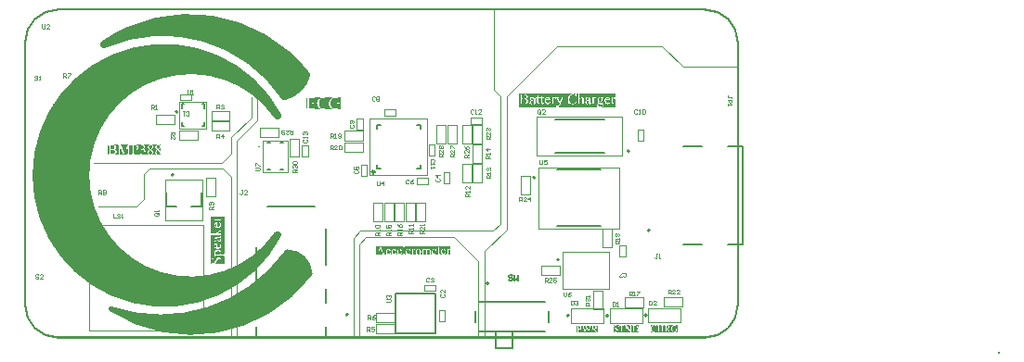
<source format=gto>
G04*
G04 #@! TF.GenerationSoftware,Altium Limited,Altium Designer,24.0.1 (36)*
G04*
G04 Layer_Color=65535*
%FSLAX44Y44*%
%MOMM*%
G71*
G04*
G04 #@! TF.SameCoordinates,AAA4E2E7-C06B-4B28-9501-2596A0623A30*
G04*
G04*
G04 #@! TF.FilePolarity,Positive*
G04*
G01*
G75*
%ADD10C,0.2000*%
%ADD11C,0.2540*%
%ADD12C,0.1001*%
%ADD13C,0.1270*%
%ADD14C,0.6350*%
%ADD15C,0.5080*%
%ADD16C,0.3810*%
%ADD17C,0.0500*%
%ADD18C,0.0762*%
%ADD19C,0.1524*%
%ADD20C,0.1016*%
%ADD21R,0.8382X1.6510*%
%ADD22R,0.1270X0.1270*%
%ADD23R,0.3810X0.3810*%
G36*
X828294Y1187704D02*
X840486D01*
Y1185672D01*
X848614D01*
Y1183640D01*
X854710D01*
Y1181608D01*
X860806D01*
Y1179576D01*
X864870D01*
Y1177544D01*
X870966D01*
Y1175512D01*
X875030D01*
Y1173480D01*
X879094D01*
Y1171448D01*
X881126D01*
Y1169416D01*
X885190D01*
Y1167384D01*
X889254D01*
Y1165352D01*
X891286D01*
Y1163320D01*
X895350D01*
Y1161288D01*
X897382D01*
Y1159256D01*
X899414D01*
Y1157224D01*
X901446D01*
Y1155192D01*
X905510D01*
Y1153160D01*
X907542D01*
Y1151128D01*
X909574D01*
Y1149096D01*
X911606D01*
Y1147064D01*
Y1145032D01*
X913638D01*
Y1143000D01*
Y1140968D01*
X915670D01*
Y1138936D01*
Y1136904D01*
Y1134872D01*
Y1132840D01*
X913638D01*
Y1130808D01*
Y1128776D01*
Y1126744D01*
X911606D01*
Y1124712D01*
X909574D01*
Y1122680D01*
X907542D01*
Y1120648D01*
X903478D01*
Y1118616D01*
X895350D01*
Y1120648D01*
Y1122680D01*
X893318D01*
Y1124712D01*
X891286D01*
Y1126744D01*
X889254D01*
Y1128776D01*
X887222D01*
Y1130808D01*
X885190D01*
Y1132840D01*
Y1134872D01*
X883158D01*
Y1136904D01*
X881126D01*
Y1138936D01*
X879094D01*
Y1140968D01*
X877062D01*
Y1143000D01*
X872998D01*
Y1145032D01*
X870966D01*
Y1147064D01*
X868934D01*
Y1149096D01*
X866902D01*
Y1151128D01*
X864870D01*
Y1153160D01*
X860806D01*
Y1155192D01*
X858774D01*
Y1157224D01*
X854710D01*
Y1159256D01*
X852678D01*
Y1161288D01*
X848614D01*
Y1163320D01*
X844550D01*
Y1165352D01*
X840486D01*
Y1167384D01*
X834390D01*
Y1169416D01*
X830326D01*
Y1171448D01*
X824230D01*
Y1173480D01*
X814070D01*
Y1175512D01*
X801878D01*
Y1177544D01*
X773430D01*
Y1175512D01*
X759206D01*
Y1173480D01*
X751078D01*
Y1171448D01*
X744982D01*
Y1169416D01*
X738886D01*
Y1171448D01*
X742950D01*
Y1173480D01*
X747014D01*
Y1175512D01*
X751078D01*
Y1177544D01*
X755142D01*
Y1179576D01*
X761238D01*
Y1181608D01*
X767334D01*
Y1183640D01*
X773430D01*
Y1185672D01*
X781558D01*
Y1187704D01*
X795782D01*
Y1189736D01*
X828294D01*
Y1187704D01*
D02*
G37*
G36*
X805942Y1163320D02*
X816102D01*
Y1161288D01*
X824230D01*
Y1159256D01*
X830326D01*
Y1157224D01*
X834390D01*
Y1155192D01*
X838454D01*
Y1153160D01*
X842518D01*
Y1151128D01*
X846582D01*
Y1149096D01*
X850646D01*
Y1147064D01*
X852678D01*
Y1145032D01*
X854710D01*
Y1143000D01*
X858774D01*
Y1140968D01*
X860806D01*
Y1138936D01*
X862838D01*
Y1136904D01*
X864870D01*
Y1134872D01*
X868934D01*
Y1132840D01*
X870966D01*
Y1130808D01*
X872998D01*
Y1128776D01*
Y1126744D01*
X875030D01*
Y1124712D01*
X877062D01*
Y1122680D01*
X879094D01*
Y1120648D01*
X881126D01*
Y1118616D01*
X870966D01*
Y1120648D01*
X868934D01*
Y1122680D01*
X866902D01*
Y1124712D01*
X864870D01*
Y1126744D01*
X860806D01*
Y1128776D01*
X856742D01*
Y1130808D01*
X854710D01*
Y1132840D01*
X848614D01*
Y1134872D01*
X844550D01*
Y1136904D01*
X838454D01*
Y1138936D01*
X830326D01*
Y1140968D01*
X816102D01*
Y1143000D01*
X805942D01*
Y1140968D01*
X789686D01*
Y1138936D01*
X783590D01*
Y1136904D01*
X777494D01*
Y1134872D01*
X771398D01*
Y1132840D01*
X767334D01*
Y1130808D01*
X763270D01*
Y1128776D01*
X761238D01*
Y1126744D01*
X757174D01*
Y1124712D01*
X755142D01*
Y1122680D01*
X751078D01*
Y1120648D01*
X749046D01*
Y1118616D01*
X747014D01*
Y1116584D01*
X744982D01*
Y1114552D01*
X742950D01*
Y1112520D01*
X740918D01*
Y1110488D01*
X738886D01*
Y1108456D01*
X736854D01*
Y1106424D01*
X734822D01*
Y1104392D01*
Y1102360D01*
X732790D01*
Y1100328D01*
X730758D01*
Y1098296D01*
Y1096264D01*
X728726D01*
Y1094232D01*
X726694D01*
Y1092200D01*
Y1090168D01*
X724662D01*
Y1088136D01*
Y1086104D01*
X722630D01*
Y1084072D01*
Y1082040D01*
Y1080008D01*
X720598D01*
Y1077976D01*
Y1075944D01*
Y1073912D01*
X718566D01*
Y1071880D01*
Y1069848D01*
Y1067816D01*
Y1065784D01*
X716534D01*
Y1063752D01*
Y1061720D01*
Y1059688D01*
Y1057656D01*
Y1055624D01*
Y1053592D01*
Y1051560D01*
Y1049528D01*
Y1047496D01*
Y1045464D01*
Y1043432D01*
Y1041400D01*
Y1039368D01*
Y1037336D01*
Y1035304D01*
Y1033272D01*
Y1031240D01*
Y1029208D01*
Y1027176D01*
X718566D01*
Y1025144D01*
Y1023112D01*
Y1021080D01*
Y1019048D01*
X720598D01*
Y1017016D01*
Y1014984D01*
Y1012952D01*
X722630D01*
Y1010920D01*
Y1008888D01*
X724662D01*
Y1006856D01*
Y1004824D01*
X726694D01*
Y1002792D01*
Y1000760D01*
X728726D01*
Y998728D01*
Y996696D01*
X730758D01*
Y994664D01*
X732790D01*
Y992632D01*
Y990600D01*
X734822D01*
Y988568D01*
X736854D01*
Y986536D01*
X738886D01*
Y984504D01*
X740918D01*
Y982472D01*
Y980440D01*
X742950D01*
Y978408D01*
X744982D01*
Y976376D01*
X747014D01*
Y974344D01*
X751078D01*
Y972312D01*
X753110D01*
Y970280D01*
X755142D01*
Y968248D01*
X759206D01*
Y966216D01*
X761238D01*
Y964184D01*
X765302D01*
Y962152D01*
X769366D01*
Y960120D01*
X775462D01*
Y958088D01*
X779526D01*
Y956056D01*
X785622D01*
Y954024D01*
X795782D01*
Y951992D01*
X824230D01*
Y954024D01*
X834390D01*
Y956056D01*
X840486D01*
Y958088D01*
X846582D01*
Y960120D01*
X850646D01*
Y962152D01*
X854710D01*
Y964184D01*
X858774D01*
Y966216D01*
X862838D01*
Y968248D01*
X864870D01*
Y970280D01*
X868934D01*
Y972312D01*
X870966D01*
Y974344D01*
X872998D01*
Y976376D01*
X881126D01*
Y974344D01*
X879094D01*
Y972312D01*
Y970280D01*
X877062D01*
Y968248D01*
X875030D01*
Y966216D01*
X872998D01*
Y964184D01*
X870966D01*
Y962152D01*
X868934D01*
Y960120D01*
X866902D01*
Y958088D01*
X864870D01*
Y956056D01*
X860806D01*
Y954024D01*
X858774D01*
Y951992D01*
X856742D01*
Y949960D01*
X852678D01*
Y947928D01*
X850646D01*
Y945896D01*
X846582D01*
Y943864D01*
X844550D01*
Y941832D01*
X840486D01*
Y939800D01*
X836422D01*
Y937768D01*
X830326D01*
Y935736D01*
X824230D01*
Y933704D01*
X818134D01*
Y931672D01*
X807974D01*
Y929640D01*
X793750D01*
Y927608D01*
X779526D01*
Y929640D01*
X763270D01*
Y931672D01*
X755142D01*
Y933704D01*
X749046D01*
Y935736D01*
X742950D01*
Y937768D01*
X738886D01*
Y939800D01*
X734822D01*
Y941832D01*
X730758D01*
Y943864D01*
X726694D01*
Y945896D01*
X722630D01*
Y947928D01*
X720598D01*
Y949960D01*
X718566D01*
Y951992D01*
X714502D01*
Y954024D01*
X712470D01*
Y956056D01*
X710438D01*
Y958088D01*
X708406D01*
Y960120D01*
X706374D01*
Y962152D01*
X704342D01*
Y964184D01*
X702310D01*
Y966216D01*
X700278D01*
Y968248D01*
X698246D01*
Y970280D01*
X696214D01*
Y972312D01*
X694182D01*
Y974344D01*
X692150D01*
Y976376D01*
X690118D01*
Y978408D01*
Y980440D01*
X688086D01*
Y982472D01*
X686054D01*
Y984504D01*
Y986536D01*
X684022D01*
Y988568D01*
Y990600D01*
X681990D01*
Y992632D01*
Y994664D01*
X679958D01*
Y996696D01*
Y998728D01*
X677926D01*
Y1000760D01*
Y1002792D01*
X675894D01*
Y1004824D01*
Y1006856D01*
Y1008888D01*
X673862D01*
Y1010920D01*
Y1012952D01*
Y1014984D01*
X671830D01*
Y1017016D01*
Y1019048D01*
Y1021080D01*
Y1023112D01*
X669798D01*
Y1025144D01*
Y1027176D01*
Y1029208D01*
Y1031240D01*
Y1033272D01*
Y1035304D01*
Y1037336D01*
Y1039368D01*
X667766D01*
Y1041400D01*
Y1043432D01*
Y1045464D01*
Y1047496D01*
Y1049528D01*
Y1051560D01*
Y1053592D01*
Y1055624D01*
Y1057656D01*
Y1059688D01*
X669798D01*
Y1061720D01*
Y1063752D01*
Y1065784D01*
Y1067816D01*
Y1069848D01*
Y1071880D01*
X671830D01*
Y1073912D01*
Y1075944D01*
Y1077976D01*
Y1080008D01*
X673862D01*
Y1082040D01*
Y1084072D01*
Y1086104D01*
X675894D01*
Y1088136D01*
Y1090168D01*
Y1092200D01*
X677926D01*
Y1094232D01*
Y1096264D01*
X679958D01*
Y1098296D01*
Y1100328D01*
X681990D01*
Y1102360D01*
Y1104392D01*
X684022D01*
Y1106424D01*
Y1108456D01*
X686054D01*
Y1110488D01*
Y1112520D01*
X688086D01*
Y1114552D01*
X690118D01*
Y1116584D01*
X692150D01*
Y1118616D01*
Y1120648D01*
X694182D01*
Y1122680D01*
X696214D01*
Y1124712D01*
X698246D01*
Y1126744D01*
X700278D01*
Y1128776D01*
X702310D01*
Y1130808D01*
X704342D01*
Y1132840D01*
X706374D01*
Y1134872D01*
X708406D01*
Y1136904D01*
X710438D01*
Y1138936D01*
X712470D01*
Y1140968D01*
X714502D01*
Y1143000D01*
X718566D01*
Y1145032D01*
X720598D01*
Y1147064D01*
X724662D01*
Y1149096D01*
X728726D01*
Y1151128D01*
X730758D01*
Y1153160D01*
X734822D01*
Y1155192D01*
X740918D01*
Y1157224D01*
X744982D01*
Y1159256D01*
X751078D01*
Y1161288D01*
X757174D01*
Y1163320D01*
X767334D01*
Y1165352D01*
X805942D01*
Y1163320D01*
D02*
G37*
G36*
X901446Y974344D02*
X905510D01*
Y972312D01*
X909574D01*
Y970280D01*
X911606D01*
Y968248D01*
Y966216D01*
X913638D01*
Y964184D01*
Y962152D01*
X915670D01*
Y960120D01*
Y958088D01*
Y956056D01*
Y954024D01*
X913638D01*
Y951992D01*
Y949960D01*
Y947928D01*
X911606D01*
Y945896D01*
X909574D01*
Y943864D01*
X907542D01*
Y941832D01*
X905510D01*
Y939800D01*
X903478D01*
Y937768D01*
X901446D01*
Y935736D01*
X899414D01*
Y933704D01*
X895350D01*
Y931672D01*
X893318D01*
Y929640D01*
X889254D01*
Y927608D01*
X887222D01*
Y925576D01*
X883158D01*
Y923544D01*
X881126D01*
Y921512D01*
X877062D01*
Y919480D01*
X872998D01*
Y917448D01*
X866902D01*
Y915416D01*
X862838D01*
Y913384D01*
X856742D01*
Y911352D01*
X850646D01*
Y909320D01*
X842518D01*
Y907288D01*
X834390D01*
Y905256D01*
X787654D01*
Y907288D01*
X777494D01*
Y909320D01*
X769366D01*
Y911352D01*
X763270D01*
Y913384D01*
X759206D01*
Y915416D01*
X753110D01*
Y917448D01*
X749046D01*
Y919480D01*
X744982D01*
Y921512D01*
X740918D01*
Y923544D01*
X738886D01*
Y925576D01*
X740918D01*
Y923544D01*
X747014D01*
Y921512D01*
X755142D01*
Y919480D01*
X763270D01*
Y917448D01*
X810006D01*
Y919480D01*
X818134D01*
Y921512D01*
X826262D01*
Y923544D01*
X832358D01*
Y925576D01*
X836422D01*
Y927608D01*
X842518D01*
Y929640D01*
X846582D01*
Y931672D01*
X850646D01*
Y933704D01*
X852678D01*
Y935736D01*
X856742D01*
Y937768D01*
X860806D01*
Y939800D01*
X862838D01*
Y941832D01*
X864870D01*
Y943864D01*
X868934D01*
Y945896D01*
X870966D01*
Y947928D01*
X872998D01*
Y949960D01*
X875030D01*
Y951992D01*
X877062D01*
Y954024D01*
X879094D01*
Y956056D01*
X881126D01*
Y958088D01*
X883158D01*
Y960120D01*
X885190D01*
Y962152D01*
X887222D01*
Y964184D01*
X889254D01*
Y966216D01*
X891286D01*
Y968248D01*
Y970280D01*
X893318D01*
Y972312D01*
X895350D01*
Y974344D01*
X897382D01*
Y976376D01*
X901446D01*
Y974344D01*
D02*
G37*
G36*
X1200551Y910264D02*
X1200532Y910208D01*
X1200514Y910151D01*
X1200495Y910114D01*
X1200476Y910085D01*
X1200457Y910067D01*
X1200448Y910057D01*
X1200391Y910020D01*
X1200325Y910001D01*
X1200278Y909991D01*
X1200260D01*
X1200213Y910001D01*
X1200156Y910010D01*
X1200044Y910048D01*
X1199987Y910067D01*
X1199940Y910076D01*
X1199912Y910095D01*
X1199903D01*
X1199705Y910179D01*
X1199517Y910236D01*
X1199339Y910283D01*
X1199188Y910311D01*
X1199057Y910330D01*
X1198963Y910339D01*
X1200570D01*
X1200551Y910264D01*
D02*
G37*
G36*
X1198737Y910330D02*
X1198596Y910320D01*
X1198352Y910264D01*
X1198136Y910189D01*
X1197948Y910104D01*
X1197873Y910057D01*
X1197797Y910010D01*
X1197741Y909973D01*
X1197694Y909935D01*
X1197647Y909907D01*
X1197619Y909878D01*
X1197609Y909869D01*
X1197600Y909860D01*
X1197515Y909766D01*
X1197440Y909681D01*
X1197365Y909578D01*
X1197309Y909484D01*
X1197224Y909296D01*
X1197168Y909117D01*
X1197130Y908967D01*
X1197121Y908901D01*
X1197111Y908845D01*
X1197102Y908798D01*
Y910339D01*
X1198878D01*
X1198737Y910330D01*
D02*
G37*
G36*
X1201143Y910339D02*
X1220118D01*
Y904127D01*
Y904146D01*
Y904127D01*
D01*
Y903986D01*
X1197102D01*
Y908732D01*
X1197111Y908591D01*
X1197130Y908469D01*
X1197158Y908347D01*
X1197187Y908253D01*
X1197215Y908168D01*
X1197243Y908102D01*
X1197262Y908065D01*
X1197271Y908046D01*
X1197337Y907933D01*
X1197421Y907830D01*
X1197506Y907726D01*
X1197581Y907642D01*
X1197656Y907576D01*
X1197713Y907520D01*
X1197750Y907482D01*
X1197769Y907473D01*
X1197835Y907426D01*
X1197910Y907369D01*
X1198079Y907256D01*
X1198267Y907134D01*
X1198446Y907031D01*
X1198615Y906928D01*
X1198690Y906890D01*
X1198756Y906852D01*
X1198803Y906815D01*
X1198841Y906796D01*
X1198869Y906787D01*
X1198878Y906777D01*
X1199019Y906702D01*
X1199141Y906627D01*
X1199254Y906561D01*
X1199358Y906505D01*
X1199442Y906458D01*
X1199527Y906411D01*
X1199593Y906364D01*
X1199649Y906326D01*
X1199743Y906270D01*
X1199799Y906232D01*
X1199827Y906213D01*
X1199837Y906204D01*
X1199931Y906129D01*
X1200006Y906054D01*
X1200072Y905988D01*
X1200119Y905922D01*
X1200156Y905866D01*
X1200194Y905819D01*
X1200203Y905790D01*
X1200213Y905781D01*
X1200260Y905696D01*
X1200288Y905612D01*
X1200316Y905537D01*
X1200325Y905471D01*
X1200335Y905415D01*
X1200344Y905368D01*
Y905339D01*
Y905330D01*
X1200335Y905180D01*
X1200297Y905048D01*
X1200241Y904926D01*
X1200184Y904822D01*
X1200119Y904738D01*
X1200072Y904681D01*
X1200034Y904634D01*
X1200015Y904625D01*
X1199884Y904531D01*
X1199743Y904456D01*
X1199593Y904409D01*
X1199452Y904371D01*
X1199329Y904352D01*
X1199226Y904343D01*
X1199188Y904334D01*
X1199132D01*
X1198953Y904343D01*
X1198794Y904362D01*
X1198643Y904399D01*
X1198512Y904437D01*
X1198399Y904475D01*
X1198324Y904512D01*
X1198267Y904531D01*
X1198258Y904540D01*
X1198249D01*
X1198108Y904625D01*
X1197985Y904719D01*
X1197882Y904804D01*
X1197797Y904888D01*
X1197732Y904963D01*
X1197685Y905020D01*
X1197656Y905067D01*
X1197647Y905076D01*
X1197581Y905217D01*
X1197515Y905368D01*
X1197459Y905537D01*
X1197421Y905696D01*
X1197384Y905837D01*
X1197365Y905903D01*
X1197356Y905960D01*
X1197346Y905997D01*
Y906035D01*
X1197337Y906054D01*
Y906063D01*
X1197168D01*
Y903986D01*
X1197337D01*
X1197346Y904061D01*
X1197365Y904118D01*
X1197384Y904165D01*
X1197393Y904202D01*
X1197412Y904230D01*
X1197421Y904249D01*
X1197431Y904258D01*
X1197487Y904305D01*
X1197544Y904324D01*
X1197591Y904334D01*
X1197609D01*
X1197666Y904324D01*
X1197741Y904315D01*
X1197835Y904287D01*
X1197929Y904268D01*
X1198014Y904240D01*
X1198089Y904212D01*
X1198136Y904202D01*
X1198155Y904193D01*
X1198305Y904146D01*
X1198427Y904108D01*
X1198531Y904080D01*
X1198606Y904061D01*
X1198662Y904042D01*
X1198700D01*
X1198718Y904033D01*
X1198728D01*
X1198906Y904005D01*
X1198991Y903995D01*
X1199066D01*
X1199132Y903986D01*
X1199226D01*
X1199386Y903995D01*
X1199527Y904005D01*
X1199799Y904061D01*
X1200034Y904146D01*
X1200138Y904193D01*
X1200231Y904240D01*
X1200316Y904277D01*
X1200391Y904324D01*
X1200457Y904371D01*
X1200514Y904409D01*
X1200551Y904437D01*
X1200579Y904465D01*
X1200598Y904475D01*
X1200608Y904484D01*
X1200701Y904578D01*
X1200786Y904681D01*
X1200852Y904775D01*
X1200918Y904879D01*
X1200974Y904982D01*
X1201012Y905076D01*
X1201077Y905264D01*
X1201115Y905424D01*
X1201124Y905490D01*
X1201134Y905555D01*
X1201143Y905602D01*
Y904390D01*
Y905668D01*
X1201134Y905800D01*
X1201115Y905931D01*
X1201087Y906054D01*
X1201059Y906157D01*
X1201030Y906242D01*
X1201002Y906307D01*
X1200983Y906345D01*
X1200974Y906364D01*
X1200908Y906486D01*
X1200824Y906589D01*
X1200748Y906693D01*
X1200664Y906777D01*
X1200598Y906843D01*
X1200542Y906890D01*
X1200504Y906928D01*
X1200485Y906937D01*
X1200419Y906984D01*
X1200344Y907040D01*
X1200175Y907153D01*
X1199987Y907266D01*
X1199790Y907379D01*
X1199611Y907482D01*
X1199536Y907529D01*
X1199470Y907567D01*
X1199414Y907595D01*
X1199367Y907623D01*
X1199339Y907632D01*
X1199329Y907642D01*
X1199141Y907745D01*
X1198972Y907839D01*
X1198822Y907933D01*
X1198681Y908018D01*
X1198559Y908102D01*
X1198455Y908168D01*
X1198361Y908243D01*
X1198277Y908300D01*
X1198211Y908356D01*
X1198145Y908403D01*
X1198098Y908441D01*
X1198061Y908478D01*
X1198042Y908497D01*
X1198023Y908516D01*
X1198004Y908535D01*
X1197938Y908629D01*
X1197891Y908713D01*
X1197863Y908798D01*
X1197844Y908873D01*
X1197826Y908948D01*
X1197816Y908995D01*
Y909033D01*
Y909042D01*
X1197826Y909174D01*
X1197863Y909296D01*
X1197910Y909409D01*
X1197967Y909503D01*
X1198023Y909578D01*
X1198070Y909644D01*
X1198108Y909681D01*
X1198117Y909691D01*
X1198239Y909785D01*
X1198361Y909860D01*
X1198493Y909907D01*
X1198615Y909944D01*
X1198728Y909963D01*
X1198812Y909982D01*
X1198888D01*
X1199038Y909973D01*
X1199188Y909944D01*
X1199320Y909916D01*
X1199442Y909878D01*
X1199546Y909832D01*
X1199621Y909803D01*
X1199668Y909775D01*
X1199686Y909766D01*
X1199827Y909681D01*
X1199940Y909587D01*
X1200044Y909493D01*
X1200128Y909409D01*
X1200194Y909324D01*
X1200241Y909258D01*
X1200269Y909221D01*
X1200278Y909202D01*
X1200354Y909061D01*
X1200410Y908901D01*
X1200467Y908741D01*
X1200504Y908591D01*
X1200532Y908450D01*
X1200551Y908347D01*
X1200561Y908300D01*
X1200570Y908271D01*
Y908253D01*
Y908243D01*
X1200739D01*
Y910339D01*
X1201143D01*
D01*
D02*
G37*
G36*
X1197102Y903986D02*
D01*
Y904127D01*
Y903986D01*
D02*
G37*
G36*
X1252565Y910320D02*
X1252264Y910273D01*
X1252001Y910217D01*
X1251879Y910179D01*
X1251776Y910142D01*
X1251672Y910104D01*
X1251588Y910067D01*
X1251503Y910038D01*
X1251447Y910010D01*
X1251390Y909982D01*
X1251353Y909963D01*
X1251334Y909954D01*
X1251325Y909944D01*
X1251184Y909850D01*
X1251043Y909756D01*
X1250798Y909540D01*
X1250582Y909315D01*
X1250404Y909099D01*
X1250329Y908995D01*
X1250263Y908901D01*
X1250206Y908817D01*
X1250159Y908741D01*
X1250122Y908685D01*
X1250094Y908638D01*
X1250084Y908610D01*
X1250075Y908600D01*
X1249952Y908328D01*
X1249859Y908055D01*
X1249793Y907792D01*
X1249746Y907557D01*
X1249727Y907454D01*
X1249718Y907350D01*
X1249708Y907266D01*
Y907200D01*
X1249699Y907134D01*
Y907059D01*
X1249708Y906852D01*
X1249727Y906664D01*
X1249765Y906467D01*
X1249802Y906289D01*
X1249859Y906119D01*
X1249915Y905960D01*
X1249971Y905809D01*
X1250037Y905678D01*
X1250103Y905546D01*
X1250159Y905443D01*
X1250216Y905339D01*
X1250272Y905264D01*
X1250310Y905198D01*
X1250347Y905151D01*
X1250366Y905123D01*
X1250376Y905114D01*
X1250554Y904916D01*
X1250751Y904738D01*
X1250958Y904587D01*
X1251174Y904465D01*
X1251400Y904352D01*
X1251625Y904258D01*
X1251842Y904183D01*
X1252048Y904127D01*
X1252255Y904080D01*
X1252443Y904042D01*
X1252612Y904024D01*
X1252753Y904005D01*
X1252875Y903995D01*
X1252969Y903986D01*
X1255739D01*
X1253045D01*
X1253270Y903995D01*
X1253477Y904005D01*
X1253665Y904024D01*
X1253824Y904052D01*
X1253966Y904080D01*
X1254022Y904089D01*
X1254069Y904099D01*
X1254107Y904108D01*
X1254135D01*
X1254144Y904118D01*
X1254153D01*
X1254341Y904174D01*
X1254529Y904230D01*
X1254698Y904296D01*
X1254858Y904362D01*
X1254990Y904428D01*
X1255093Y904475D01*
X1255131Y904493D01*
X1255159Y904512D01*
X1255168Y904522D01*
X1255178D01*
Y906392D01*
Y906561D01*
X1255187Y906693D01*
X1255206Y906805D01*
X1255225Y906899D01*
X1255234Y906965D01*
X1255253Y907003D01*
X1255262Y907031D01*
Y907040D01*
X1255319Y907115D01*
X1255394Y907172D01*
X1255469Y907219D01*
X1255554Y907247D01*
X1255629Y907266D01*
X1255685Y907275D01*
X1255854D01*
Y905048D01*
Y910339D01*
D01*
Y904127D01*
Y904258D01*
Y903986D01*
D01*
D01*
X1230884D01*
X1236335D01*
D01*
D01*
X1233826D01*
X1234126Y904005D01*
X1234399Y904042D01*
X1234653Y904099D01*
X1234756Y904136D01*
X1234859Y904174D01*
X1234953Y904202D01*
X1235029Y904240D01*
X1235094Y904268D01*
X1235160Y904296D01*
X1235207Y904315D01*
X1235235Y904334D01*
X1235254Y904352D01*
X1235264D01*
X1235376Y904428D01*
X1235489Y904512D01*
X1235686Y904700D01*
X1235874Y904898D01*
X1236025Y905095D01*
X1236156Y905264D01*
X1236213Y905349D01*
X1236250Y905415D01*
X1236288Y905471D01*
X1236316Y905508D01*
X1236325Y905537D01*
X1236335Y905546D01*
X1236194Y905640D01*
X1236090Y905499D01*
X1235996Y905377D01*
X1235902Y905264D01*
X1235809Y905161D01*
X1235724Y905067D01*
X1235639Y904982D01*
X1235564Y904907D01*
X1235489Y904851D01*
X1235367Y904747D01*
X1235273Y904681D01*
X1235245Y904653D01*
X1235217Y904634D01*
X1235207Y904625D01*
X1235198D01*
X1235029Y904540D01*
X1234850Y904484D01*
X1234681Y904437D01*
X1234512Y904409D01*
X1234371Y904390D01*
X1234314D01*
X1234267Y904381D01*
X1234164D01*
X1233920Y904390D01*
X1233694Y904428D01*
X1233487Y904484D01*
X1233309Y904540D01*
X1233158Y904597D01*
X1233092Y904625D01*
X1233046Y904653D01*
X1233008Y904672D01*
X1232980Y904691D01*
X1232961Y904700D01*
X1232952D01*
X1232764Y904832D01*
X1232604Y904982D01*
X1232472Y905133D01*
X1232359Y905283D01*
X1232275Y905415D01*
X1232209Y905527D01*
X1232190Y905565D01*
X1232171Y905593D01*
X1232162Y905612D01*
Y905621D01*
X1232077Y905856D01*
X1232012Y906100D01*
X1231974Y906345D01*
X1231937Y906570D01*
X1231927Y906674D01*
X1231918Y906768D01*
Y906852D01*
X1231908Y906918D01*
Y906975D01*
Y907022D01*
Y907050D01*
Y907059D01*
X1231918Y907416D01*
X1231937Y907585D01*
X1231955Y907736D01*
X1231974Y907886D01*
X1231993Y908027D01*
X1232021Y908149D01*
X1232049Y908262D01*
X1232068Y908365D01*
X1232096Y908459D01*
X1232115Y908535D01*
X1232143Y908600D01*
X1232153Y908657D01*
X1232171Y908694D01*
X1232181Y908713D01*
Y908723D01*
X1232294Y908958D01*
X1232416Y909164D01*
X1232547Y909333D01*
X1232670Y909474D01*
X1232773Y909578D01*
X1232867Y909653D01*
X1232923Y909691D01*
X1232933Y909709D01*
X1232942D01*
X1233130Y909813D01*
X1233318Y909888D01*
X1233506Y909944D01*
X1233675Y909982D01*
X1233816Y910001D01*
X1233882Y910010D01*
X1233929Y910020D01*
X1234164D01*
X1234286Y910001D01*
X1234521Y909954D01*
X1234737Y909888D01*
X1234916Y909813D01*
X1235057Y909738D01*
X1235113Y909700D01*
X1235160Y909672D01*
X1235207Y909644D01*
X1235235Y909625D01*
X1235245Y909615D01*
X1235254Y909606D01*
X1235348Y909521D01*
X1235433Y909437D01*
X1235602Y909230D01*
X1235733Y909014D01*
X1235846Y908788D01*
X1235940Y908591D01*
X1235968Y908506D01*
X1235996Y908431D01*
X1236025Y908365D01*
X1236043Y908318D01*
X1236053Y908290D01*
Y908281D01*
X1236194D01*
X1236053Y910339D01*
X1236335D01*
D01*
X1249699D01*
Y910198D01*
Y910339D01*
X1252894D01*
X1252565Y910320D01*
D02*
G37*
G36*
X1254811Y910255D02*
X1254802Y910189D01*
X1254783Y910142D01*
X1254774Y910095D01*
X1254755Y910067D01*
X1254745Y910048D01*
X1254736Y910029D01*
X1254689Y909982D01*
X1254642Y909963D01*
X1254614Y909954D01*
X1254558D01*
X1254511Y909973D01*
X1254398Y910001D01*
X1254351Y910020D01*
X1254304Y910029D01*
X1254276Y910048D01*
X1254266D01*
X1254088Y910114D01*
X1253937Y910161D01*
X1253806Y910198D01*
X1253693Y910236D01*
X1253608Y910255D01*
X1253543Y910273D01*
X1253505Y910283D01*
X1253496D01*
X1253289Y910320D01*
X1253186Y910330D01*
X1253101D01*
X1253016Y910339D01*
X1254821D01*
X1254811Y910255D01*
D02*
G37*
G36*
X1235865Y910264D02*
X1235837Y910198D01*
X1235809Y910142D01*
X1235780Y910085D01*
X1235752Y910048D01*
X1235733Y910020D01*
X1235724Y910010D01*
X1235715Y910001D01*
X1235649Y909954D01*
X1235583Y909926D01*
X1235527Y909916D01*
X1235470D01*
X1235433Y909935D01*
X1235339Y909963D01*
X1235301Y909982D01*
X1235264Y909991D01*
X1235245Y910010D01*
X1235235D01*
X1235000Y910123D01*
X1234765Y910198D01*
X1234549Y910255D01*
X1234352Y910302D01*
X1234192Y910320D01*
X1234117Y910330D01*
X1234061D01*
X1234014Y910339D01*
X1235884D01*
X1235865Y910264D01*
D02*
G37*
G36*
X1255854Y907445D02*
X1253505D01*
Y907275D01*
X1253637D01*
X1253740Y907266D01*
X1253824Y907256D01*
X1253900Y907238D01*
X1253947Y907228D01*
X1253984Y907209D01*
X1254003Y907200D01*
X1254013D01*
X1254107Y907134D01*
X1254182Y907068D01*
X1254219Y907012D01*
X1254229Y906993D01*
Y906984D01*
X1254257Y906918D01*
X1254276Y906834D01*
X1254285Y906740D01*
X1254294Y906636D01*
X1254304Y906542D01*
Y906467D01*
Y906411D01*
Y906401D01*
Y906392D01*
Y904616D01*
X1254088Y904512D01*
X1253984Y904465D01*
X1253890Y904437D01*
X1253806Y904409D01*
X1253749Y904390D01*
X1253712Y904371D01*
X1253693D01*
X1253458Y904324D01*
X1253355Y904305D01*
X1253251Y904296D01*
X1253167D01*
X1253101Y904287D01*
X1253045D01*
X1252828Y904305D01*
X1252631Y904343D01*
X1252443Y904390D01*
X1252274Y904456D01*
X1252133Y904512D01*
X1252067Y904540D01*
X1252020Y904569D01*
X1251982Y904587D01*
X1251954Y904606D01*
X1251936Y904616D01*
X1251926D01*
X1251738Y904757D01*
X1251560Y904926D01*
X1251419Y905095D01*
X1251287Y905274D01*
X1251184Y905424D01*
X1251146Y905490D01*
X1251118Y905555D01*
X1251090Y905602D01*
X1251071Y905640D01*
X1251052Y905659D01*
Y905668D01*
X1250939Y905941D01*
X1250864Y906213D01*
X1250808Y906486D01*
X1250761Y906730D01*
X1250751Y906834D01*
X1250742Y906937D01*
X1250733Y907022D01*
Y907097D01*
X1250723Y907162D01*
Y907209D01*
Y907238D01*
Y907247D01*
X1250733Y907445D01*
X1250742Y907632D01*
X1250770Y907820D01*
X1250798Y907990D01*
X1250836Y908149D01*
X1250883Y908300D01*
X1250930Y908450D01*
X1250977Y908572D01*
X1251014Y908694D01*
X1251061Y908798D01*
X1251108Y908882D01*
X1251146Y908958D01*
X1251174Y909023D01*
X1251202Y909061D01*
X1251212Y909089D01*
X1251221Y909099D01*
X1251343Y909258D01*
X1251466Y909399D01*
X1251607Y909521D01*
X1251748Y909634D01*
X1251898Y909719D01*
X1252039Y909794D01*
X1252189Y909860D01*
X1252330Y909907D01*
X1252462Y909944D01*
X1252584Y909973D01*
X1252697Y909991D01*
X1252791Y910010D01*
X1252866D01*
X1252932Y910020D01*
X1252979D01*
X1253139Y910010D01*
X1253279Y910001D01*
X1253552Y909935D01*
X1253787Y909850D01*
X1253900Y909803D01*
X1253994Y909756D01*
X1254078Y909709D01*
X1254153Y909662D01*
X1254219Y909615D01*
X1254276Y909578D01*
X1254313Y909540D01*
X1254341Y909512D01*
X1254360Y909503D01*
X1254370Y909493D01*
X1254501Y909343D01*
X1254623Y909174D01*
X1254727Y908995D01*
X1254811Y908817D01*
X1254886Y908666D01*
X1254915Y908600D01*
X1254933Y908535D01*
X1254952Y908488D01*
X1254971Y908450D01*
X1254980Y908431D01*
Y908422D01*
X1255150D01*
X1254990Y910339D01*
X1255854D01*
Y907445D01*
D02*
G37*
G36*
X1233638Y910320D02*
X1233356Y910273D01*
X1233092Y910208D01*
X1232970Y910170D01*
X1232858Y910132D01*
X1232754Y910085D01*
X1232670Y910048D01*
X1232585Y910010D01*
X1232519Y909982D01*
X1232472Y909954D01*
X1232425Y909935D01*
X1232406Y909926D01*
X1232397Y909916D01*
X1232143Y909747D01*
X1231927Y909550D01*
X1231739Y909352D01*
X1231580Y909164D01*
X1231457Y908995D01*
X1231401Y908920D01*
X1231363Y908854D01*
X1231326Y908807D01*
X1231307Y908770D01*
X1231298Y908741D01*
X1231288Y908732D01*
X1231213Y908591D01*
X1231156Y908441D01*
X1231053Y908149D01*
X1230987Y907867D01*
X1230931Y907614D01*
X1230922Y907492D01*
X1230903Y907388D01*
X1230893Y907294D01*
Y907209D01*
X1230884Y907153D01*
Y910339D01*
X1233797D01*
X1233638Y910320D01*
D02*
G37*
G36*
X1230893Y906852D02*
X1230912Y906655D01*
X1230940Y906458D01*
X1230978Y906279D01*
X1231025Y906110D01*
X1231081Y905941D01*
X1231128Y905800D01*
X1231194Y905659D01*
X1231251Y905537D01*
X1231298Y905424D01*
X1231354Y905330D01*
X1231401Y905255D01*
X1231439Y905189D01*
X1231467Y905142D01*
X1231486Y905114D01*
X1231495Y905104D01*
X1231655Y904907D01*
X1231833Y904738D01*
X1232021Y904587D01*
X1232209Y904456D01*
X1232406Y904352D01*
X1232594Y904258D01*
X1232782Y904183D01*
X1232970Y904127D01*
X1233149Y904080D01*
X1233309Y904042D01*
X1233450Y904024D01*
X1233581Y904005D01*
X1233685Y903995D01*
X1233760Y903986D01*
X1230884D01*
D01*
Y904127D01*
Y907059D01*
X1230893Y906852D01*
D02*
G37*
G36*
X1179682Y909333D02*
X1179870Y909295D01*
X1180030Y909239D01*
X1180161Y909173D01*
X1180265Y909107D01*
X1180340Y909051D01*
X1180387Y909013D01*
X1180406Y908995D01*
X1180528Y908854D01*
X1180612Y908703D01*
X1180678Y908543D01*
X1180716Y908393D01*
X1180744Y908262D01*
X1180753Y908158D01*
X1180763Y908121D01*
Y908092D01*
Y908074D01*
Y908064D01*
Y907961D01*
X1180744Y907858D01*
X1180697Y907670D01*
X1180622Y907510D01*
X1180546Y907369D01*
X1180462Y907256D01*
X1180387Y907171D01*
X1180340Y907124D01*
X1180330Y907106D01*
X1180321D01*
X1180236Y907040D01*
X1180142Y906983D01*
X1179936Y906889D01*
X1179719Y906824D01*
X1179513Y906777D01*
X1179325Y906749D01*
X1179250Y906739D01*
X1179174D01*
X1179118Y906730D01*
X1178930D01*
X1178883Y906739D01*
X1178789D01*
Y909267D01*
X1178940Y909295D01*
X1179080Y909314D01*
X1179193Y909333D01*
X1179297Y909342D01*
X1179372Y909352D01*
X1179475D01*
X1179682Y909333D01*
D02*
G37*
G36*
X1165763Y909314D02*
X1165886Y909295D01*
X1165998Y909267D01*
X1166102Y909239D01*
X1166177Y909211D01*
X1166243Y909183D01*
X1166280Y909164D01*
X1166290Y909154D01*
X1166393Y909089D01*
X1166487Y909004D01*
X1166562Y908919D01*
X1166628Y908835D01*
X1166675Y908760D01*
X1166713Y908703D01*
X1166731Y908666D01*
X1166741Y908647D01*
X1166797Y908515D01*
X1166835Y908393D01*
X1166872Y908271D01*
X1166891Y908158D01*
X1166901Y908055D01*
X1166910Y907980D01*
Y907933D01*
Y907914D01*
X1166891Y907707D01*
X1166854Y907529D01*
X1166807Y907369D01*
X1166741Y907237D01*
X1166675Y907124D01*
X1166628Y907049D01*
X1166590Y907002D01*
X1166572Y906983D01*
X1166440Y906861D01*
X1166299Y906777D01*
X1166168Y906711D01*
X1166045Y906673D01*
X1165933Y906645D01*
X1165839Y906636D01*
X1165782Y906626D01*
X1165660D01*
X1165566Y906636D01*
X1165519D01*
X1165481Y906645D01*
X1165453D01*
X1165312Y906664D01*
X1165181Y906683D01*
X1165124Y906692D01*
X1165077Y906702D01*
X1165049Y906711D01*
X1165040D01*
Y909230D01*
X1165171Y909258D01*
X1165284Y909286D01*
X1165378Y909305D01*
X1165463Y909314D01*
X1165528Y909324D01*
X1165622D01*
X1165763Y909314D01*
D02*
G37*
G36*
X1167934Y909690D02*
X1168367D01*
Y903478D01*
Y909521D01*
X1168461D01*
X1168545Y909511D01*
X1168621Y909493D01*
X1168677Y909483D01*
X1168724Y909464D01*
X1168761Y909446D01*
X1168780Y909436D01*
X1168790D01*
X1168893Y909361D01*
X1168968Y909277D01*
X1168996Y909239D01*
X1169015Y909211D01*
X1169034Y909192D01*
Y909183D01*
X1169043Y909154D01*
X1169062Y909126D01*
X1169100Y909032D01*
X1169137Y908929D01*
X1169184Y908807D01*
X1169222Y908703D01*
X1169259Y908609D01*
X1169269Y908572D01*
X1169278Y908543D01*
X1169288Y908525D01*
Y908515D01*
X1171092Y903478D01*
X1171252D01*
X1172624Y907359D01*
X1174006Y903478D01*
X1174349D01*
X1174184D01*
X1175876Y908365D01*
X1175913Y908468D01*
X1175941Y908572D01*
X1175998Y908732D01*
X1176045Y908863D01*
X1176083Y908966D01*
X1176111Y909032D01*
X1176130Y909079D01*
X1176148Y909107D01*
Y909117D01*
X1176205Y909192D01*
X1176252Y909258D01*
X1176299Y909314D01*
X1176346Y909361D01*
X1176374Y909389D01*
X1176402Y909408D01*
X1176421Y909427D01*
X1176430D01*
X1176552Y909483D01*
X1176684Y909511D01*
X1176731Y909521D01*
X1176815D01*
Y903788D01*
Y909690D01*
X1177069D01*
Y909521D01*
X1177295D01*
X1177417Y909511D01*
X1177520Y909493D01*
X1177605Y909455D01*
X1177680Y909427D01*
X1177727Y909389D01*
X1177774Y909352D01*
X1177793Y909333D01*
X1177802Y909324D01*
X1177821Y909295D01*
X1177849Y909258D01*
X1177878Y909154D01*
X1177906Y909042D01*
X1177915Y908919D01*
X1177924Y908807D01*
X1177934Y908713D01*
Y908675D01*
Y908647D01*
Y908628D01*
Y908619D01*
Y904690D01*
Y904512D01*
X1177915Y904371D01*
X1177906Y904258D01*
X1177887Y904164D01*
X1177868Y904108D01*
X1177859Y904061D01*
X1177840Y904042D01*
Y904033D01*
X1177765Y903948D01*
X1177680Y903892D01*
X1177596Y903845D01*
X1177502Y903816D01*
X1177426Y903798D01*
X1177361Y903788D01*
X1177069D01*
Y903619D01*
X1179654D01*
Y903788D01*
X1179419D01*
X1179297Y903798D01*
X1179193Y903816D01*
X1179109Y903845D01*
X1179043Y903882D01*
X1178987Y903920D01*
X1178940Y903948D01*
X1178921Y903967D01*
X1178911Y903976D01*
X1178893Y904004D01*
X1178874Y904051D01*
X1178846Y904145D01*
X1178817Y904267D01*
X1178808Y904390D01*
X1178799Y904502D01*
X1178789Y904596D01*
Y904634D01*
Y904662D01*
Y904681D01*
Y904690D01*
Y906457D01*
X1178836Y906448D01*
X1179156D01*
X1179278Y906457D01*
X1179409D01*
X1181468Y903619D01*
X1183093D01*
Y903478D01*
X1163320D01*
Y903619D01*
X1165904D01*
Y903788D01*
X1165669D01*
X1165547Y903798D01*
X1165444Y903816D01*
X1165359Y903845D01*
X1165294Y903882D01*
X1165237Y903920D01*
X1165190Y903948D01*
X1165171Y903967D01*
X1165162Y903976D01*
X1165143Y904004D01*
X1165124Y904051D01*
X1165096Y904145D01*
X1165068Y904267D01*
X1165059Y904390D01*
X1165049Y904502D01*
X1165040Y904596D01*
Y904634D01*
Y904662D01*
Y904681D01*
Y904690D01*
Y906457D01*
X1165247Y906420D01*
X1165331Y906401D01*
X1165416Y906382D01*
X1165481Y906373D01*
X1165528D01*
X1165566Y906363D01*
X1165575D01*
X1165763Y906344D01*
X1165839D01*
X1165914Y906335D01*
X1166055D01*
X1166215Y906344D01*
X1166374Y906354D01*
X1166515Y906382D01*
X1166647Y906410D01*
X1166769Y906438D01*
X1166882Y906485D01*
X1166985Y906523D01*
X1167079Y906570D01*
X1167164Y906608D01*
X1167239Y906655D01*
X1167295Y906692D01*
X1167342Y906720D01*
X1167389Y906758D01*
X1167418Y906777D01*
X1167427Y906786D01*
X1167436Y906796D01*
X1167521Y906889D01*
X1167606Y906983D01*
X1167671Y907087D01*
X1167728Y907181D01*
X1167812Y907388D01*
X1167869Y907576D01*
X1167906Y907745D01*
X1167916Y907820D01*
X1167925Y907886D01*
X1167934Y907933D01*
Y908008D01*
X1167925Y908205D01*
X1167887Y908384D01*
X1167831Y908543D01*
X1167775Y908684D01*
X1167709Y908797D01*
X1167662Y908882D01*
X1167624Y908929D01*
X1167606Y908948D01*
X1167483Y909089D01*
X1167352Y909211D01*
X1167220Y909305D01*
X1167089Y909389D01*
X1166985Y909446D01*
X1166891Y909493D01*
X1166835Y909511D01*
X1166825Y909521D01*
X1166816D01*
X1166628Y909577D01*
X1166421Y909615D01*
X1166205Y909652D01*
X1165998Y909671D01*
X1165820Y909681D01*
X1165745D01*
X1165669Y909690D01*
X1167934D01*
D01*
D02*
G37*
G36*
X1171252Y909521D02*
X1171374D01*
X1171459Y909511D01*
X1171506Y909502D01*
X1171525Y909493D01*
X1171600Y909455D01*
X1171675Y909417D01*
X1171722Y909389D01*
X1171731Y909370D01*
X1171741D01*
X1171797Y909324D01*
X1171844Y909277D01*
X1171882Y909248D01*
X1171891Y909230D01*
X1171976Y909098D01*
X1172041Y908966D01*
X1172060Y908919D01*
X1172079Y908873D01*
X1172098Y908844D01*
Y908835D01*
X1172239Y908431D01*
X1172427Y907923D01*
X1171412Y905029D01*
X1170218Y908431D01*
X1170181Y908534D01*
X1170152Y908628D01*
X1170105Y908779D01*
X1170068Y908901D01*
X1170049Y909004D01*
X1170030Y909070D01*
X1170021Y909117D01*
Y909136D01*
Y909145D01*
X1170030Y909201D01*
X1170040Y909258D01*
X1170087Y909333D01*
X1170124Y909389D01*
X1170134Y909408D01*
X1170143D01*
X1170190Y909446D01*
X1170246Y909474D01*
X1170368Y909511D01*
X1170415D01*
X1170462Y909521D01*
X1170613D01*
Y909690D01*
X1171252D01*
Y909521D01*
D02*
G37*
G36*
X1175011D02*
X1175105D01*
X1175199Y909511D01*
X1175274Y909502D01*
X1175331Y909493D01*
X1175387Y909474D01*
X1175425Y909464D01*
X1175443Y909455D01*
X1175453D01*
X1175519Y909417D01*
X1175575Y909380D01*
X1175603Y909342D01*
X1175613Y909324D01*
X1175650Y909258D01*
X1175669Y909201D01*
X1175678Y909154D01*
Y909145D01*
Y909136D01*
X1175669Y909042D01*
X1175650Y908929D01*
X1175613Y908797D01*
X1175584Y908666D01*
X1175547Y908553D01*
X1175509Y908459D01*
X1175500Y908421D01*
X1175490Y908393D01*
X1175481Y908374D01*
Y908365D01*
X1174334Y905019D01*
X1173169Y908318D01*
X1173103Y908515D01*
X1173047Y908684D01*
X1173009Y908826D01*
X1172990Y908929D01*
X1172972Y909013D01*
X1172962Y909070D01*
Y909107D01*
Y909117D01*
X1172972Y909183D01*
X1172981Y909239D01*
X1173019Y909333D01*
X1173056Y909389D01*
X1173075Y909408D01*
X1173122Y909446D01*
X1173188Y909474D01*
X1173310Y909511D01*
X1173366D01*
X1173413Y909521D01*
X1173611D01*
Y909690D01*
X1175011D01*
Y909521D01*
D02*
G37*
G36*
X1163668Y909511D02*
X1163771Y909493D01*
X1163856Y909455D01*
X1163931Y909427D01*
X1163987Y909389D01*
X1164034Y909352D01*
X1164053Y909333D01*
X1164062Y909324D01*
X1164081Y909295D01*
X1164100Y909258D01*
X1164138Y909154D01*
X1164156Y909042D01*
X1164166Y908919D01*
X1164175Y908807D01*
X1164185Y908713D01*
Y908675D01*
Y908647D01*
Y908628D01*
Y908619D01*
Y904690D01*
Y904512D01*
X1164166Y904371D01*
X1164156Y904258D01*
X1164138Y904164D01*
X1164119Y904108D01*
X1164109Y904061D01*
X1164091Y904042D01*
Y904033D01*
X1164016Y903948D01*
X1163931Y903892D01*
X1163846Y903845D01*
X1163752Y903816D01*
X1163677Y903798D01*
X1163611Y903788D01*
X1163320D01*
Y909521D01*
X1163546D01*
X1163668Y909511D01*
D02*
G37*
G36*
X1183093Y909690D02*
D01*
Y903619D01*
Y903788D01*
X1182915Y903816D01*
X1182755Y903845D01*
X1182624Y903882D01*
X1182501Y903929D01*
X1182407Y903967D01*
X1182342Y904004D01*
X1182304Y904023D01*
X1182285Y904033D01*
X1182229Y904070D01*
X1182163Y904127D01*
X1182041Y904239D01*
X1181919Y904371D01*
X1181806Y904502D01*
X1181702Y904634D01*
X1181627Y904737D01*
X1181590Y904775D01*
X1181571Y904803D01*
X1181562Y904822D01*
X1181552Y904831D01*
X1180293Y906570D01*
X1180556Y906645D01*
X1180791Y906730D01*
X1180988Y906833D01*
X1181139Y906927D01*
X1181261Y907012D01*
X1181355Y907087D01*
X1181402Y907134D01*
X1181421Y907153D01*
X1181543Y907312D01*
X1181637Y907482D01*
X1181702Y907641D01*
X1181740Y907792D01*
X1181768Y907923D01*
X1181778Y908027D01*
X1181787Y908064D01*
Y908092D01*
Y908111D01*
Y908121D01*
X1181778Y908309D01*
X1181740Y908487D01*
X1181684Y908637D01*
X1181627Y908769D01*
X1181571Y908873D01*
X1181515Y908957D01*
X1181477Y909004D01*
X1181468Y909023D01*
X1181345Y909154D01*
X1181214Y909267D01*
X1181082Y909352D01*
X1180960Y909427D01*
X1180847Y909474D01*
X1180763Y909511D01*
X1180706Y909530D01*
X1180697Y909540D01*
X1180687D01*
X1180593Y909568D01*
X1180490Y909587D01*
X1180274Y909624D01*
X1180039Y909652D01*
X1179804Y909671D01*
X1179701Y909681D01*
X1179597D01*
X1179503Y909690D01*
X1183093D01*
D01*
D02*
G37*
G36*
X1115465Y1121074D02*
X1115676Y1121046D01*
X1115860Y1121017D01*
X1116029Y1120975D01*
X1116184Y1120919D01*
X1116325Y1120876D01*
X1116452Y1120820D01*
X1116565Y1120764D01*
X1116663Y1120721D01*
X1116748Y1120665D01*
X1116804Y1120623D01*
X1116861Y1120594D01*
X1116903Y1120566D01*
X1116917Y1120538D01*
X1116931D01*
X1117044Y1120425D01*
X1117157Y1120313D01*
X1117312Y1120087D01*
X1117439Y1119862D01*
X1117509Y1119650D01*
X1117566Y1119453D01*
X1117580Y1119312D01*
X1117594Y1119255D01*
Y1119213D01*
Y1119185D01*
Y1119171D01*
X1117580Y1118988D01*
X1117551Y1118804D01*
X1117509Y1118649D01*
X1117467Y1118508D01*
X1117410Y1118395D01*
X1117368Y1118297D01*
X1117340Y1118240D01*
X1117326Y1118226D01*
X1117227Y1118071D01*
X1117100Y1117944D01*
X1116973Y1117831D01*
X1116846Y1117733D01*
X1116734Y1117662D01*
X1116649Y1117620D01*
X1116593Y1117592D01*
X1116565Y1117578D01*
X1116367Y1117507D01*
X1116128Y1117465D01*
X1115888Y1117423D01*
X1115648Y1117409D01*
X1115437Y1117394D01*
X1115338Y1117380D01*
X1114704D01*
X1114591Y1117394D01*
X1114380D01*
X1114168Y1117423D01*
X1114069D01*
X1113985Y1117437D01*
X1113928Y1117451D01*
X1113872Y1117465D01*
X1113830D01*
Y1120947D01*
X1114041Y1121003D01*
X1114239Y1121031D01*
X1114450Y1121060D01*
X1114633Y1121088D01*
X1114788D01*
X1114915Y1121102D01*
X1115254D01*
X1115465Y1121074D01*
D02*
G37*
G36*
X1115352Y1116887D02*
X1115676Y1116859D01*
X1115944Y1116802D01*
X1116184Y1116760D01*
X1116367Y1116704D01*
X1116508Y1116647D01*
X1116551Y1116633D01*
X1116593Y1116619D01*
X1116607Y1116605D01*
X1116621D01*
X1116846Y1116492D01*
X1117044Y1116365D01*
X1117213Y1116239D01*
X1117354Y1116112D01*
X1117453Y1115999D01*
X1117523Y1115914D01*
X1117566Y1115858D01*
X1117580Y1115830D01*
X1117678Y1115647D01*
X1117763Y1115463D01*
X1117819Y1115294D01*
X1117847Y1115139D01*
X1117876Y1115012D01*
X1117890Y1114913D01*
Y1114843D01*
Y1114815D01*
Y1114674D01*
X1117861Y1114533D01*
X1117791Y1114265D01*
X1117678Y1114039D01*
X1117566Y1113842D01*
X1117453Y1113673D01*
X1117340Y1113560D01*
X1117269Y1113490D01*
X1117255Y1113462D01*
X1117241D01*
X1116973Y1113278D01*
X1116677Y1113151D01*
X1116367Y1113053D01*
X1116057Y1112996D01*
X1115789Y1112954D01*
X1115676Y1112940D01*
X1115564D01*
X1115479Y1112926D01*
X1115366D01*
X1115084Y1112940D01*
X1114802Y1112954D01*
X1114549Y1112982D01*
X1114309Y1113010D01*
X1114112Y1113038D01*
X1113957Y1113067D01*
X1113900Y1113081D01*
X1113872Y1113095D01*
X1113830D01*
Y1116831D01*
X1113971Y1116859D01*
X1114126Y1116873D01*
X1114196Y1116887D01*
X1114295D01*
X1114535Y1116901D01*
X1115014D01*
X1115352Y1116887D01*
D02*
G37*
G36*
X1111758Y1121285D02*
X1111913Y1121257D01*
X1112054Y1121201D01*
X1112152Y1121158D01*
X1112237Y1121102D01*
X1112307Y1121046D01*
X1112336Y1121017D01*
X1112350Y1121003D01*
X1112378Y1120961D01*
X1112420Y1120891D01*
X1112462Y1120750D01*
X1112505Y1120566D01*
X1112519Y1120397D01*
X1112533Y1120228D01*
X1112547Y1120087D01*
Y1120031D01*
Y1119988D01*
Y1119960D01*
Y1119946D01*
Y1114053D01*
Y1113786D01*
X1112519Y1113574D01*
X1112505Y1113405D01*
X1112476Y1113264D01*
X1112448Y1113165D01*
X1112420Y1113109D01*
X1112406Y1113067D01*
X1112392Y1113053D01*
X1112279Y1112940D01*
X1112152Y1112855D01*
X1112025Y1112785D01*
X1111884Y1112742D01*
X1111772Y1112714D01*
X1111673Y1112700D01*
X1111250D01*
Y1121299D01*
X1111574D01*
X1111758Y1121285D01*
D02*
G37*
G36*
X1168061Y1117930D02*
X1168160Y1117902D01*
X1168230Y1117874D01*
X1168301Y1117846D01*
X1168343Y1117817D01*
X1168371Y1117803D01*
X1168385Y1117789D01*
X1168470Y1117719D01*
X1168540Y1117648D01*
X1168639Y1117493D01*
X1168681Y1117437D01*
X1168709Y1117380D01*
X1168724Y1117338D01*
Y1117324D01*
X1168738Y1117253D01*
X1168766Y1117183D01*
X1168794Y1116986D01*
X1168808Y1116774D01*
X1168822Y1116549D01*
X1168836Y1116337D01*
Y1116168D01*
Y1116098D01*
Y1116041D01*
Y1116013D01*
Y1115999D01*
Y1113842D01*
Y1113659D01*
Y1113518D01*
X1168822Y1113405D01*
Y1113320D01*
Y1113264D01*
X1168808Y1113222D01*
Y1113194D01*
X1168738Y1113024D01*
X1168667Y1112912D01*
X1168597Y1112841D01*
X1168583Y1112813D01*
X1168568D01*
X1168498Y1112771D01*
X1168413Y1112742D01*
X1168216Y1112700D01*
X1168117D01*
X1168047Y1112686D01*
X1167850D01*
Y1112447D01*
X1167300D01*
Y1112686D01*
X1167131D01*
X1166990Y1112700D01*
X1166877Y1112714D01*
X1166778Y1112742D01*
X1166708Y1112757D01*
X1166665Y1112771D01*
X1166637Y1112785D01*
X1166623D01*
X1166510Y1112869D01*
X1166426Y1112954D01*
X1166383Y1113010D01*
X1166369Y1113038D01*
X1166355Y1113123D01*
X1166341Y1113236D01*
X1166327Y1113363D01*
Y1113504D01*
X1166313Y1113631D01*
Y1113743D01*
Y1113814D01*
Y1113842D01*
Y1117070D01*
X1166496Y1117253D01*
X1166651Y1117409D01*
X1166792Y1117535D01*
X1166919Y1117620D01*
X1167018Y1117691D01*
X1167102Y1117747D01*
X1167145Y1117761D01*
X1167159Y1117775D01*
X1167286Y1117831D01*
X1167412Y1117888D01*
X1167539Y1117916D01*
X1167638Y1117930D01*
X1167723Y1117944D01*
X1167793Y1117958D01*
X1167962D01*
X1168061Y1117930D01*
D02*
G37*
G36*
X1164170Y1121243D02*
D01*
X1164255Y1121003D01*
X1164368Y1121031D01*
X1164452Y1121060D01*
X1164537Y1121074D01*
X1164593Y1121088D01*
X1164649Y1121102D01*
X1164706D01*
X1164833Y1121088D01*
X1164917Y1121060D01*
X1164974Y1121031D01*
X1164988Y1121017D01*
X1165030Y1120975D01*
X1165058Y1120933D01*
X1165100Y1120820D01*
X1165129Y1120735D01*
X1165143Y1120707D01*
Y1120693D01*
X1165157Y1120637D01*
Y1120566D01*
X1165171Y1120397D01*
X1165185Y1120186D01*
X1165199Y1119960D01*
Y1119749D01*
Y1119579D01*
Y1119509D01*
Y1119453D01*
Y1119425D01*
Y1119410D01*
Y1113842D01*
Y1113645D01*
X1165185Y1113475D01*
X1165171Y1113335D01*
X1165157Y1113222D01*
X1165143Y1113151D01*
X1165129Y1113095D01*
X1165115Y1113067D01*
Y1113053D01*
X1165044Y1112940D01*
X1164974Y1112869D01*
X1164917Y1112827D01*
X1164889Y1112813D01*
X1164805Y1112771D01*
X1164692Y1112742D01*
X1164494Y1112700D01*
X1164396D01*
X1164325Y1112686D01*
X1164255D01*
Y1112447D01*
X1164170D01*
Y1121243D01*
D01*
D01*
Y1121990D01*
X1166003D01*
X1164170Y1121243D01*
D02*
G37*
G36*
X1170866Y1121990D02*
X1199286D01*
Y1112447D01*
D01*
Y1109472D01*
X1111250D01*
Y1112447D01*
X1119426D01*
X1115817D01*
X1116071Y1112461D01*
X1116311Y1112475D01*
X1116536Y1112489D01*
X1116748Y1112517D01*
X1116931Y1112531D01*
X1117100Y1112559D01*
X1117255Y1112587D01*
X1117382Y1112616D01*
X1117509Y1112644D01*
X1117594Y1112658D01*
X1117678Y1112686D01*
X1117735Y1112700D01*
X1117791Y1112714D01*
X1117805Y1112728D01*
X1117819D01*
X1118087Y1112855D01*
X1118313Y1112982D01*
X1118524Y1113137D01*
X1118679Y1113292D01*
X1118820Y1113419D01*
X1118919Y1113532D01*
X1118975Y1113602D01*
X1118989Y1113631D01*
X1119130Y1113870D01*
X1119243Y1114096D01*
X1119314Y1114321D01*
X1119370Y1114519D01*
X1119398Y1114688D01*
X1119426Y1114829D01*
Y1115139D01*
Y1115111D01*
X1119398Y1115266D01*
X1119328Y1115548D01*
X1119215Y1115816D01*
X1119102Y1116027D01*
X1118975Y1116210D01*
X1118862Y1116337D01*
X1118792Y1116422D01*
X1118778Y1116450D01*
X1118764D01*
X1118566Y1116605D01*
X1118341Y1116732D01*
X1118115Y1116845D01*
X1117890Y1116943D01*
X1117678Y1117014D01*
X1117509Y1117056D01*
X1117439Y1117070D01*
X1117396Y1117084D01*
X1117368Y1117098D01*
X1117354D01*
X1117636Y1117211D01*
X1117890Y1117324D01*
X1118101Y1117465D01*
X1118270Y1117592D01*
X1118411Y1117705D01*
X1118496Y1117803D01*
X1118566Y1117860D01*
X1118580Y1117888D01*
X1118721Y1118099D01*
X1118820Y1118311D01*
X1118905Y1118522D01*
X1118947Y1118706D01*
X1118975Y1118875D01*
X1119003Y1119002D01*
Y1119086D01*
Y1119100D01*
Y1119114D01*
X1118975Y1119410D01*
X1118919Y1119678D01*
X1118834Y1119918D01*
X1118736Y1120115D01*
X1118637Y1120284D01*
X1118552Y1120411D01*
X1118496Y1120496D01*
X1118468Y1120524D01*
X1118242Y1120735D01*
X1118002Y1120919D01*
X1117749Y1121074D01*
X1117495Y1121187D01*
X1117283Y1121271D01*
X1117185Y1121313D01*
X1117100Y1121342D01*
X1117030Y1121356D01*
X1116973Y1121370D01*
X1116945Y1121384D01*
X1116931D01*
X1116663Y1121440D01*
X1116381Y1121483D01*
X1116085Y1121511D01*
X1115803Y1121539D01*
X1115550D01*
X1115451Y1121553D01*
X1111250D01*
Y1121990D01*
X1164170D01*
Y1112447D01*
X1170866D01*
Y1116535D01*
Y1112686D01*
X1170711D01*
X1170584Y1112700D01*
X1170486Y1112714D01*
X1170401Y1112728D01*
X1170331Y1112742D01*
X1170288Y1112757D01*
X1170274Y1112771D01*
X1170260D01*
X1170161Y1112855D01*
X1170091Y1112940D01*
X1170049Y1112996D01*
X1170034Y1113024D01*
X1170006Y1113123D01*
X1169992Y1113250D01*
X1169964Y1113518D01*
X1169950Y1113645D01*
Y1113743D01*
Y1113814D01*
Y1113842D01*
Y1116013D01*
Y1116210D01*
Y1116408D01*
X1169936Y1116577D01*
X1169922Y1116732D01*
Y1116873D01*
X1169908Y1117000D01*
X1169879Y1117225D01*
X1169851Y1117380D01*
X1169837Y1117493D01*
X1169809Y1117564D01*
Y1117578D01*
X1169738Y1117789D01*
X1169654Y1117987D01*
X1169555Y1118142D01*
X1169471Y1118269D01*
X1169386Y1118353D01*
X1169315Y1118424D01*
X1169273Y1118466D01*
X1169259Y1118480D01*
X1169118Y1118579D01*
X1168963Y1118649D01*
X1168808Y1118706D01*
X1168667Y1118734D01*
X1168540Y1118762D01*
X1168441Y1118776D01*
X1168357D01*
X1168188Y1118762D01*
X1168033Y1118734D01*
X1167892Y1118706D01*
X1167751Y1118663D01*
X1167638Y1118607D01*
X1167553Y1118579D01*
X1167497Y1118550D01*
X1167483Y1118536D01*
X1167398Y1118494D01*
X1167314Y1118424D01*
X1167116Y1118283D01*
X1166919Y1118099D01*
X1166736Y1117930D01*
X1166567Y1117761D01*
X1166440Y1117620D01*
X1166383Y1117564D01*
X1166341Y1117521D01*
X1166327Y1117493D01*
X1166313Y1117479D01*
Y1121990D01*
X1170866D01*
D01*
D02*
G37*
G36*
X946378Y1118672D02*
X946362Y1118557D01*
X946329Y1118475D01*
X946313Y1118392D01*
X946280Y1118343D01*
X946263Y1118310D01*
X946247Y1118277D01*
X946164Y1118195D01*
X946082Y1118162D01*
X946033Y1118146D01*
X945934D01*
X945852Y1118178D01*
X945654Y1118228D01*
X945572Y1118261D01*
X945490Y1118277D01*
X945440Y1118310D01*
X945424D01*
X945111Y1118425D01*
X944848Y1118508D01*
X944617Y1118574D01*
X944420Y1118639D01*
X944272Y1118672D01*
X944156Y1118705D01*
X944091Y1118722D01*
X944074D01*
X943712Y1118788D01*
X943531Y1118804D01*
X943383D01*
X943235Y1118820D01*
X946395D01*
X946378Y1118672D01*
D02*
G37*
G36*
X935482Y1118689D02*
X935433Y1118574D01*
X935384Y1118475D01*
X935334Y1118376D01*
X935285Y1118310D01*
X935252Y1118261D01*
X935236Y1118244D01*
X935219Y1118228D01*
X935104Y1118146D01*
X934989Y1118096D01*
X934890Y1118080D01*
X934791D01*
X934725Y1118113D01*
X934561Y1118162D01*
X934495Y1118195D01*
X934429Y1118211D01*
X934396Y1118244D01*
X934380D01*
X933968Y1118442D01*
X933557Y1118574D01*
X933178Y1118672D01*
X932832Y1118755D01*
X932553Y1118788D01*
X932421Y1118804D01*
X932322D01*
X932240Y1118820D01*
X935515D01*
X935482Y1118689D01*
D02*
G37*
G36*
X948205Y1118820D02*
D01*
Y1107941D01*
Y1107694D01*
D01*
D01*
X916686D01*
Y1107941D01*
X925804D01*
X924883D01*
X925804Y1110607D01*
X925492D01*
X925294Y1110262D01*
X925113Y1109965D01*
X924949Y1109702D01*
X924800Y1109504D01*
X924669Y1109340D01*
X924570Y1109225D01*
X924504Y1109142D01*
X924488Y1109126D01*
X924340Y1108994D01*
X924208Y1108895D01*
X924076Y1108813D01*
X923944Y1108747D01*
X923846Y1108698D01*
X923764Y1108665D01*
X923714Y1108632D01*
X923698D01*
X923517Y1108599D01*
X923319Y1108566D01*
X923105Y1108550D01*
X922891Y1108533D01*
X922694Y1108517D01*
X920422D01*
X920291Y1108533D01*
X920175Y1108550D01*
X920093Y1108566D01*
X920044D01*
X919994Y1108583D01*
X919978Y1108599D01*
X919961D01*
X919863Y1108665D01*
X919797Y1108747D01*
X919764Y1108813D01*
X919747Y1108830D01*
X919731Y1108912D01*
X919715Y1109044D01*
Y1109175D01*
X919698Y1109324D01*
Y1109472D01*
Y1109587D01*
Y1109669D01*
Y1109702D01*
Y1113224D01*
X922282D01*
X922480Y1113191D01*
X922644Y1113175D01*
X922792Y1113142D01*
X922891Y1113109D01*
X922957Y1113093D01*
X923006Y1113060D01*
X923023D01*
X923138Y1112994D01*
X923237Y1112928D01*
X923319Y1112846D01*
X923385Y1112780D01*
X923451Y1112681D01*
X923484Y1112648D01*
Y1112632D01*
X923533Y1112533D01*
X923566Y1112385D01*
X923615Y1112220D01*
X923648Y1112056D01*
X923665Y1111908D01*
X923698Y1111776D01*
X923714Y1111677D01*
Y1111661D01*
Y1111644D01*
X924010D01*
Y1115348D01*
X923714D01*
X923681Y1115035D01*
X923615Y1114755D01*
X923549Y1114541D01*
X923467Y1114360D01*
X923385Y1114228D01*
X923319Y1114129D01*
X923270Y1114080D01*
X923253Y1114064D01*
X923121Y1113981D01*
X922941Y1113916D01*
X922743Y1113866D01*
X922545Y1113833D01*
X922348Y1113817D01*
X922200Y1113800D01*
X919698D01*
Y1117998D01*
X922891D01*
X923121Y1117981D01*
X923303Y1117964D01*
X923467Y1117932D01*
X923566Y1117915D01*
X923648Y1117882D01*
X923698Y1117866D01*
X923714D01*
X923846Y1117800D01*
X923977Y1117718D01*
X924076Y1117635D01*
X924158Y1117570D01*
X924224Y1117504D01*
X924274Y1117438D01*
X924290Y1117405D01*
X924307Y1117389D01*
X924372Y1117257D01*
X924455Y1117076D01*
X924521Y1116895D01*
X924570Y1116697D01*
X924619Y1116516D01*
X924652Y1116368D01*
X924685Y1116269D01*
Y1116253D01*
Y1116236D01*
X924998D01*
X924883Y1118574D01*
X925804D01*
X916686D01*
Y1118820D01*
X926759D01*
D01*
X931861D01*
X931582Y1118788D01*
X931088Y1118705D01*
X930627Y1118590D01*
X930413Y1118524D01*
X930216Y1118458D01*
X930034Y1118376D01*
X929886Y1118310D01*
X929738Y1118244D01*
X929623Y1118195D01*
X929541Y1118146D01*
X929458Y1118113D01*
X929425Y1118096D01*
X929409Y1118080D01*
X928965Y1117784D01*
X928586Y1117438D01*
X928257Y1117092D01*
X927977Y1116763D01*
X927763Y1116467D01*
X927664Y1116335D01*
X927598Y1116220D01*
X927533Y1116138D01*
X927500Y1116072D01*
X927483Y1116022D01*
X927467Y1116006D01*
X927335Y1115759D01*
X927236Y1115496D01*
X927055Y1114985D01*
X926940Y1114492D01*
X926841Y1114047D01*
X926825Y1113833D01*
X926792Y1113652D01*
X926776Y1113488D01*
Y1113339D01*
X926759Y1113241D01*
Y1113076D01*
X926776Y1112714D01*
X926808Y1112368D01*
X926858Y1112023D01*
X926924Y1111710D01*
X927006Y1111414D01*
X927105Y1111117D01*
X927187Y1110871D01*
X927302Y1110624D01*
X927401Y1110410D01*
X927483Y1110212D01*
X927582Y1110048D01*
X927664Y1109916D01*
X927730Y1109801D01*
X927779Y1109718D01*
X927812Y1109669D01*
X927829Y1109653D01*
X928109Y1109307D01*
X928421Y1109011D01*
X928751Y1108747D01*
X929080Y1108517D01*
X929425Y1108336D01*
X929755Y1108171D01*
X930084Y1108040D01*
X930413Y1107941D01*
X930726Y1107859D01*
X931005Y1107793D01*
X931252Y1107760D01*
X931483Y1107727D01*
X931664Y1107710D01*
X931796Y1107694D01*
X931911D01*
X932438Y1107727D01*
X932915Y1107793D01*
X933359Y1107891D01*
X933540Y1107957D01*
X933721Y1108023D01*
X933886Y1108073D01*
X934017Y1108138D01*
X934133Y1108188D01*
X934248Y1108237D01*
X934330Y1108270D01*
X934380Y1108303D01*
X934413Y1108336D01*
X934429D01*
X934626Y1108468D01*
X934824Y1108616D01*
X935170Y1108945D01*
X935499Y1109290D01*
X935762Y1109636D01*
X935993Y1109932D01*
X936091Y1110081D01*
X936157Y1110196D01*
X936223Y1110295D01*
X936272Y1110360D01*
X936289Y1110410D01*
X936305Y1110426D01*
X936059Y1110591D01*
X935877Y1110344D01*
X935713Y1110130D01*
X935548Y1109932D01*
X935384Y1109751D01*
X935236Y1109587D01*
X935087Y1109439D01*
X934956Y1109307D01*
X934824Y1109208D01*
X934610Y1109027D01*
X934445Y1108912D01*
X934396Y1108863D01*
X934347Y1108830D01*
X934330Y1108813D01*
X934314D01*
X934017Y1108665D01*
X933705Y1108566D01*
X933409Y1108484D01*
X933112Y1108435D01*
X932865Y1108402D01*
X932767D01*
X932684Y1108385D01*
X932503D01*
X932075Y1108402D01*
X931680Y1108468D01*
X931318Y1108566D01*
X931005Y1108665D01*
X930742Y1108764D01*
X930627Y1108813D01*
X930545Y1108863D01*
X930479Y1108895D01*
X930429Y1108928D01*
X930396Y1108945D01*
X930380D01*
X930051Y1109175D01*
X929771Y1109439D01*
X929541Y1109702D01*
X929343Y1109965D01*
X929195Y1110196D01*
X929080Y1110393D01*
X929047Y1110459D01*
X929014Y1110508D01*
X928997Y1110541D01*
Y1110558D01*
X928849Y1110969D01*
X928734Y1111397D01*
X928668Y1111825D01*
X928603Y1112220D01*
X928586Y1112401D01*
X928569Y1112566D01*
Y1112714D01*
X928553Y1112829D01*
Y1112928D01*
Y1113010D01*
Y1113060D01*
Y1113076D01*
X928569Y1113702D01*
X928603Y1113998D01*
X928635Y1114261D01*
X928668Y1114525D01*
X928701Y1114771D01*
X928751Y1114985D01*
X928800Y1115183D01*
X928833Y1115364D01*
X928882Y1115529D01*
X928915Y1115660D01*
X928965Y1115776D01*
X928981Y1115874D01*
X929014Y1115940D01*
X929030Y1115973D01*
Y1115989D01*
X929228Y1116401D01*
X929442Y1116763D01*
X929672Y1117059D01*
X929886Y1117306D01*
X930067Y1117487D01*
X930232Y1117619D01*
X930331Y1117685D01*
X930347Y1117718D01*
X930364D01*
X930693Y1117899D01*
X931022Y1118030D01*
X931351Y1118129D01*
X931647Y1118195D01*
X931894Y1118228D01*
X932010Y1118244D01*
X932092Y1118261D01*
X932503D01*
X932717Y1118228D01*
X933129Y1118146D01*
X933507Y1118030D01*
X933820Y1117899D01*
X934067Y1117767D01*
X934166Y1117701D01*
X934248Y1117652D01*
X934330Y1117602D01*
X934380Y1117570D01*
X934396Y1117553D01*
X934413Y1117537D01*
X934577Y1117389D01*
X934725Y1117240D01*
X935022Y1116878D01*
X935252Y1116500D01*
X935450Y1116105D01*
X935614Y1115759D01*
X935664Y1115611D01*
X935713Y1115479D01*
X935762Y1115364D01*
X935795Y1115282D01*
X935812Y1115232D01*
Y1115216D01*
X936059D01*
X935812Y1118820D01*
X936305D01*
D01*
X937425D01*
Y1113076D01*
X937441Y1112714D01*
X937474Y1112385D01*
X937540Y1112039D01*
X937606Y1111727D01*
X937704Y1111430D01*
X937803Y1111150D01*
X937902Y1110887D01*
X938017Y1110657D01*
X938132Y1110426D01*
X938231Y1110245D01*
X938330Y1110064D01*
X938429Y1109932D01*
X938494Y1109817D01*
X938560Y1109735D01*
X938593Y1109686D01*
X938610Y1109669D01*
X938922Y1109324D01*
X939268Y1109011D01*
X939630Y1108747D01*
X940009Y1108533D01*
X940404Y1108336D01*
X940799Y1108171D01*
X941177Y1108040D01*
X941539Y1107941D01*
X941901Y1107859D01*
X942231Y1107793D01*
X942527Y1107760D01*
X942774Y1107727D01*
X942988Y1107710D01*
X943152Y1107694D01*
X943284D01*
X943679Y1107710D01*
X944041Y1107727D01*
X944370Y1107760D01*
X944650Y1107809D01*
X944897Y1107859D01*
X944996Y1107875D01*
X945078Y1107891D01*
X945144Y1107908D01*
X945193D01*
X945210Y1107924D01*
X945226D01*
X945555Y1108023D01*
X945885Y1108122D01*
X946181Y1108237D01*
X946461Y1108352D01*
X946691Y1108468D01*
X946872Y1108550D01*
X946938Y1108583D01*
X946987Y1108616D01*
X947004Y1108632D01*
X947020D01*
Y1111908D01*
Y1112204D01*
X947037Y1112434D01*
X947070Y1112632D01*
X947103Y1112796D01*
X947119Y1112912D01*
X947152Y1112977D01*
X947168Y1113027D01*
Y1113043D01*
X947267Y1113175D01*
X947399Y1113274D01*
X947531Y1113356D01*
X947679Y1113405D01*
X947810Y1113438D01*
X947909Y1113455D01*
X948205D01*
Y1117734D01*
Y1113751D01*
X944091D01*
Y1113455D01*
X944321D01*
X944502Y1113438D01*
X944650Y1113422D01*
X944782Y1113389D01*
X944864Y1113372D01*
X944930Y1113339D01*
X944963Y1113323D01*
X944979D01*
X945144Y1113208D01*
X945276Y1113093D01*
X945341Y1112994D01*
X945358Y1112961D01*
Y1112944D01*
X945407Y1112829D01*
X945440Y1112681D01*
X945457Y1112516D01*
X945473Y1112336D01*
X945490Y1112171D01*
Y1112039D01*
Y1111941D01*
Y1111924D01*
Y1111908D01*
Y1108797D01*
X945111Y1108616D01*
X944930Y1108533D01*
X944765Y1108484D01*
X944617Y1108435D01*
X944519Y1108402D01*
X944453Y1108369D01*
X944420D01*
X944008Y1108287D01*
X943827Y1108254D01*
X943646Y1108237D01*
X943498D01*
X943383Y1108221D01*
X943284D01*
X942906Y1108254D01*
X942560Y1108319D01*
X942231Y1108402D01*
X941934Y1108517D01*
X941687Y1108616D01*
X941572Y1108665D01*
X941490Y1108715D01*
X941424Y1108747D01*
X941375Y1108780D01*
X941342Y1108797D01*
X941325D01*
X940996Y1109044D01*
X940684Y1109340D01*
X940437Y1109636D01*
X940206Y1109949D01*
X940025Y1110212D01*
X939959Y1110328D01*
X939910Y1110443D01*
X939861Y1110525D01*
X939828Y1110591D01*
X939795Y1110624D01*
Y1110640D01*
X939597Y1111117D01*
X939465Y1111595D01*
X939367Y1112072D01*
X939285Y1112500D01*
X939268Y1112681D01*
X939252Y1112862D01*
X939235Y1113010D01*
Y1113142D01*
X939219Y1113257D01*
Y1113339D01*
Y1113389D01*
Y1113405D01*
X939235Y1113751D01*
X939252Y1114080D01*
X939301Y1114409D01*
X939350Y1114706D01*
X939416Y1114985D01*
X939499Y1115249D01*
X939581Y1115512D01*
X939663Y1115726D01*
X939729Y1115940D01*
X939811Y1116121D01*
X939893Y1116269D01*
X939959Y1116401D01*
X940009Y1116516D01*
X940058Y1116582D01*
X940074Y1116631D01*
X940091Y1116648D01*
X940305Y1116928D01*
X940519Y1117175D01*
X940766Y1117389D01*
X941013Y1117586D01*
X941276Y1117734D01*
X941523Y1117866D01*
X941786Y1117981D01*
X942033Y1118063D01*
X942264Y1118129D01*
X942478Y1118178D01*
X942675Y1118211D01*
X942840Y1118244D01*
X942971D01*
X943087Y1118261D01*
X943169D01*
X943449Y1118244D01*
X943696Y1118228D01*
X944173Y1118113D01*
X944584Y1117964D01*
X944782Y1117882D01*
X944946Y1117800D01*
X945095Y1117718D01*
X945226Y1117635D01*
X945341Y1117553D01*
X945440Y1117487D01*
X945506Y1117421D01*
X945555Y1117372D01*
X945588Y1117356D01*
X945605Y1117339D01*
X945835Y1117076D01*
X946049Y1116779D01*
X946230Y1116467D01*
X946378Y1116154D01*
X946510Y1115891D01*
X946559Y1115776D01*
X946592Y1115660D01*
X946625Y1115578D01*
X946658Y1115512D01*
X946675Y1115479D01*
Y1115463D01*
X946971D01*
X946691Y1118820D01*
X948205D01*
D01*
D02*
G37*
G36*
X942445Y1118788D02*
X941918Y1118705D01*
X941457Y1118606D01*
X941243Y1118541D01*
X941062Y1118475D01*
X940881Y1118409D01*
X940733Y1118343D01*
X940585Y1118294D01*
X940486Y1118244D01*
X940387Y1118195D01*
X940321Y1118162D01*
X940288Y1118146D01*
X940272Y1118129D01*
X940025Y1117964D01*
X939778Y1117800D01*
X939350Y1117421D01*
X938972Y1117026D01*
X938659Y1116648D01*
X938527Y1116467D01*
X938412Y1116302D01*
X938313Y1116154D01*
X938231Y1116022D01*
X938165Y1115924D01*
X938116Y1115841D01*
X938099Y1115792D01*
X938083Y1115776D01*
X937869Y1115298D01*
X937704Y1114821D01*
X937589Y1114360D01*
X937507Y1113949D01*
X937474Y1113767D01*
X937458Y1113586D01*
X937441Y1113438D01*
Y1113323D01*
X937425Y1113208D01*
Y1118820D01*
X943021D01*
X942445Y1118788D01*
D02*
G37*
G36*
X917279Y1118261D02*
X917476Y1118228D01*
X917641Y1118178D01*
X917772Y1118129D01*
X917871Y1118063D01*
X917937Y1118014D01*
X917970Y1117981D01*
X917986Y1117964D01*
X918019Y1117915D01*
X918052Y1117849D01*
X918118Y1117668D01*
X918151Y1117471D01*
X918167Y1117257D01*
X918184Y1117059D01*
X918200Y1116895D01*
Y1116829D01*
Y1116779D01*
Y1116747D01*
Y1116730D01*
Y1109817D01*
Y1109554D01*
X918184Y1109324D01*
X918167Y1109142D01*
X918151Y1109011D01*
X918134Y1108895D01*
X918118Y1108830D01*
X918102Y1108797D01*
Y1108780D01*
X918069Y1108698D01*
X918019Y1108616D01*
X917904Y1108501D01*
X917805Y1108435D01*
X917772Y1108402D01*
X917756D01*
X917509Y1108303D01*
X917279Y1108254D01*
X917180D01*
X917114Y1108237D01*
X916686D01*
Y1118277D01*
X917048D01*
X917279Y1118261D01*
D02*
G37*
G36*
X782048Y1075088D02*
X782273Y1075046D01*
X782457Y1074976D01*
X782612Y1074905D01*
X782739Y1074820D01*
X782823Y1074764D01*
X782880Y1074708D01*
X782894Y1074694D01*
X783035Y1074538D01*
X783133Y1074355D01*
X783204Y1074172D01*
X783246Y1074003D01*
X783288Y1073834D01*
X783303Y1073707D01*
Y1073622D01*
Y1073608D01*
Y1073594D01*
X783288Y1073397D01*
X783274Y1073213D01*
X783232Y1073058D01*
X783190Y1072917D01*
X783148Y1072805D01*
X783119Y1072706D01*
X783091Y1072650D01*
X783077Y1072635D01*
X782978Y1072466D01*
X782823Y1072283D01*
X782668Y1072086D01*
X782485Y1071902D01*
X782330Y1071747D01*
X782189Y1071606D01*
X782132Y1071564D01*
X782104Y1071522D01*
X782076Y1071508D01*
X782062Y1071494D01*
X780948Y1072396D01*
X780836Y1072523D01*
X780737Y1072635D01*
X780652Y1072748D01*
X780568Y1072861D01*
X780511Y1072945D01*
X780469Y1073016D01*
X780455Y1073058D01*
X780441Y1073072D01*
X780385Y1073199D01*
X780342Y1073326D01*
X780314Y1073453D01*
X780300Y1073552D01*
X780286Y1073636D01*
X780272Y1073707D01*
Y1073749D01*
Y1073763D01*
X780286Y1073960D01*
X780342Y1074130D01*
X780413Y1074299D01*
X780483Y1074426D01*
X780568Y1074538D01*
X780624Y1074623D01*
X780681Y1074679D01*
X780695Y1074694D01*
X780864Y1074835D01*
X781047Y1074933D01*
X781244Y1075004D01*
X781414Y1075046D01*
X781569Y1075088D01*
X781695Y1075102D01*
X781808D01*
X782048Y1075088D01*
D02*
G37*
G36*
X775169D02*
X775394Y1075046D01*
X775577Y1074976D01*
X775732Y1074905D01*
X775859Y1074820D01*
X775944Y1074764D01*
X776000Y1074708D01*
X776014Y1074694D01*
X776155Y1074538D01*
X776254Y1074355D01*
X776325Y1074172D01*
X776367Y1074003D01*
X776409Y1073834D01*
X776423Y1073707D01*
Y1073622D01*
Y1073608D01*
Y1073594D01*
X776409Y1073397D01*
X776395Y1073213D01*
X776353Y1073058D01*
X776311Y1072917D01*
X776268Y1072805D01*
X776240Y1072706D01*
X776212Y1072650D01*
X776198Y1072635D01*
X776099Y1072466D01*
X775944Y1072283D01*
X775789Y1072086D01*
X775606Y1071902D01*
X775451Y1071747D01*
X775310Y1071606D01*
X775253Y1071564D01*
X775225Y1071522D01*
X775197Y1071508D01*
X775183Y1071494D01*
X774069Y1072396D01*
X773956Y1072523D01*
X773858Y1072635D01*
X773773Y1072748D01*
X773688Y1072861D01*
X773632Y1072945D01*
X773590Y1073016D01*
X773576Y1073058D01*
X773562Y1073072D01*
X773505Y1073199D01*
X773463Y1073326D01*
X773435Y1073453D01*
X773421Y1073552D01*
X773407Y1073636D01*
X773392Y1073707D01*
Y1073749D01*
Y1073763D01*
X773407Y1073960D01*
X773463Y1074130D01*
X773533Y1074299D01*
X773604Y1074426D01*
X773688Y1074538D01*
X773745Y1074623D01*
X773801Y1074679D01*
X773815Y1074694D01*
X773985Y1074835D01*
X774168Y1074933D01*
X774365Y1075004D01*
X774534Y1075046D01*
X774689Y1075088D01*
X774816Y1075102D01*
X774929D01*
X775169Y1075088D01*
D02*
G37*
G36*
X740053Y1074820D02*
X740265Y1074792D01*
X740448Y1074764D01*
X740617Y1074722D01*
X740772Y1074665D01*
X740913Y1074623D01*
X741040Y1074567D01*
X741153Y1074510D01*
X741251Y1074468D01*
X741336Y1074412D01*
X741392Y1074369D01*
X741449Y1074341D01*
X741491Y1074313D01*
X741505Y1074285D01*
X741519D01*
X741632Y1074172D01*
X741745Y1074059D01*
X741900Y1073834D01*
X742027Y1073608D01*
X742097Y1073397D01*
X742153Y1073199D01*
X742168Y1073058D01*
X742182Y1073002D01*
Y1072960D01*
Y1072931D01*
Y1072917D01*
X742168Y1072734D01*
X742139Y1072551D01*
X742097Y1072396D01*
X742055Y1072255D01*
X741998Y1072142D01*
X741956Y1072043D01*
X741928Y1071987D01*
X741914Y1071973D01*
X741815Y1071818D01*
X741688Y1071691D01*
X741561Y1071578D01*
X741434Y1071479D01*
X741322Y1071409D01*
X741237Y1071367D01*
X741181Y1071339D01*
X741153Y1071324D01*
X740955Y1071254D01*
X740716Y1071212D01*
X740476Y1071169D01*
X740236Y1071155D01*
X740025Y1071141D01*
X739926Y1071127D01*
X739292D01*
X739179Y1071141D01*
X738968D01*
X738756Y1071169D01*
X738657D01*
X738573Y1071183D01*
X738516Y1071198D01*
X738460Y1071212D01*
X738418D01*
Y1074694D01*
X738629Y1074750D01*
X738827Y1074778D01*
X739038Y1074806D01*
X739221Y1074835D01*
X739376D01*
X739503Y1074849D01*
X739842D01*
X740053Y1074820D01*
D02*
G37*
G36*
X770348Y1069210D02*
X770333Y1069506D01*
X770277Y1069774D01*
X770207Y1070013D01*
X770136Y1070225D01*
X770051Y1070394D01*
X769981Y1070521D01*
X769924Y1070605D01*
X769910Y1070634D01*
X769741Y1070859D01*
X769530Y1071042D01*
X769333Y1071212D01*
X769121Y1071339D01*
X768938Y1071437D01*
X768797Y1071522D01*
X768740Y1071550D01*
X768698Y1071564D01*
X768670Y1071578D01*
X768656D01*
X768881Y1071776D01*
X769065Y1071973D01*
X769234Y1072156D01*
X769375Y1072339D01*
X769488Y1072523D01*
X769600Y1072692D01*
X769671Y1072861D01*
X769741Y1073002D01*
X769798Y1073143D01*
X769826Y1073270D01*
X769854Y1073368D01*
X769882Y1073467D01*
Y1073538D01*
X769896Y1073594D01*
Y1073622D01*
Y1073636D01*
X769882Y1073862D01*
X769826Y1074059D01*
X769755Y1074257D01*
X769671Y1074426D01*
X769586Y1074567D01*
X769516Y1074665D01*
X769459Y1074736D01*
X769445Y1074764D01*
X769333Y1074891D01*
X769206Y1075004D01*
X769065Y1075102D01*
X768938Y1075187D01*
X768656Y1075314D01*
X768388Y1075398D01*
X768148Y1075441D01*
X768036Y1075455D01*
X767951Y1075469D01*
X767866Y1075483D01*
X770348D01*
Y1069210D01*
D02*
G37*
G36*
X784459Y1071606D02*
Y1075483D01*
D01*
Y1066193D01*
Y1066038D01*
D01*
D01*
X735838D01*
Y1066193D01*
X744014D01*
X740405D01*
X740659Y1066207D01*
X740899Y1066221D01*
X741124Y1066235D01*
X741336Y1066264D01*
X741519Y1066278D01*
X741688Y1066306D01*
X741843Y1066334D01*
X741970Y1066362D01*
X742097Y1066390D01*
X742182Y1066404D01*
X742266Y1066433D01*
X742323Y1066447D01*
X742379Y1066461D01*
X742393Y1066475D01*
X742407D01*
X742675Y1066602D01*
X742901Y1066729D01*
X743112Y1066884D01*
X743267Y1067039D01*
X743408Y1067166D01*
X743507Y1067279D01*
X743563Y1067349D01*
X743577Y1067377D01*
X743718Y1067617D01*
X743831Y1067842D01*
X743902Y1068068D01*
X743958Y1068265D01*
X743986Y1068435D01*
X744014Y1068576D01*
Y1068857D01*
X743986Y1069013D01*
X743916Y1069294D01*
X743803Y1069562D01*
X743690Y1069774D01*
X743563Y1069957D01*
X743450Y1070084D01*
X743380Y1070168D01*
X743366Y1070197D01*
X743352D01*
X743154Y1070352D01*
X742929Y1070479D01*
X742703Y1070591D01*
X742478Y1070690D01*
X742266Y1070760D01*
X742097Y1070803D01*
X742027Y1070817D01*
X741984Y1070831D01*
X741956Y1070845D01*
X741942D01*
X742224Y1070958D01*
X742478Y1071071D01*
X742689Y1071212D01*
X742858Y1071339D01*
X742999Y1071451D01*
X743084Y1071550D01*
X743154Y1071606D01*
X743168Y1071635D01*
X743309Y1071846D01*
X743408Y1072057D01*
X743493Y1072269D01*
X743535Y1072452D01*
X743563Y1072621D01*
X743591Y1072748D01*
Y1072833D01*
Y1072847D01*
Y1072861D01*
X743563Y1073157D01*
X743507Y1073425D01*
X743422Y1073664D01*
X743324Y1073862D01*
X743225Y1074031D01*
X743140Y1074158D01*
X743084Y1074242D01*
X743056Y1074271D01*
X742830Y1074482D01*
X742590Y1074665D01*
X742337Y1074820D01*
X742083Y1074933D01*
X741871Y1075018D01*
X741773Y1075060D01*
X741688Y1075088D01*
X741618Y1075102D01*
X741561Y1075117D01*
X741533Y1075131D01*
X741519D01*
X741251Y1075187D01*
X740969Y1075229D01*
X740673Y1075257D01*
X740391Y1075286D01*
X740138D01*
X740039Y1075300D01*
X735838D01*
Y1075483D01*
X765160D01*
D01*
X767768D01*
X767443Y1075455D01*
X767161Y1075398D01*
X766908Y1075328D01*
X766682Y1075229D01*
X766513Y1075131D01*
X766386Y1075060D01*
X766302Y1075004D01*
X766288Y1074976D01*
X766273D01*
X766062Y1074778D01*
X765879Y1074553D01*
X765710Y1074313D01*
X765569Y1074087D01*
X765456Y1073876D01*
X765371Y1073721D01*
X765343Y1073650D01*
X765315Y1073608D01*
X765301Y1073580D01*
Y1073566D01*
X765512Y1073453D01*
X765653Y1073650D01*
X765794Y1073820D01*
X765935Y1073975D01*
X766090Y1074101D01*
X766231Y1074200D01*
X766372Y1074299D01*
X766513Y1074369D01*
X766654Y1074426D01*
X766894Y1074510D01*
X766992Y1074538D01*
X767091Y1074553D01*
X767161Y1074567D01*
X767260D01*
X767500Y1074553D01*
X767697Y1074496D01*
X767895Y1074426D01*
X768050Y1074355D01*
X768176Y1074271D01*
X768261Y1074200D01*
X768332Y1074144D01*
X768346Y1074130D01*
X768487Y1073960D01*
X768599Y1073777D01*
X768670Y1073594D01*
X768726Y1073411D01*
X768755Y1073256D01*
X768783Y1073129D01*
Y1073044D01*
Y1073030D01*
Y1073016D01*
X768769Y1072819D01*
X768740Y1072650D01*
X768698Y1072480D01*
X768656Y1072339D01*
X768614Y1072213D01*
X768571Y1072128D01*
X768543Y1072057D01*
X768529Y1072043D01*
X768430Y1071888D01*
X768303Y1071747D01*
X768176Y1071606D01*
X768050Y1071494D01*
X767937Y1071409D01*
X767838Y1071339D01*
X767782Y1071296D01*
X767754Y1071282D01*
X767556Y1071183D01*
X767373Y1071099D01*
X767190Y1071028D01*
X767035Y1070986D01*
X766894Y1070944D01*
X766795Y1070930D01*
X766724Y1070916D01*
X766696D01*
Y1070718D01*
X766908D01*
X767105Y1070704D01*
X767288Y1070690D01*
X767472Y1070648D01*
X767627Y1070605D01*
X767754Y1070563D01*
X767852Y1070535D01*
X767909Y1070507D01*
X767937Y1070493D01*
X768120Y1070408D01*
X768275Y1070323D01*
X768416Y1070239D01*
X768529Y1070168D01*
X768614Y1070098D01*
X768684Y1070042D01*
X768726Y1070013D01*
X768740Y1069999D01*
X768811Y1069929D01*
X768881Y1069830D01*
X769008Y1069647D01*
X769051Y1069562D01*
X769093Y1069492D01*
X769107Y1069449D01*
X769121Y1069435D01*
X769206Y1069252D01*
X769262Y1069055D01*
X769304Y1068886D01*
X769333Y1068730D01*
X769347Y1068590D01*
X769361Y1068491D01*
Y1068420D01*
Y1068392D01*
X769333Y1068139D01*
X769276Y1067899D01*
X769192Y1067673D01*
X769107Y1067490D01*
X769008Y1067349D01*
X768924Y1067236D01*
X768867Y1067166D01*
X768839Y1067138D01*
X768642Y1066968D01*
X768444Y1066842D01*
X768233Y1066743D01*
X768050Y1066686D01*
X767880Y1066644D01*
X767754Y1066630D01*
X767669Y1066616D01*
X767641D01*
X767443Y1066630D01*
X767274Y1066658D01*
X767204D01*
X767161Y1066672D01*
X767133Y1066686D01*
X767119D01*
X767049Y1066715D01*
X766964Y1066743D01*
X766781Y1066827D01*
X766696Y1066870D01*
X766626Y1066912D01*
X766570Y1066926D01*
X766555Y1066940D01*
X766414Y1067011D01*
X766302Y1067067D01*
X766217Y1067109D01*
X766146Y1067152D01*
X766090Y1067166D01*
X766062Y1067180D01*
X766034Y1067194D01*
X765907Y1067222D01*
X765808Y1067250D01*
X765611D01*
X765540Y1067222D01*
X765428Y1067180D01*
X765343Y1067123D01*
X765329Y1067109D01*
X765315Y1067095D01*
X765258Y1067039D01*
X765230Y1066982D01*
X765174Y1066870D01*
X765160Y1066785D01*
Y1066757D01*
X765174Y1066658D01*
X765216Y1066574D01*
X765258Y1066489D01*
X765329Y1066404D01*
X765385Y1066348D01*
X765428Y1066306D01*
X765470Y1066278D01*
X765484Y1066264D01*
X765639Y1066193D01*
X765822Y1066137D01*
X766034Y1066094D01*
X766245Y1066066D01*
X766429Y1066052D01*
X766598Y1066038D01*
X766739D01*
X767077Y1066052D01*
X767401Y1066080D01*
X767697Y1066137D01*
X767965Y1066207D01*
X768219Y1066292D01*
X768458Y1066390D01*
X768670Y1066489D01*
X768867Y1066602D01*
X769036Y1066701D01*
X769177Y1066799D01*
X769304Y1066898D01*
X769403Y1066982D01*
X769488Y1067053D01*
X769544Y1067109D01*
X769572Y1067138D01*
X769586Y1067152D01*
X769727Y1067321D01*
X769840Y1067490D01*
X769939Y1067673D01*
X770023Y1067842D01*
X770164Y1068181D01*
X770249Y1068505D01*
X770291Y1068660D01*
X770305Y1068787D01*
X770319Y1068914D01*
X770333Y1069013D01*
X770348Y1069097D01*
Y1075483D01*
X772321D01*
D01*
X774717D01*
X774520Y1075455D01*
X774168Y1075384D01*
X773844Y1075272D01*
X773590Y1075159D01*
X773378Y1075046D01*
X773294Y1074990D01*
X773223Y1074933D01*
X773167Y1074891D01*
X773125Y1074863D01*
X773111Y1074849D01*
X773096Y1074835D01*
X772984Y1074708D01*
X772871Y1074581D01*
X772702Y1074327D01*
X772589Y1074073D01*
X772504Y1073834D01*
X772462Y1073622D01*
X772434Y1073538D01*
Y1073467D01*
X772420Y1073397D01*
Y1073354D01*
Y1073326D01*
Y1073312D01*
X772434Y1073101D01*
X772462Y1072889D01*
X772518Y1072706D01*
X772575Y1072537D01*
X772631Y1072396D01*
X772688Y1072297D01*
X772716Y1072227D01*
X772730Y1072198D01*
X772800Y1072100D01*
X772885Y1071987D01*
X773082Y1071747D01*
X773308Y1071508D01*
X773548Y1071282D01*
X773773Y1071085D01*
X773872Y1071000D01*
X773956Y1070916D01*
X774027Y1070859D01*
X774083Y1070817D01*
X774111Y1070789D01*
X774126Y1070775D01*
X773773Y1070507D01*
X773477Y1070267D01*
X773237Y1070042D01*
X773040Y1069844D01*
X772899Y1069689D01*
X772800Y1069562D01*
X772730Y1069492D01*
X772716Y1069464D01*
X772589Y1069238D01*
X772490Y1069027D01*
X772420Y1068829D01*
X772377Y1068646D01*
X772349Y1068491D01*
X772321Y1068364D01*
Y1068265D01*
X772349Y1067983D01*
X772406Y1067716D01*
X772504Y1067476D01*
X772617Y1067264D01*
X772716Y1067081D01*
X772814Y1066954D01*
X772871Y1066870D01*
X772899Y1066856D01*
Y1066842D01*
X773040Y1066701D01*
X773195Y1066574D01*
X773350Y1066475D01*
X773519Y1066376D01*
X773688Y1066306D01*
X773858Y1066235D01*
X774182Y1066137D01*
X774464Y1066080D01*
X774591Y1066066D01*
X774703Y1066052D01*
X774788Y1066038D01*
X774915D01*
X775140Y1066052D01*
X775338Y1066066D01*
X775718Y1066151D01*
X776057Y1066249D01*
X776325Y1066376D01*
X776451Y1066447D01*
X776550Y1066503D01*
X776635Y1066560D01*
X776719Y1066616D01*
X776776Y1066658D01*
X776818Y1066686D01*
X776832Y1066701D01*
X776846Y1066715D01*
X776973Y1066842D01*
X777086Y1066982D01*
X777185Y1067123D01*
X777269Y1067250D01*
X777396Y1067532D01*
X777495Y1067786D01*
X777537Y1068012D01*
X777551Y1068110D01*
X777565Y1068195D01*
X777579Y1068251D01*
Y1068350D01*
D01*
X777551Y1068632D01*
X777495Y1068900D01*
X777410Y1069139D01*
X777326Y1069351D01*
X777227Y1069534D01*
X777142Y1069675D01*
X777100Y1069717D01*
X777086Y1069760D01*
X777058Y1069774D01*
Y1069788D01*
X776973Y1069886D01*
X776889Y1069999D01*
X776649Y1070239D01*
X776395Y1070479D01*
X776127Y1070704D01*
X775888Y1070916D01*
X775775Y1071000D01*
X775690Y1071071D01*
X775606Y1071141D01*
X775549Y1071183D01*
X775507Y1071212D01*
X775493Y1071226D01*
X775704Y1071353D01*
X775888Y1071479D01*
X776057Y1071606D01*
X776226Y1071719D01*
X776353Y1071832D01*
X776480Y1071930D01*
X776592Y1072029D01*
X776691Y1072114D01*
X776832Y1072269D01*
X776945Y1072368D01*
X777001Y1072438D01*
X777015Y1072466D01*
X777142Y1072664D01*
X777227Y1072861D01*
X777297Y1073030D01*
X777340Y1073185D01*
X777368Y1073326D01*
X777382Y1073425D01*
Y1073481D01*
Y1073509D01*
X777368Y1073650D01*
X777354Y1073791D01*
X777283Y1074045D01*
X777170Y1074285D01*
X777044Y1074482D01*
X776917Y1074651D01*
X776818Y1074778D01*
X776733Y1074849D01*
X776719Y1074877D01*
X776705D01*
X776578Y1074990D01*
X776437Y1075074D01*
X776141Y1075229D01*
X775845Y1075342D01*
X775563Y1075413D01*
X775310Y1075455D01*
X775211Y1075469D01*
X775112D01*
X775042Y1075483D01*
X777579D01*
Y1075469D01*
D01*
Y1075483D01*
X779200D01*
D01*
X781597D01*
X781400Y1075455D01*
X781047Y1075384D01*
X780723Y1075272D01*
X780469Y1075159D01*
X780258Y1075046D01*
X780173Y1074990D01*
X780103Y1074933D01*
X780046Y1074891D01*
X780004Y1074863D01*
X779990Y1074849D01*
X779976Y1074835D01*
X779863Y1074708D01*
X779750Y1074581D01*
X779581Y1074327D01*
X779468Y1074073D01*
X779384Y1073834D01*
X779341Y1073622D01*
X779313Y1073538D01*
Y1073467D01*
X779299Y1073397D01*
Y1073354D01*
Y1073326D01*
Y1073312D01*
X779313Y1073101D01*
X779341Y1072889D01*
X779398Y1072706D01*
X779454Y1072537D01*
X779510Y1072396D01*
X779567Y1072297D01*
X779595Y1072227D01*
X779609Y1072198D01*
X779680Y1072100D01*
X779764Y1071987D01*
X779962Y1071747D01*
X780187Y1071508D01*
X780427Y1071282D01*
X780652Y1071085D01*
X780751Y1071000D01*
X780836Y1070916D01*
X780906Y1070859D01*
X780963Y1070817D01*
X780991Y1070789D01*
X781005Y1070775D01*
X780652Y1070507D01*
X780356Y1070267D01*
X780117Y1070042D01*
X779919Y1069844D01*
X779778Y1069689D01*
X779680Y1069562D01*
X779609Y1069492D01*
X779595Y1069464D01*
X779468Y1069238D01*
X779370Y1069027D01*
X779299Y1068829D01*
X779257Y1068646D01*
X779229Y1068491D01*
X779200Y1068364D01*
Y1068420D01*
Y1068364D01*
Y1066038D01*
Y1068265D01*
X779229Y1067983D01*
X779285Y1067716D01*
X779384Y1067476D01*
X779496Y1067264D01*
X779595Y1067081D01*
X779694Y1066954D01*
X779750Y1066870D01*
X779778Y1066856D01*
Y1066842D01*
X779919Y1066701D01*
X780074Y1066574D01*
X780229Y1066475D01*
X780399Y1066376D01*
X780568Y1066306D01*
X780737Y1066235D01*
X781061Y1066137D01*
X781343Y1066080D01*
X781470Y1066066D01*
X781583Y1066052D01*
X781667Y1066038D01*
X781794D01*
X782020Y1066052D01*
X782217Y1066066D01*
X782598Y1066151D01*
X782936Y1066249D01*
X783204Y1066376D01*
X783331Y1066447D01*
X783429Y1066503D01*
X783514Y1066560D01*
X783599Y1066616D01*
X783655Y1066658D01*
X783697Y1066686D01*
X783711Y1066701D01*
X783726Y1066715D01*
X783852Y1066842D01*
X783965Y1066982D01*
X784064Y1067123D01*
X784148Y1067250D01*
X784275Y1067532D01*
X784374Y1067786D01*
X784416Y1068012D01*
X784430Y1068110D01*
X784445Y1068195D01*
X784459Y1068251D01*
Y1068350D01*
X784430Y1068632D01*
X784374Y1068900D01*
X784289Y1069139D01*
X784205Y1069351D01*
X784106Y1069534D01*
X784022Y1069675D01*
X783979Y1069717D01*
X783965Y1069760D01*
X783937Y1069774D01*
Y1069788D01*
X783852Y1069886D01*
X783768Y1069999D01*
X783528Y1070239D01*
X783274Y1070479D01*
X783007Y1070704D01*
X782767Y1070916D01*
X782654Y1071000D01*
X782570Y1071071D01*
X782485Y1071141D01*
X782429Y1071183D01*
X782386Y1071212D01*
X782372Y1071226D01*
X782584Y1071353D01*
X782767Y1071479D01*
X782936Y1071606D01*
X783105Y1071719D01*
X783232Y1071832D01*
X783359Y1071930D01*
X783472Y1072029D01*
X783570Y1072114D01*
X783711Y1072269D01*
X783824Y1072368D01*
X783881Y1072438D01*
X783895Y1072466D01*
X784022Y1072664D01*
X784106Y1072861D01*
X784177Y1073030D01*
X784219Y1073185D01*
X784247Y1073326D01*
X784261Y1073425D01*
Y1073481D01*
Y1073509D01*
X784247Y1073650D01*
X784233Y1073791D01*
X784163Y1074045D01*
X784050Y1074285D01*
X783923Y1074482D01*
X783796Y1074651D01*
X783697Y1074778D01*
X783613Y1074849D01*
X783599Y1074877D01*
X783585D01*
X783458Y1074990D01*
X783317Y1075074D01*
X783021Y1075229D01*
X782725Y1075342D01*
X782443Y1075413D01*
X782189Y1075455D01*
X782090Y1075469D01*
X781992D01*
X781921Y1075483D01*
X784459D01*
Y1071606D01*
D02*
G37*
G36*
X739940Y1070634D02*
X740265Y1070605D01*
X740532Y1070549D01*
X740772Y1070507D01*
X740955Y1070450D01*
X741096Y1070394D01*
X741139Y1070380D01*
X741181Y1070366D01*
X741195Y1070352D01*
X741209D01*
X741434Y1070239D01*
X741632Y1070112D01*
X741801Y1069985D01*
X741942Y1069858D01*
X742041Y1069745D01*
X742111Y1069661D01*
X742153Y1069604D01*
X742168Y1069576D01*
X742266Y1069393D01*
X742351Y1069210D01*
X742407Y1069041D01*
X742435Y1068886D01*
X742464Y1068759D01*
X742478Y1068660D01*
Y1068590D01*
Y1068561D01*
Y1068420D01*
X742449Y1068279D01*
X742379Y1068012D01*
X742266Y1067786D01*
X742153Y1067589D01*
X742041Y1067420D01*
X741928Y1067307D01*
X741857Y1067236D01*
X741843Y1067208D01*
X741829D01*
X741561Y1067025D01*
X741265Y1066898D01*
X740955Y1066799D01*
X740645Y1066743D01*
X740377Y1066701D01*
X740265Y1066686D01*
X740152D01*
X740067Y1066672D01*
X739954D01*
X739672Y1066686D01*
X739390Y1066701D01*
X739137Y1066729D01*
X738897Y1066757D01*
X738700Y1066785D01*
X738545Y1066813D01*
X738488Y1066827D01*
X738460Y1066842D01*
X738418D01*
Y1070577D01*
X738559Y1070605D01*
X738714Y1070620D01*
X738784Y1070634D01*
X738883D01*
X739123Y1070648D01*
X739602D01*
X739940Y1070634D01*
D02*
G37*
G36*
X736346Y1075032D02*
X736501Y1075004D01*
X736641Y1074947D01*
X736740Y1074905D01*
X736825Y1074849D01*
X736895Y1074792D01*
X736924Y1074764D01*
X736938Y1074750D01*
X736966Y1074708D01*
X737008Y1074637D01*
X737050Y1074496D01*
X737093Y1074313D01*
X737107Y1074144D01*
X737121Y1073975D01*
X737135Y1073834D01*
Y1073777D01*
Y1073735D01*
Y1073707D01*
Y1073693D01*
Y1067800D01*
Y1067532D01*
X737107Y1067321D01*
X737093Y1067152D01*
X737064Y1067011D01*
X737036Y1066912D01*
X737008Y1066856D01*
X736994Y1066813D01*
X736980Y1066799D01*
X736867Y1066686D01*
X736740Y1066602D01*
X736613Y1066531D01*
X736472Y1066489D01*
X736360Y1066461D01*
X736261Y1066447D01*
X735838D01*
Y1075046D01*
X736162D01*
X736346Y1075032D01*
D02*
G37*
G36*
X781583Y1070309D02*
X781808Y1070112D01*
X782034Y1069929D01*
X782231Y1069745D01*
X782400Y1069590D01*
X782570Y1069435D01*
X782710Y1069294D01*
X782823Y1069167D01*
X782936Y1069055D01*
X783021Y1068942D01*
X783091Y1068857D01*
X783148Y1068787D01*
X783190Y1068730D01*
X783218Y1068688D01*
X783246Y1068674D01*
Y1068660D01*
X783331Y1068519D01*
X783401Y1068364D01*
X783444Y1068223D01*
X783486Y1068082D01*
X783500Y1067969D01*
X783514Y1067885D01*
Y1067828D01*
Y1067800D01*
X783500Y1067589D01*
X783444Y1067405D01*
X783373Y1067236D01*
X783288Y1067095D01*
X783204Y1066968D01*
X783133Y1066884D01*
X783077Y1066827D01*
X783063Y1066813D01*
X782894Y1066686D01*
X782696Y1066588D01*
X782499Y1066517D01*
X782316Y1066475D01*
X782161Y1066447D01*
X782020Y1066419D01*
X781907D01*
X781639Y1066447D01*
X781414Y1066503D01*
X781202Y1066574D01*
X781033Y1066672D01*
X780892Y1066771D01*
X780779Y1066842D01*
X780723Y1066898D01*
X780695Y1066926D01*
X780540Y1067138D01*
X780427Y1067363D01*
X780342Y1067589D01*
X780286Y1067814D01*
X780258Y1068012D01*
X780244Y1068167D01*
X780229Y1068223D01*
Y1068265D01*
Y1068294D01*
Y1068308D01*
X780244Y1068547D01*
X780272Y1068759D01*
X780314Y1068956D01*
X780370Y1069139D01*
X780413Y1069280D01*
X780455Y1069393D01*
X780483Y1069464D01*
X780497Y1069492D01*
X780610Y1069689D01*
X780737Y1069886D01*
X780878Y1070056D01*
X781005Y1070211D01*
X781132Y1070338D01*
X781230Y1070436D01*
X781287Y1070493D01*
X781315Y1070521D01*
X781583Y1070309D01*
D02*
G37*
G36*
X774703D02*
X774929Y1070112D01*
X775154Y1069929D01*
X775352Y1069745D01*
X775521Y1069590D01*
X775690Y1069435D01*
X775831Y1069294D01*
X775944Y1069167D01*
X776057Y1069055D01*
X776141Y1068942D01*
X776212Y1068857D01*
X776268Y1068787D01*
X776311Y1068730D01*
X776339Y1068688D01*
X776367Y1068674D01*
Y1068660D01*
X776451Y1068519D01*
X776522Y1068364D01*
X776564Y1068223D01*
X776607Y1068082D01*
X776621Y1067969D01*
X776635Y1067885D01*
Y1067828D01*
Y1067800D01*
X776621Y1067589D01*
X776564Y1067405D01*
X776494Y1067236D01*
X776409Y1067095D01*
X776325Y1066968D01*
X776254Y1066884D01*
X776198Y1066827D01*
X776184Y1066813D01*
X776014Y1066686D01*
X775817Y1066588D01*
X775620Y1066517D01*
X775436Y1066475D01*
X775281Y1066447D01*
X775140Y1066419D01*
X775028D01*
X774760Y1066447D01*
X774534Y1066503D01*
X774323Y1066574D01*
X774154Y1066672D01*
X774013Y1066771D01*
X773900Y1066842D01*
X773844Y1066898D01*
X773815Y1066926D01*
X773660Y1067138D01*
X773548Y1067363D01*
X773463Y1067589D01*
X773407Y1067814D01*
X773378Y1068012D01*
X773364Y1068167D01*
X773350Y1068223D01*
Y1068265D01*
Y1068294D01*
Y1068308D01*
X773364Y1068547D01*
X773392Y1068759D01*
X773435Y1068956D01*
X773491Y1069139D01*
X773533Y1069280D01*
X773576Y1069393D01*
X773604Y1069464D01*
X773618Y1069492D01*
X773731Y1069689D01*
X773858Y1069886D01*
X773999Y1070056D01*
X774126Y1070211D01*
X774252Y1070338D01*
X774351Y1070436D01*
X774407Y1070493D01*
X774436Y1070521D01*
X774703Y1070309D01*
D02*
G37*
G36*
X985924Y977696D02*
X983342D01*
X984656Y980747D01*
X985924Y977696D01*
D02*
G37*
G36*
X1007316Y982695D02*
X1048294D01*
Y974751D01*
D01*
Y974598D01*
X980948D01*
Y974751D01*
X983342D01*
Y974962D01*
X983154Y974974D01*
X983002Y974997D01*
X982872Y975032D01*
X982779Y975056D01*
X982708Y975079D01*
X982661Y975103D01*
X982638Y975126D01*
X982626D01*
X982567Y975173D01*
X982532Y975232D01*
X982485Y975326D01*
X982462Y975408D01*
Y975419D01*
Y975431D01*
X982474Y975525D01*
X982497Y975619D01*
X982567Y975842D01*
X982603Y975936D01*
X982626Y976018D01*
X982650Y976065D01*
X982661Y976088D01*
X983166Y977285D01*
X986100D01*
X986545Y976194D01*
X986616Y976006D01*
X986675Y975854D01*
X986710Y975713D01*
X986745Y975607D01*
X986757Y975525D01*
X986768Y975466D01*
Y975431D01*
Y975419D01*
X986757Y975349D01*
X986745Y975290D01*
X986686Y975197D01*
X986628Y975126D01*
X986616Y975114D01*
X986604Y975103D01*
X986534Y975056D01*
X986452Y975032D01*
X986252Y974985D01*
X986158Y974974D01*
X986076Y974962D01*
X986006D01*
Y974751D01*
X983854D01*
X988986D01*
Y974962D01*
X988822Y974985D01*
X988681Y975009D01*
X988564Y975056D01*
X988458Y975091D01*
X988376Y975138D01*
X988317Y975173D01*
X988282Y975197D01*
X988270Y975208D01*
X988224Y975255D01*
X988177Y975314D01*
X988071Y975455D01*
X987977Y975619D01*
X987883Y975783D01*
X987813Y975936D01*
X987754Y976077D01*
X987731Y976124D01*
X987707Y976159D01*
X987695Y976182D01*
Y976194D01*
X985055Y982507D01*
X984867D01*
X982192Y976264D01*
X982133Y976112D01*
X982063Y975983D01*
X982004Y975854D01*
X981945Y975748D01*
X981840Y975560D01*
X981746Y975408D01*
X981664Y975302D01*
X981605Y975232D01*
X981570Y975185D01*
X981558Y975173D01*
X981499Y975126D01*
X981406Y975091D01*
X981312Y975056D01*
X981206Y975021D01*
X981112Y974997D01*
X981030Y974974D01*
X980972Y974962D01*
X980948D01*
Y982507D01*
D01*
Y982695D01*
X1004723D01*
D01*
X1006236D01*
X1004723Y982073D01*
X1004817Y981874D01*
X1004969Y981920D01*
X1005087Y981944D01*
X1005122Y981956D01*
X1005180D01*
X1005263Y981944D01*
X1005333Y981920D01*
X1005380Y981897D01*
X1005392Y981885D01*
X1005427Y981850D01*
X1005450Y981815D01*
X1005497Y981721D01*
X1005509Y981651D01*
X1005521Y981627D01*
Y981615D01*
X1005532Y981569D01*
Y981510D01*
X1005544Y981369D01*
X1005556Y981193D01*
X1005568Y981017D01*
Y980841D01*
Y980700D01*
Y980641D01*
Y980594D01*
Y980571D01*
Y980559D01*
Y975912D01*
Y975748D01*
X1005556Y975607D01*
X1005544Y975490D01*
X1005532Y975408D01*
X1005509Y975337D01*
X1005497Y975290D01*
X1005486Y975267D01*
Y975255D01*
X1005427Y975150D01*
X1005356Y975079D01*
X1005309Y975032D01*
X1005298Y975021D01*
X1005286D01*
X1005227Y974997D01*
X1005157Y974985D01*
X1004993Y974962D01*
X1004922Y974950D01*
X1004805D01*
Y974751D01*
X1007316D01*
Y978869D01*
Y974950D01*
X1007175D01*
X1007058Y974962D01*
X1006964Y974974D01*
X1006894Y974985D01*
X1006835Y974997D01*
X1006800Y975009D01*
X1006776Y975021D01*
X1006765D01*
X1006671Y975091D01*
X1006612Y975173D01*
X1006565Y975232D01*
X1006553Y975243D01*
Y975255D01*
X1006530Y975326D01*
X1006518Y975431D01*
X1006506Y975642D01*
X1006495Y975748D01*
Y975830D01*
Y975889D01*
Y975912D01*
Y982695D01*
X1007316D01*
D01*
D02*
G37*
G36*
X842264Y965962D02*
X839318D01*
X832410D01*
X832622Y965976D01*
X832805Y966004D01*
X832988Y966047D01*
X833129Y966089D01*
X833256Y966131D01*
X833355Y966173D01*
X833411Y966202D01*
X833439Y966216D01*
X833608Y966314D01*
X833764Y966441D01*
X833919Y966568D01*
X834045Y966681D01*
X834144Y966794D01*
X834229Y966878D01*
X834285Y966935D01*
X834299Y966963D01*
X834370Y967062D01*
X834454Y967174D01*
X834623Y967428D01*
X834807Y967710D01*
X834962Y967978D01*
X835117Y968232D01*
X835173Y968344D01*
X835229Y968443D01*
X835286Y968514D01*
X835314Y968570D01*
X835328Y968612D01*
X835342Y968626D01*
X835455Y968838D01*
X835568Y969021D01*
X835667Y969190D01*
X835751Y969345D01*
X835822Y969472D01*
X835892Y969599D01*
X835963Y969698D01*
X836019Y969782D01*
X836104Y969923D01*
X836160Y970008D01*
X836188Y970050D01*
X836202Y970064D01*
X836315Y970205D01*
X836428Y970318D01*
X836526Y970417D01*
X836625Y970487D01*
X836710Y970544D01*
X836780Y970600D01*
X836823Y970614D01*
X836837Y970628D01*
X836964Y970699D01*
X837090Y970741D01*
X837203Y970783D01*
X837302Y970797D01*
X837386Y970811D01*
X837457Y970826D01*
X837499D01*
X837513D01*
X837739Y970811D01*
X837936Y970755D01*
X838119Y970670D01*
X838275Y970586D01*
X838401Y970487D01*
X838486Y970417D01*
X838556Y970360D01*
X838570Y970332D01*
X838711Y970135D01*
X838824Y969923D01*
X838895Y969698D01*
X838951Y969486D01*
X838979Y969303D01*
X838993Y969148D01*
X839007Y969091D01*
Y969007D01*
X838993Y968739D01*
X838965Y968500D01*
X838909Y968274D01*
X838852Y968076D01*
X838796Y967907D01*
X838740Y967795D01*
X838711Y967710D01*
X838697Y967696D01*
Y967682D01*
X838570Y967470D01*
X838430Y967287D01*
X838303Y967132D01*
X838176Y967005D01*
X838063Y966907D01*
X837979Y966836D01*
X837908Y966794D01*
X837894Y966780D01*
X837682Y966681D01*
X837457Y966582D01*
X837203Y966498D01*
X836964Y966441D01*
X836752Y966385D01*
X836653Y966357D01*
X836569Y966343D01*
X836512Y966329D01*
X836456D01*
X836428Y966314D01*
X836414D01*
Y966061D01*
X839529D01*
Y966314D01*
X839416Y966329D01*
X839332Y966357D01*
X839261Y966385D01*
X839205Y966399D01*
X839163Y966427D01*
X839134Y966441D01*
X839120Y966455D01*
X839050Y966540D01*
X839022Y966625D01*
X839007Y966695D01*
Y966723D01*
X839022Y966808D01*
X839036Y966921D01*
X839078Y967062D01*
X839106Y967203D01*
X839148Y967329D01*
X839191Y967442D01*
X839205Y967513D01*
X839219Y967541D01*
X839289Y967766D01*
X839346Y967950D01*
X839388Y968105D01*
X839416Y968217D01*
X839445Y968302D01*
Y968359D01*
X839459Y968387D01*
Y968401D01*
X839501Y968669D01*
X839515Y968795D01*
Y968908D01*
X839529Y969007D01*
Y969148D01*
X839515Y969388D01*
X839501Y969599D01*
X839416Y970008D01*
X839289Y970360D01*
X839219Y970515D01*
X839148Y970656D01*
X839092Y970783D01*
X839022Y970896D01*
X838951Y970995D01*
X838895Y971079D01*
X838852Y971136D01*
X838810Y971178D01*
X838796Y971206D01*
X838782Y971220D01*
X838641Y971361D01*
X838486Y971488D01*
X838345Y971587D01*
X838190Y971685D01*
X838035Y971770D01*
X837894Y971826D01*
X837612Y971925D01*
X837372Y971981D01*
X837274Y971995D01*
X837175Y972010D01*
X837104Y972024D01*
X837006D01*
X836808Y972010D01*
X836611Y971981D01*
X836428Y971939D01*
X836273Y971897D01*
X836146Y971854D01*
X836047Y971812D01*
X835991Y971784D01*
X835963Y971770D01*
X835779Y971671D01*
X835624Y971544D01*
X835469Y971432D01*
X835342Y971305D01*
X835244Y971206D01*
X835173Y971122D01*
X835117Y971065D01*
X835103Y971037D01*
X835032Y970938D01*
X834948Y970826D01*
X834778Y970572D01*
X834609Y970290D01*
X834440Y969994D01*
X834285Y969726D01*
X834215Y969613D01*
X834158Y969514D01*
X834116Y969430D01*
X834074Y969359D01*
X834060Y969317D01*
X834045Y969303D01*
X833890Y969021D01*
X833749Y968767D01*
X833608Y968542D01*
X833482Y968330D01*
X833355Y968147D01*
X833256Y967992D01*
X833143Y967851D01*
X833059Y967724D01*
X832974Y967625D01*
X832904Y967527D01*
X832847Y967456D01*
X832791Y967400D01*
X832763Y967372D01*
X832734Y967344D01*
X832706Y967315D01*
X832565Y967217D01*
X832438Y967146D01*
X832311Y967104D01*
X832199Y967076D01*
X832086Y967048D01*
X832015Y967033D01*
X831959D01*
X831945D01*
X831748Y967048D01*
X831564Y967104D01*
X831395Y967174D01*
X831254Y967259D01*
X831141Y967344D01*
X831043Y967414D01*
X830986Y967470D01*
X830972Y967485D01*
X830831Y967668D01*
X830719Y967851D01*
X830648Y968048D01*
X830592Y968232D01*
X830563Y968401D01*
X830535Y968528D01*
Y968640D01*
X830549Y968866D01*
X830592Y969091D01*
X830634Y969289D01*
X830690Y969472D01*
X830761Y969627D01*
X830803Y969740D01*
X830845Y969810D01*
X830860Y969839D01*
X830986Y970050D01*
X831127Y970219D01*
X831268Y970374D01*
X831395Y970501D01*
X831522Y970600D01*
X831621Y970670D01*
X831677Y970713D01*
X831705Y970727D01*
X831917Y970840D01*
X832156Y970924D01*
X832396Y971009D01*
X832622Y971065D01*
X832833Y971107D01*
X832988Y971136D01*
X833059Y971150D01*
X833101Y971164D01*
X833129D01*
X833143D01*
Y971417D01*
X830000D01*
Y971488D01*
Y970938D01*
Y971164D01*
X830112Y971136D01*
X830197Y971107D01*
X830282Y971079D01*
X830338Y971051D01*
X830380Y971023D01*
X830408Y970995D01*
X830423Y970981D01*
X830479Y970896D01*
X830507Y970797D01*
X830521Y970727D01*
Y970699D01*
X830507Y970628D01*
X830493Y970544D01*
X830437Y970374D01*
X830408Y970290D01*
X830394Y970219D01*
X830366Y970177D01*
Y970163D01*
X830239Y969867D01*
X830155Y969585D01*
X830084Y969317D01*
X830042Y969091D01*
X830014Y968894D01*
X830000Y968753D01*
Y968767D01*
Y968626D01*
X830014Y968415D01*
X830028Y968203D01*
X830112Y967837D01*
X830225Y967513D01*
X830352Y967231D01*
X830423Y967118D01*
X830493Y967005D01*
X830549Y966921D01*
X830606Y966850D01*
X830648Y966780D01*
X830690Y966737D01*
X830704Y966723D01*
X830719Y966709D01*
X830860Y966582D01*
X830986Y966469D01*
X831141Y966357D01*
X831282Y966272D01*
X831564Y966145D01*
X831832Y966061D01*
X832058Y966004D01*
X832156Y965990D01*
X832241Y965976D01*
X832311Y965962D01*
X830000D01*
D01*
X829774D01*
Y991957D01*
X829774D01*
Y993775D01*
X830521Y991957D01*
D01*
X830761Y992070D01*
X830690Y992253D01*
X830662Y992380D01*
X830648Y992450D01*
Y992478D01*
X830662Y992605D01*
X830690Y992690D01*
X830733Y992746D01*
X830747Y992760D01*
X830789Y992803D01*
X830831Y992831D01*
X830944Y992887D01*
X831029Y992901D01*
X831057Y992915D01*
X831071D01*
X831127Y992930D01*
X831198D01*
X831367Y992944D01*
X831578Y992958D01*
X831804Y992972D01*
X832015D01*
X832185D01*
X832255D01*
X832311D01*
X832340D01*
X832354D01*
X837964D01*
X838162D01*
X838317Y992958D01*
X838458Y992944D01*
X838556Y992915D01*
X838641Y992901D01*
X838697Y992873D01*
X838726Y992859D01*
X838740D01*
X838838Y992803D01*
X838909Y992732D01*
X838951Y992676D01*
X838965Y992648D01*
X839007Y992549D01*
X839036Y992450D01*
X839064Y992225D01*
X839078Y992112D01*
Y991957D01*
X839318D01*
Y998808D01*
X831269D01*
X839078D01*
Y998667D01*
X839064Y998540D01*
Y998427D01*
X839050Y998343D01*
X839036Y998286D01*
Y998244D01*
X839022Y998216D01*
Y998202D01*
X838979Y998103D01*
X838909Y998019D01*
X838782Y997835D01*
X838711Y997751D01*
X838669Y997694D01*
X838627Y997652D01*
X838613Y997638D01*
X838500Y997539D01*
X838359Y997398D01*
X838190Y997257D01*
X838007Y997116D01*
X837838Y996975D01*
X837697Y996863D01*
X837640Y996806D01*
X837598Y996778D01*
X837584Y996764D01*
X837570Y996750D01*
X835568Y995171D01*
X834116Y996764D01*
X833975Y996919D01*
X833862Y997074D01*
X833764Y997215D01*
X833693Y997328D01*
X833637Y997427D01*
X833594Y997497D01*
X833566Y997553D01*
Y997568D01*
X833510Y997708D01*
X833467Y997863D01*
X833439Y998019D01*
X833411Y998174D01*
X833397Y998300D01*
X833383Y998399D01*
Y998498D01*
X833171D01*
Y995805D01*
X833383D01*
X833411Y995975D01*
X833439Y996087D01*
X833482Y996158D01*
X833496Y996172D01*
X833580Y996242D01*
X833651Y996271D01*
X833707Y996285D01*
X833735D01*
X833792Y996271D01*
X833848Y996256D01*
X833876Y996242D01*
X833890Y996228D01*
X833947Y996186D01*
X834031Y996101D01*
X834130Y996003D01*
X834229Y995904D01*
X834313Y995805D01*
X834398Y995735D01*
X834454Y995678D01*
X834468Y995650D01*
X835892Y994085D01*
X829774D01*
Y998808D01*
X829774D01*
Y1009493D01*
X839318D01*
X832988D01*
X833735D01*
X833623Y1009479D01*
X833524Y1009451D01*
X833369Y1009367D01*
X833298Y1009324D01*
X833256Y1009282D01*
X833228Y1009254D01*
X833214Y1009240D01*
X833143Y1009141D01*
X833087Y1009042D01*
X833045Y1008944D01*
X833016Y1008845D01*
X833002Y1008761D01*
X832988Y1008690D01*
D01*
Y1007069D01*
Y1008634D01*
X833002Y1008479D01*
X833045Y1008338D01*
X833115Y1008197D01*
X833200Y1008056D01*
X833312Y1007915D01*
X833425Y1007788D01*
X833679Y1007548D01*
X833933Y1007351D01*
X834045Y1007266D01*
X834158Y1007196D01*
X834243Y1007139D01*
X834313Y1007097D01*
X834355Y1007083D01*
X834370Y1007069D01*
X832988D01*
D01*
D01*
Y1004926D01*
D01*
Y1006773D01*
X833735Y1004926D01*
D01*
X833975Y1004983D01*
X833919Y1005166D01*
X833890Y1005321D01*
X833876Y1005377D01*
Y1005448D01*
X833890Y1005575D01*
X833919Y1005659D01*
X833961Y1005730D01*
X833975Y1005744D01*
X834060Y1005814D01*
X834172Y1005871D01*
X834257Y1005885D01*
X834271Y1005899D01*
X834285D01*
X834327Y1005913D01*
X834398D01*
X834468Y1005927D01*
X834567D01*
X834778Y1005941D01*
X834990Y1005955D01*
X835201D01*
X835385D01*
X835455D01*
X835511D01*
X835540D01*
X835554D01*
X837922D01*
X838105D01*
X838260D01*
X838373Y1005941D01*
X838458D01*
X838514Y1005927D01*
X838556D01*
X838585Y1005913D01*
X838740Y1005842D01*
X838852Y1005772D01*
X838909Y1005701D01*
X838937Y1005687D01*
Y1005673D01*
X838979Y1005575D01*
X839022Y1005476D01*
X839064Y1005250D01*
Y1005138D01*
X839078Y1005053D01*
Y1004983D01*
X839318D01*
Y1008267D01*
Y1008140D01*
X839078D01*
Y1007985D01*
X839064Y1007858D01*
X839036Y1007746D01*
X839022Y1007661D01*
X838993Y1007590D01*
X838979Y1007534D01*
X838965Y1007506D01*
Y1007492D01*
X838867Y1007351D01*
X838768Y1007266D01*
X838683Y1007210D01*
X838669Y1007196D01*
X838655D01*
X838542Y1007153D01*
X838430Y1007125D01*
X838176Y1007083D01*
X838063D01*
X837964Y1007069D01*
X837908D01*
X837880D01*
X834933D01*
X834722Y1007182D01*
X834525Y1007294D01*
X834370Y1007407D01*
X834243Y1007492D01*
X834158Y1007576D01*
X834088Y1007633D01*
X834045Y1007675D01*
X834031Y1007689D01*
X833947Y1007788D01*
X833904Y1007872D01*
X833890Y1007929D01*
Y1007943D01*
X833904Y1007999D01*
X833933Y1008070D01*
X834003Y1008211D01*
X834060Y1008267D01*
X834088Y1008324D01*
X834116Y1008352D01*
X834130Y1008366D01*
X834201Y1008479D01*
X834257Y1008577D01*
X834299Y1008662D01*
X834327Y1008746D01*
X834341Y1008817D01*
X834355Y1008859D01*
Y1008902D01*
X834341Y1008986D01*
X834327Y1009071D01*
X834271Y1009197D01*
X834215Y1009282D01*
X834186Y1009296D01*
Y1009310D01*
X834116Y1009367D01*
X834031Y1009423D01*
X833890Y1009465D01*
X833834Y1009479D01*
X833778Y1009493D01*
X839318D01*
X842264D01*
Y965962D01*
D02*
G37*
G36*
X838895Y996228D02*
X838951Y996200D01*
X838993Y996158D01*
X839007Y996144D01*
X839036Y996101D01*
X839050Y996059D01*
X839064Y995946D01*
X839078Y995848D01*
Y995805D01*
X839318D01*
Y995072D01*
X839078D01*
Y994889D01*
X839064Y994748D01*
X839050Y994635D01*
X839036Y994537D01*
X839022Y994466D01*
X839007Y994424D01*
X838993Y994410D01*
Y994396D01*
X838909Y994297D01*
X838824Y994212D01*
X838754Y994170D01*
X838740Y994156D01*
X838726D01*
X838627Y994128D01*
X838514Y994114D01*
X838387Y994100D01*
X838246D01*
X838119Y994085D01*
X838021D01*
X837950D01*
X837922D01*
X835906D01*
X838317Y995975D01*
X838430Y996059D01*
X838542Y996130D01*
X838627Y996172D01*
X838683Y996214D01*
X838740Y996228D01*
X838782Y996242D01*
X838796D01*
X838810D01*
X838895Y996228D01*
D02*
G37*
%LPC*%
G36*
X1206998Y910198D02*
X1201914D01*
X1201980D01*
X1201914Y908779D01*
X1202083D01*
X1202102Y908920D01*
X1202121Y909052D01*
X1202158Y909164D01*
X1202186Y909258D01*
X1202215Y909333D01*
X1202243Y909380D01*
X1202262Y909418D01*
X1202271Y909427D01*
X1202337Y909512D01*
X1202402Y909578D01*
X1202478Y909644D01*
X1202534Y909681D01*
X1202590Y909719D01*
X1202637Y909738D01*
X1202666Y909756D01*
X1202675D01*
X1202750Y909775D01*
X1202844Y909794D01*
X1203042Y909813D01*
X1203136Y909822D01*
X1204009D01*
Y905180D01*
Y905001D01*
X1203991Y904860D01*
X1203981Y904747D01*
X1203962Y904653D01*
X1203944Y904597D01*
X1203925Y904550D01*
X1203916Y904531D01*
X1203906Y904522D01*
X1203840Y904446D01*
X1203756Y904390D01*
X1203662Y904352D01*
X1203577Y904324D01*
X1203493Y904305D01*
X1203427Y904296D01*
X1203145D01*
Y904127D01*
X1206998D01*
X1205720D01*
Y904296D01*
X1205504D01*
X1205382Y904305D01*
X1205269Y904324D01*
X1205184Y904352D01*
X1205109Y904390D01*
X1205053Y904418D01*
X1205006Y904446D01*
X1204987Y904465D01*
X1204977Y904475D01*
X1204959Y904503D01*
X1204940Y904550D01*
X1204912Y904644D01*
X1204893Y904757D01*
X1204883Y904879D01*
X1204874Y904992D01*
X1204865Y905086D01*
Y905123D01*
Y905151D01*
Y905170D01*
Y905180D01*
Y909822D01*
X1205711D01*
X1205842Y909813D01*
X1205964Y909803D01*
X1206068Y909785D01*
X1206152Y909756D01*
X1206218Y909728D01*
X1206274Y909709D01*
X1206303Y909700D01*
X1206312Y909691D01*
X1206397Y909644D01*
X1206472Y909578D01*
X1206538Y909521D01*
X1206585Y909456D01*
X1206632Y909399D01*
X1206660Y909352D01*
X1206679Y909324D01*
X1206688Y909315D01*
X1206716Y909249D01*
X1206744Y909164D01*
X1206782Y908986D01*
X1206801Y908911D01*
X1206810Y908845D01*
X1206820Y908798D01*
Y908779D01*
X1206998D01*
X1206932Y910198D01*
X1206998D01*
D02*
G37*
G36*
X1220118D02*
X1214018D01*
Y910029D01*
X1214244D01*
X1214366Y910020D01*
X1214470Y910001D01*
X1214554Y909963D01*
X1214629Y909935D01*
X1214676Y909897D01*
X1214723Y909860D01*
X1214742Y909841D01*
X1214751Y909832D01*
X1214770Y909803D01*
X1214798Y909766D01*
X1214827Y909662D01*
X1214855Y909550D01*
X1214864Y909427D01*
X1214874Y909315D01*
X1214883Y909221D01*
Y909183D01*
Y909155D01*
Y909136D01*
Y909127D01*
Y905198D01*
Y905020D01*
X1214864Y904879D01*
X1214855Y904766D01*
X1214836Y904672D01*
X1214817Y904616D01*
X1214798Y904569D01*
X1214789Y904550D01*
X1214780Y904540D01*
X1214714Y904456D01*
X1214629Y904399D01*
X1214545Y904352D01*
X1214451Y904324D01*
X1214376Y904305D01*
X1214310Y904296D01*
X1214018D01*
Y904127D01*
X1216716D01*
X1217035Y904136D01*
X1217336Y904165D01*
X1217618Y904212D01*
X1217872Y904277D01*
X1218107Y904343D01*
X1218323Y904428D01*
X1218520Y904512D01*
X1218699Y904606D01*
X1218849Y904691D01*
X1218980Y904775D01*
X1219093Y904860D01*
X1219187Y904926D01*
X1219253Y904992D01*
X1219309Y905039D01*
X1219338Y905067D01*
X1219347Y905076D01*
X1219479Y905236D01*
X1219601Y905415D01*
X1219704Y905584D01*
X1219789Y905762D01*
X1219864Y905941D01*
X1219930Y906119D01*
X1219977Y906289D01*
X1220024Y906448D01*
X1220052Y906608D01*
X1220080Y906749D01*
X1220099Y906871D01*
X1220108Y906984D01*
Y907068D01*
X1220118Y907134D01*
Y904146D01*
Y907360D01*
X1220099Y907529D01*
X1220052Y907849D01*
X1220014Y907990D01*
X1219977Y908130D01*
X1219939Y908262D01*
X1219902Y908375D01*
X1219864Y908478D01*
X1219826Y908572D01*
X1219789Y908657D01*
X1219751Y908723D01*
X1219723Y908779D01*
X1219704Y908826D01*
X1219695Y908845D01*
X1219685Y908854D01*
X1219601Y908986D01*
X1219516Y909108D01*
X1219328Y909324D01*
X1219131Y909503D01*
X1218952Y909644D01*
X1218793Y909756D01*
X1218717Y909794D01*
X1218661Y909832D01*
X1218605Y909850D01*
X1218567Y909869D01*
X1218548Y909888D01*
X1218539D01*
X1218398Y909944D01*
X1218248Y909991D01*
X1217919Y910067D01*
X1217580Y910123D01*
X1217242Y910161D01*
X1217092Y910170D01*
X1216951Y910179D01*
X1216819Y910189D01*
X1216706Y910198D01*
X1220118D01*
D01*
D02*
G37*
G36*
X1213727D02*
X1207111D01*
Y910029D01*
X1207205D01*
X1207280Y910020D01*
X1207346Y910010D01*
X1207402D01*
X1207440Y910001D01*
X1207468Y909991D01*
X1207487Y909982D01*
X1207496D01*
X1207590Y909954D01*
X1207665Y909916D01*
X1207740Y909888D01*
X1207797Y909860D01*
X1207834Y909832D01*
X1207863Y909813D01*
X1207881Y909803D01*
X1207891Y909794D01*
X1207947Y909747D01*
X1208013Y909691D01*
X1208154Y909559D01*
X1208210Y909503D01*
X1208257Y909446D01*
X1208295Y909409D01*
X1208304Y909399D01*
Y905180D01*
Y905001D01*
X1208286Y904860D01*
X1208276Y904747D01*
X1208257Y904653D01*
X1208239Y904597D01*
X1208220Y904550D01*
X1208210Y904531D01*
X1208201Y904522D01*
X1208135Y904446D01*
X1208051Y904390D01*
X1207957Y904352D01*
X1207863Y904324D01*
X1207778Y904305D01*
X1207712Y904296D01*
X1207440D01*
Y904127D01*
X1209564D01*
Y904296D01*
X1209348D01*
X1209225Y904305D01*
X1209113Y904324D01*
X1209019Y904352D01*
X1208943Y904390D01*
X1208887Y904418D01*
X1208849Y904446D01*
X1208821Y904465D01*
X1208812Y904475D01*
X1208793Y904503D01*
X1208774Y904550D01*
X1208746Y904644D01*
X1208727Y904757D01*
X1208718Y904879D01*
X1208708Y904992D01*
X1208699Y905086D01*
Y905123D01*
Y905151D01*
Y905170D01*
Y905180D01*
Y908911D01*
X1212693Y904033D01*
X1212862D01*
Y909146D01*
Y909324D01*
X1212881Y909465D01*
X1212891Y909578D01*
X1212909Y909662D01*
X1212928Y909719D01*
X1212938Y909766D01*
X1212956Y909785D01*
Y909794D01*
X1213022Y909869D01*
X1213107Y909926D01*
X1213201Y909973D01*
X1213295Y910001D01*
X1213379Y910020D01*
X1213445Y910029D01*
X1213727D01*
Y904042D01*
Y910198D01*
D02*
G37*
%LPD*%
G36*
X1216847Y909850D02*
X1217035Y909832D01*
X1217214Y909794D01*
X1217374Y909747D01*
X1217533Y909691D01*
X1217674Y909625D01*
X1217806Y909559D01*
X1217928Y909493D01*
X1218041Y909427D01*
X1218135Y909362D01*
X1218219Y909296D01*
X1218285Y909240D01*
X1218342Y909193D01*
X1218379Y909155D01*
X1218398Y909136D01*
X1218407Y909127D01*
X1218529Y908986D01*
X1218633Y908835D01*
X1218727Y908676D01*
X1218802Y908516D01*
X1218868Y908347D01*
X1218924Y908187D01*
X1218971Y908027D01*
X1219009Y907867D01*
X1219037Y907726D01*
X1219056Y907585D01*
X1219074Y907463D01*
X1219084Y907360D01*
X1219093Y907275D01*
Y907209D01*
Y907172D01*
Y907153D01*
X1219084Y906928D01*
X1219065Y906711D01*
X1219027Y906505D01*
X1218990Y906317D01*
X1218934Y906138D01*
X1218877Y905978D01*
X1218811Y905828D01*
X1218755Y905696D01*
X1218689Y905574D01*
X1218623Y905471D01*
X1218567Y905377D01*
X1218511Y905302D01*
X1218473Y905245D01*
X1218436Y905208D01*
X1218417Y905180D01*
X1218407Y905170D01*
X1218276Y905039D01*
X1218135Y904935D01*
X1217994Y904832D01*
X1217853Y904757D01*
X1217702Y904681D01*
X1217561Y904625D01*
X1217421Y904578D01*
X1217289Y904540D01*
X1217167Y904503D01*
X1217054Y904484D01*
X1216951Y904465D01*
X1216857Y904456D01*
X1216791D01*
X1216734Y904446D01*
X1216687D01*
X1216537Y904456D01*
X1216377Y904465D01*
X1216217Y904484D01*
X1216067Y904512D01*
X1215936Y904531D01*
X1215832Y904550D01*
X1215795Y904559D01*
X1215766D01*
X1215748Y904569D01*
X1215738D01*
Y909728D01*
X1215926Y909775D01*
X1216095Y909803D01*
X1216246Y909832D01*
X1216387Y909841D01*
X1216499Y909850D01*
X1216575Y909860D01*
X1216650D01*
X1216847Y909850D01*
D02*
G37*
G36*
X1211603Y910029D02*
X1211810D01*
X1211932Y910020D01*
X1212045Y910001D01*
X1212129Y909973D01*
X1212205Y909935D01*
X1212261Y909897D01*
X1212308Y909869D01*
X1212327Y909850D01*
X1212336Y909841D01*
X1212355Y909813D01*
X1212383Y909775D01*
X1212411Y909672D01*
X1212439Y909559D01*
X1212449Y909437D01*
X1212458Y909324D01*
X1212468Y909230D01*
Y909202D01*
Y909174D01*
Y909155D01*
Y909146D01*
Y905659D01*
X1208746Y910198D01*
X1211603D01*
Y910029D01*
D02*
G37*
%LPC*%
G36*
X1243073Y910198D02*
X1240489D01*
Y910029D01*
X1240771D01*
X1240846Y910010D01*
X1240921Y909991D01*
X1240977Y909973D01*
X1241024Y909954D01*
X1241071Y909935D01*
X1241090Y909926D01*
X1241100Y909916D01*
X1241147Y909888D01*
X1241194Y909860D01*
X1241250Y909794D01*
X1241278Y909747D01*
X1241288Y909738D01*
Y909728D01*
X1241306Y909662D01*
X1241325Y909568D01*
X1241335Y909474D01*
X1241344Y909371D01*
X1241353Y909277D01*
Y909202D01*
Y909146D01*
Y909136D01*
Y909127D01*
Y907379D01*
X1238534D01*
Y909127D01*
Y909277D01*
X1238543Y909409D01*
X1238553Y909503D01*
X1238562Y909587D01*
Y909644D01*
X1238572Y909681D01*
X1238581Y909700D01*
Y909709D01*
X1238637Y909803D01*
X1238694Y909869D01*
X1238750Y909916D01*
X1238760Y909926D01*
X1238769D01*
X1238844Y909963D01*
X1238919Y909982D01*
X1239042Y910020D01*
X1239098D01*
X1239135Y910029D01*
X1239399D01*
Y910198D01*
X1239944D01*
X1236814D01*
Y910029D01*
X1237105D01*
X1237181Y910010D01*
X1237246Y909991D01*
X1237312Y909973D01*
X1237359Y909954D01*
X1237397Y909935D01*
X1237425Y909926D01*
X1237434Y909916D01*
X1237481Y909888D01*
X1237519Y909860D01*
X1237575Y909794D01*
X1237604Y909747D01*
X1237613Y909738D01*
Y909728D01*
X1237632Y909662D01*
X1237651Y909568D01*
X1237660Y909474D01*
X1237669Y909371D01*
X1237679Y909277D01*
Y909202D01*
Y909146D01*
Y909136D01*
Y909127D01*
Y905198D01*
Y905104D01*
Y905010D01*
X1237660Y904860D01*
X1237641Y904738D01*
X1237622Y904653D01*
X1237604Y904587D01*
X1237585Y904540D01*
X1237575Y904522D01*
X1237566Y904512D01*
X1237491Y904437D01*
X1237406Y904390D01*
X1237322Y904352D01*
X1237228Y904324D01*
X1237152Y904305D01*
X1237087Y904296D01*
X1236814D01*
Y904127D01*
X1239399D01*
Y904296D01*
X1239173D01*
X1239098Y904305D01*
X1239023Y904315D01*
X1238957Y904334D01*
X1238891Y904352D01*
X1238844Y904371D01*
X1238807Y904381D01*
X1238778Y904399D01*
X1238769D01*
X1238722Y904428D01*
X1238684Y904465D01*
X1238628Y904522D01*
X1238600Y904569D01*
X1238590Y904587D01*
X1238572Y904653D01*
X1238562Y904747D01*
X1238543Y904851D01*
Y904954D01*
X1238534Y905048D01*
Y905123D01*
Y905180D01*
Y905189D01*
Y905198D01*
Y907050D01*
X1241353D01*
Y905198D01*
Y905104D01*
Y905010D01*
X1241335Y904860D01*
X1241316Y904738D01*
X1241297Y904653D01*
X1241278Y904587D01*
X1241259Y904540D01*
X1241250Y904522D01*
X1241241Y904512D01*
X1241165Y904437D01*
X1241081Y904390D01*
X1240996Y904352D01*
X1240902Y904324D01*
X1240827Y904305D01*
X1240761Y904296D01*
X1240489D01*
Y904127D01*
X1239944D01*
X1243073D01*
Y910198D01*
D02*
G37*
G36*
X1245874D02*
X1243440D01*
Y910029D01*
X1243665D01*
X1243788Y910020D01*
X1243891Y910001D01*
X1243975Y909963D01*
X1244051Y909935D01*
X1244098Y909897D01*
X1244145Y909860D01*
X1244163Y909841D01*
X1244173Y909832D01*
X1244192Y909803D01*
X1244220Y909766D01*
X1244248Y909662D01*
X1244276Y909550D01*
X1244286Y909427D01*
X1244295Y909315D01*
X1244304Y909221D01*
Y909183D01*
Y909155D01*
Y909136D01*
Y909127D01*
Y905198D01*
Y905020D01*
X1244286Y904879D01*
X1244276Y904766D01*
X1244257Y904672D01*
X1244239Y904616D01*
X1244229Y904569D01*
X1244210Y904550D01*
Y904540D01*
X1244135Y904456D01*
X1244051Y904399D01*
X1243966Y904352D01*
X1243872Y904324D01*
X1243797Y904305D01*
X1243731Y904296D01*
X1243440D01*
Y904127D01*
X1249464D01*
Y904296D01*
X1249285Y904324D01*
X1249126Y904352D01*
X1248994Y904390D01*
X1248872Y904437D01*
X1248778Y904475D01*
X1248712Y904512D01*
X1248674Y904531D01*
X1248656Y904540D01*
X1248599Y904578D01*
X1248533Y904634D01*
X1248411Y904747D01*
X1248289Y904879D01*
X1248176Y905010D01*
X1248073Y905142D01*
X1247998Y905245D01*
X1247960Y905283D01*
X1247941Y905311D01*
X1247932Y905330D01*
X1247923Y905339D01*
X1246663Y907078D01*
X1246926Y907153D01*
X1247161Y907238D01*
X1247359Y907341D01*
X1247509Y907435D01*
X1247631Y907520D01*
X1247725Y907595D01*
X1247772Y907642D01*
X1247791Y907661D01*
X1247913Y907820D01*
X1248007Y907990D01*
X1248073Y908149D01*
X1248111Y908300D01*
X1248139Y908431D01*
X1248148Y908535D01*
X1248158Y908572D01*
Y908600D01*
Y908619D01*
Y908629D01*
X1248148Y908817D01*
X1248111Y908995D01*
X1248054Y909146D01*
X1247998Y909277D01*
X1247941Y909380D01*
X1247885Y909465D01*
X1247847Y909512D01*
X1247838Y909531D01*
X1247716Y909662D01*
X1247584Y909775D01*
X1247453Y909860D01*
X1247330Y909935D01*
X1247218Y909982D01*
X1247133Y910020D01*
X1247077Y910038D01*
X1247067Y910048D01*
X1247058D01*
X1246964Y910076D01*
X1246861Y910095D01*
X1246644Y910132D01*
X1246410Y910161D01*
X1246174Y910179D01*
X1246071Y910189D01*
X1245968D01*
X1245874Y910198D01*
D02*
G37*
G36*
X1252840Y903986D02*
X1249699D01*
D01*
X1252840D01*
D02*
G37*
%LPD*%
G36*
X1243073Y904296D02*
X1242857D01*
X1242782Y904305D01*
X1242697Y904315D01*
X1242632Y904334D01*
X1242566Y904352D01*
X1242519Y904371D01*
X1242481Y904381D01*
X1242453Y904399D01*
X1242443D01*
X1242396Y904428D01*
X1242359Y904465D01*
X1242303Y904522D01*
X1242274Y904569D01*
X1242265Y904587D01*
X1242246Y904653D01*
X1242237Y904747D01*
X1242218Y904851D01*
Y904954D01*
X1242209Y905048D01*
Y905123D01*
Y905180D01*
Y905189D01*
Y905198D01*
Y909127D01*
Y909277D01*
X1242218Y909409D01*
X1242227Y909503D01*
X1242237Y909587D01*
Y909644D01*
X1242246Y909681D01*
X1242256Y909700D01*
Y909709D01*
X1242274Y909756D01*
X1242303Y909803D01*
X1242368Y909869D01*
X1242425Y909916D01*
X1242443Y909926D01*
X1242453D01*
X1242528Y909963D01*
X1242594Y909982D01*
X1242726Y910020D01*
X1242782D01*
X1242820Y910029D01*
X1243073D01*
Y904296D01*
D02*
G37*
G36*
X1246052Y909841D02*
X1246240Y909803D01*
X1246400Y909747D01*
X1246532Y909681D01*
X1246635Y909615D01*
X1246710Y909559D01*
X1246757Y909521D01*
X1246776Y909503D01*
X1246898Y909362D01*
X1246983Y909211D01*
X1247049Y909052D01*
X1247086Y908901D01*
X1247114Y908770D01*
X1247124Y908666D01*
X1247133Y908629D01*
Y908600D01*
Y908582D01*
Y908572D01*
Y908469D01*
X1247114Y908365D01*
X1247067Y908177D01*
X1246992Y908018D01*
X1246917Y907877D01*
X1246832Y907764D01*
X1246757Y907679D01*
X1246710Y907632D01*
X1246701Y907614D01*
X1246691D01*
X1246607Y907548D01*
X1246513Y907492D01*
X1246306Y907398D01*
X1246090Y907332D01*
X1245883Y907285D01*
X1245695Y907256D01*
X1245620Y907247D01*
X1245545D01*
X1245489Y907238D01*
X1245301D01*
X1245254Y907247D01*
X1245160D01*
Y909775D01*
X1245310Y909803D01*
X1245451Y909822D01*
X1245564Y909841D01*
X1245667Y909850D01*
X1245742Y909860D01*
X1245846D01*
X1246052Y909841D01*
D02*
G37*
G36*
X1247838Y904127D02*
X1246024D01*
Y904296D01*
X1245789D01*
X1245667Y904305D01*
X1245564Y904324D01*
X1245479Y904352D01*
X1245413Y904390D01*
X1245357Y904428D01*
X1245310Y904456D01*
X1245291Y904475D01*
X1245282Y904484D01*
X1245263Y904512D01*
X1245244Y904559D01*
X1245216Y904653D01*
X1245188Y904775D01*
X1245178Y904898D01*
X1245169Y905010D01*
X1245160Y905104D01*
Y905142D01*
Y905170D01*
Y905189D01*
Y905198D01*
Y906965D01*
X1245207Y906956D01*
X1245526D01*
X1245648Y906965D01*
X1245780D01*
X1247838Y904127D01*
D02*
G37*
%LPC*%
G36*
X1163169Y1121765D02*
X1162915D01*
X1162887Y1121652D01*
X1162845Y1121553D01*
X1162803Y1121469D01*
X1162760Y1121384D01*
X1162718Y1121328D01*
X1162690Y1121285D01*
X1162676Y1121271D01*
X1162662Y1121257D01*
X1162563Y1121187D01*
X1162464Y1121144D01*
X1162380Y1121130D01*
X1162295D01*
X1162239Y1121158D01*
X1162098Y1121201D01*
X1162041Y1121229D01*
X1161985Y1121243D01*
X1161957Y1121271D01*
X1161943D01*
X1161590Y1121440D01*
X1161238Y1121553D01*
X1160914Y1121638D01*
X1160618Y1121708D01*
X1160378Y1121736D01*
X1160265Y1121750D01*
X1160181D01*
X1160110Y1121765D01*
X1159786D01*
X1159546Y1121736D01*
X1159123Y1121666D01*
X1158729Y1121567D01*
X1158545Y1121511D01*
X1158376Y1121454D01*
X1158221Y1121384D01*
X1158094Y1121328D01*
X1157968Y1121271D01*
X1157869Y1121229D01*
X1157798Y1121187D01*
X1157728Y1121158D01*
X1157700Y1121144D01*
X1157685Y1121130D01*
X1157305Y1120876D01*
X1156981Y1120580D01*
X1156699Y1120284D01*
X1156459Y1120003D01*
X1156276Y1119749D01*
X1156191Y1119636D01*
X1156135Y1119537D01*
X1156078Y1119467D01*
X1156050Y1119410D01*
X1156036Y1119368D01*
X1156022Y1119354D01*
X1155909Y1119143D01*
X1155825Y1118917D01*
X1155670Y1118480D01*
X1155571Y1118057D01*
X1155486Y1117676D01*
X1155472Y1117493D01*
X1155444Y1117338D01*
X1155430Y1117197D01*
Y1117070D01*
X1155416Y1116986D01*
Y1112235D01*
Y1116845D01*
X1155430Y1116535D01*
X1155458Y1116239D01*
X1155500Y1115943D01*
X1155557Y1115675D01*
X1155627Y1115421D01*
X1155712Y1115167D01*
X1155782Y1114956D01*
X1155881Y1114744D01*
X1155966Y1114561D01*
X1156036Y1114392D01*
X1156121Y1114251D01*
X1156191Y1114138D01*
X1156248Y1114039D01*
X1156290Y1113969D01*
X1156318Y1113927D01*
X1156332Y1113913D01*
X1156572Y1113616D01*
X1156840Y1113363D01*
X1157122Y1113137D01*
X1157404Y1112940D01*
X1157700Y1112785D01*
X1157982Y1112644D01*
X1158263Y1112531D01*
X1158545Y1112447D01*
X1158813Y1112376D01*
X1159053Y1112320D01*
X1159264Y1112291D01*
X1159462Y1112263D01*
X1159617Y1112249D01*
X1159730Y1112235D01*
X1155416D01*
X1163592D01*
X1159828D01*
X1160279Y1112263D01*
X1160688Y1112320D01*
X1161069Y1112404D01*
X1161224Y1112461D01*
X1161379Y1112517D01*
X1161520Y1112559D01*
X1161633Y1112616D01*
X1161731Y1112658D01*
X1161830Y1112700D01*
X1161900Y1112728D01*
X1161943Y1112757D01*
X1161971Y1112785D01*
X1161985D01*
X1162154Y1112898D01*
X1162323Y1113024D01*
X1162619Y1113306D01*
X1162901Y1113602D01*
X1163127Y1113898D01*
X1163324Y1114152D01*
X1163409Y1114279D01*
X1163465Y1114378D01*
X1163522Y1114462D01*
X1163564Y1114519D01*
X1163578Y1114561D01*
X1163592Y1114575D01*
X1163381Y1114716D01*
X1163226Y1114505D01*
X1163085Y1114321D01*
X1162944Y1114152D01*
X1162803Y1113997D01*
X1162676Y1113856D01*
X1162549Y1113729D01*
X1162436Y1113616D01*
X1162323Y1113532D01*
X1162140Y1113377D01*
X1161999Y1113278D01*
X1161957Y1113236D01*
X1161915Y1113208D01*
X1161900Y1113194D01*
X1161886D01*
X1161633Y1113067D01*
X1161365Y1112982D01*
X1161111Y1112912D01*
X1160857Y1112869D01*
X1160646Y1112841D01*
X1160561D01*
X1160491Y1112827D01*
X1160336D01*
X1159969Y1112841D01*
X1159631Y1112898D01*
X1159321Y1112982D01*
X1159053Y1113067D01*
X1158827Y1113151D01*
X1158729Y1113194D01*
X1158658Y1113236D01*
X1158602Y1113264D01*
X1158559Y1113292D01*
X1158531Y1113306D01*
X1158517D01*
X1158235Y1113504D01*
X1157996Y1113729D01*
X1157798Y1113955D01*
X1157629Y1114180D01*
X1157502Y1114378D01*
X1157404Y1114547D01*
X1157375Y1114603D01*
X1157347Y1114646D01*
X1157333Y1114674D01*
Y1114688D01*
X1157206Y1115040D01*
X1157107Y1115407D01*
X1157051Y1115773D01*
X1156995Y1116112D01*
X1156981Y1116267D01*
X1156967Y1116408D01*
Y1116535D01*
X1156953Y1116633D01*
Y1116718D01*
Y1116788D01*
Y1116831D01*
Y1116845D01*
X1156967Y1117380D01*
X1156995Y1117634D01*
X1157023Y1117860D01*
X1157051Y1118085D01*
X1157079Y1118297D01*
X1157122Y1118480D01*
X1157164Y1118649D01*
X1157192Y1118804D01*
X1157234Y1118945D01*
X1157263Y1119058D01*
X1157305Y1119157D01*
X1157319Y1119241D01*
X1157347Y1119298D01*
X1157361Y1119326D01*
Y1119340D01*
X1157531Y1119692D01*
X1157714Y1120003D01*
X1157911Y1120256D01*
X1158094Y1120468D01*
X1158249Y1120623D01*
X1158390Y1120735D01*
X1158475Y1120792D01*
X1158489Y1120820D01*
X1158503D01*
X1158785Y1120975D01*
X1159067Y1121088D01*
X1159349Y1121172D01*
X1159603Y1121229D01*
X1159814Y1121257D01*
X1159913Y1121271D01*
X1159983Y1121285D01*
X1160336D01*
X1160519Y1121257D01*
X1160871Y1121187D01*
X1161196Y1121088D01*
X1161463Y1120975D01*
X1161675Y1120862D01*
X1161760Y1120806D01*
X1161830Y1120764D01*
X1161900Y1120721D01*
X1161943Y1120693D01*
X1161957Y1120679D01*
X1161971Y1120665D01*
X1162112Y1120538D01*
X1162239Y1120411D01*
X1162493Y1120101D01*
X1162690Y1119777D01*
X1162859Y1119439D01*
X1163000Y1119143D01*
X1163042Y1119016D01*
X1163085Y1118903D01*
X1163127Y1118804D01*
X1163155Y1118734D01*
X1163169Y1118691D01*
Y1118677D01*
X1163381D01*
X1163169Y1121765D01*
D02*
G37*
G36*
X1151384Y1118593D02*
X1149382D01*
D01*
X1148530D01*
X1149382D01*
Y1118353D01*
X1149481D01*
X1149566Y1118339D01*
X1149636D01*
X1149693Y1118325D01*
X1149749Y1118311D01*
X1149777Y1118297D01*
X1149848Y1118269D01*
X1149904Y1118226D01*
X1149932Y1118198D01*
X1149946Y1118184D01*
X1149975Y1118128D01*
X1150003Y1118071D01*
Y1118029D01*
Y1118001D01*
X1149989Y1117803D01*
X1149946Y1117620D01*
X1149932Y1117550D01*
X1149904Y1117493D01*
X1149890Y1117465D01*
Y1117451D01*
X1148508Y1114039D01*
X1147014Y1117155D01*
X1146944Y1117324D01*
X1146887Y1117465D01*
X1146845Y1117592D01*
X1146817Y1117691D01*
X1146803Y1117775D01*
X1146788Y1117846D01*
Y1117874D01*
Y1117888D01*
X1146817Y1118029D01*
X1146859Y1118128D01*
X1146901Y1118184D01*
X1146929Y1118212D01*
X1147000Y1118254D01*
X1147070Y1118297D01*
X1147225Y1118339D01*
X1147282Y1118353D01*
X1147536D01*
Y1118593D01*
X1144674D01*
D01*
X1144646D01*
Y1118353D01*
X1144773Y1118325D01*
X1144871Y1118283D01*
X1144956Y1118254D01*
X1145026Y1118226D01*
X1145083Y1118198D01*
X1145125Y1118170D01*
X1145153Y1118156D01*
X1145196Y1118113D01*
X1145238Y1118071D01*
X1145322Y1117958D01*
X1145393Y1117874D01*
X1145421Y1117846D01*
Y1117831D01*
X1145562Y1117620D01*
X1145619Y1117535D01*
X1145675Y1117451D01*
X1145703Y1117394D01*
X1145731Y1117352D01*
X1145745Y1117324D01*
Y1117310D01*
X1147959Y1112686D01*
X1147536Y1111629D01*
X1147451Y1111432D01*
X1147366Y1111248D01*
X1147282Y1111121D01*
X1147211Y1111009D01*
X1147141Y1110924D01*
X1147099Y1110868D01*
X1147070Y1110839D01*
X1147056Y1110825D01*
X1146972Y1110755D01*
X1146887Y1110698D01*
X1146803Y1110670D01*
X1146746Y1110642D01*
X1146690Y1110628D01*
X1146648Y1110614D01*
X1146577D01*
X1146535Y1110628D01*
X1146422Y1110670D01*
X1146323Y1110698D01*
X1146295Y1110713D01*
X1146281D01*
X1146140Y1110755D01*
X1146027Y1110797D01*
X1145915Y1110825D01*
X1145830Y1110839D01*
X1145760Y1110854D01*
X1145562D01*
X1145463Y1110825D01*
X1145379Y1110797D01*
X1145294Y1110769D01*
X1145238Y1110741D01*
X1145196Y1110713D01*
X1145182Y1110698D01*
X1145167Y1110684D01*
X1145111Y1110614D01*
X1145069Y1110543D01*
X1145012Y1110402D01*
X1144998Y1110332D01*
X1144984Y1110275D01*
Y1110247D01*
Y1110233D01*
X1144998Y1110120D01*
X1145026Y1110022D01*
X1145111Y1109867D01*
X1145153Y1109796D01*
X1145196Y1109754D01*
X1145224Y1109726D01*
X1145238Y1109712D01*
X1145337Y1109627D01*
X1145449Y1109571D01*
X1145548Y1109528D01*
X1145661Y1109500D01*
X1145745Y1109486D01*
X1145816Y1109472D01*
X1145886D01*
X1146084Y1109486D01*
X1146295Y1109542D01*
X1146478Y1109613D01*
X1146648Y1109712D01*
X1146803Y1109796D01*
X1146915Y1109867D01*
X1146986Y1109923D01*
X1147014Y1109937D01*
X1147225Y1110120D01*
X1147409Y1110346D01*
X1147578Y1110557D01*
X1147719Y1110783D01*
X1147832Y1110980D01*
X1147902Y1111150D01*
X1147930Y1111206D01*
X1147959Y1111248D01*
X1147973Y1111276D01*
Y1111291D01*
X1150468Y1117423D01*
X1150524Y1117564D01*
X1150581Y1117676D01*
X1150609Y1117775D01*
X1150651Y1117831D01*
X1150665Y1117888D01*
X1150679Y1117916D01*
X1150693Y1117930D01*
X1150806Y1118071D01*
X1150905Y1118170D01*
X1150961Y1118226D01*
X1150989Y1118240D01*
X1151116Y1118297D01*
X1151243Y1118325D01*
X1151300Y1118339D01*
X1151342Y1118353D01*
X1151384D01*
Y1118593D01*
D02*
G37*
G36*
X1199286Y1118776D02*
X1194718D01*
X1196565D01*
X1194718Y1118029D01*
X1194775Y1117789D01*
X1194958Y1117846D01*
X1195113Y1117874D01*
X1195169Y1117888D01*
X1195240D01*
X1195367Y1117874D01*
X1195451Y1117846D01*
X1195522Y1117803D01*
X1195536Y1117789D01*
X1195606Y1117705D01*
X1195663Y1117592D01*
X1195677Y1117507D01*
X1195691Y1117493D01*
Y1117479D01*
X1195705Y1117437D01*
Y1117366D01*
X1195719Y1117296D01*
Y1117197D01*
X1195733Y1116986D01*
X1195747Y1116774D01*
Y1116563D01*
Y1116380D01*
Y1116309D01*
Y1116253D01*
Y1116225D01*
Y1116210D01*
Y1113842D01*
Y1113659D01*
Y1113504D01*
X1195733Y1113391D01*
Y1113306D01*
X1195719Y1113250D01*
Y1113208D01*
X1195705Y1113179D01*
X1195635Y1113025D01*
X1195564Y1112912D01*
X1195494Y1112855D01*
X1195480Y1112827D01*
X1195465D01*
X1195367Y1112785D01*
X1195268Y1112742D01*
X1195043Y1112700D01*
X1194930D01*
X1194845Y1112686D01*
X1194775D01*
Y1112447D01*
X1197933D01*
Y1112686D01*
X1197777D01*
X1197651Y1112700D01*
X1197538Y1112728D01*
X1197453Y1112742D01*
X1197383Y1112771D01*
X1197326Y1112785D01*
X1197298Y1112799D01*
X1197284D01*
X1197143Y1112898D01*
X1197058Y1112996D01*
X1197002Y1113081D01*
X1196988Y1113095D01*
Y1113109D01*
X1196946Y1113222D01*
X1196917Y1113335D01*
X1196875Y1113588D01*
Y1113701D01*
X1196861Y1113800D01*
Y1113856D01*
Y1113884D01*
Y1116831D01*
X1196974Y1117042D01*
X1197087Y1117240D01*
X1197199Y1117394D01*
X1197284Y1117521D01*
X1197369Y1117606D01*
X1197425Y1117676D01*
X1197467Y1117719D01*
X1197481Y1117733D01*
X1197580Y1117817D01*
X1197665Y1117860D01*
X1197721Y1117874D01*
X1197735D01*
X1197792Y1117860D01*
X1197862Y1117831D01*
X1198003Y1117761D01*
X1198059Y1117705D01*
X1198116Y1117676D01*
X1198144Y1117648D01*
X1198158Y1117634D01*
X1198271Y1117564D01*
X1198370Y1117507D01*
X1198454Y1117465D01*
X1198539Y1117437D01*
X1198609Y1117423D01*
X1198651Y1117409D01*
X1198694D01*
X1198778Y1117423D01*
X1198863Y1117437D01*
X1198990Y1117493D01*
X1199074Y1117550D01*
X1199088Y1117578D01*
X1199102D01*
X1199159Y1117648D01*
X1199215Y1117733D01*
X1199258Y1117874D01*
X1199272Y1117930D01*
X1199286Y1117987D01*
Y1118085D01*
Y1118029D01*
X1199272Y1118142D01*
X1199243Y1118240D01*
X1199159Y1118395D01*
X1199117Y1118466D01*
X1199074Y1118508D01*
X1199046Y1118536D01*
X1199032Y1118550D01*
X1198933Y1118621D01*
X1198835Y1118677D01*
X1198736Y1118720D01*
X1198637Y1118748D01*
X1198553Y1118762D01*
X1198482Y1118776D01*
X1199286D01*
D02*
G37*
G36*
X1180917Y1118776D02*
X1180861D01*
X1180706Y1118762D01*
X1180565Y1118720D01*
X1180424Y1118649D01*
X1180283Y1118565D01*
X1180142Y1118452D01*
X1180015Y1118339D01*
X1179775Y1118085D01*
X1179578Y1117831D01*
X1179494Y1117719D01*
X1179423Y1117606D01*
X1179367Y1117521D01*
X1179324Y1117451D01*
X1179310Y1117409D01*
X1179296Y1117394D01*
Y1118776D01*
X1179000D01*
X1177153Y1118029D01*
X1177210Y1117789D01*
X1177393Y1117846D01*
X1177548Y1117874D01*
X1177605Y1117888D01*
X1177675D01*
X1177802Y1117874D01*
X1177887Y1117846D01*
X1177957Y1117803D01*
X1177971Y1117789D01*
X1178042Y1117705D01*
X1178098Y1117592D01*
X1178112Y1117507D01*
X1178126Y1117493D01*
Y1117479D01*
X1178140Y1117437D01*
Y1117366D01*
X1178154Y1117296D01*
Y1117197D01*
X1178168Y1116986D01*
X1178183Y1116774D01*
Y1116563D01*
Y1116379D01*
Y1116309D01*
Y1116253D01*
Y1116225D01*
Y1116210D01*
Y1113842D01*
Y1113659D01*
Y1113504D01*
X1178168Y1113391D01*
Y1113306D01*
X1178154Y1113250D01*
Y1113208D01*
X1178140Y1113179D01*
X1178070Y1113024D01*
X1177999Y1112912D01*
X1177929Y1112855D01*
X1177915Y1112827D01*
X1177901D01*
X1177802Y1112785D01*
X1177703Y1112742D01*
X1177478Y1112700D01*
X1177365D01*
X1177280Y1112686D01*
X1177210D01*
Y1112447D01*
X1177153D01*
D01*
X1181721D01*
D01*
X1180368D01*
Y1112686D01*
X1180212D01*
X1180086Y1112700D01*
X1179973Y1112728D01*
X1179888Y1112742D01*
X1179818Y1112771D01*
X1179761Y1112785D01*
X1179733Y1112799D01*
X1179719D01*
X1179578Y1112898D01*
X1179494Y1112996D01*
X1179437Y1113081D01*
X1179423Y1113095D01*
Y1113109D01*
X1179381Y1113222D01*
X1179353Y1113335D01*
X1179310Y1113588D01*
Y1113701D01*
X1179296Y1113800D01*
Y1113856D01*
Y1113884D01*
Y1116831D01*
X1179409Y1117042D01*
X1179522Y1117239D01*
X1179634Y1117394D01*
X1179719Y1117521D01*
X1179804Y1117606D01*
X1179860Y1117676D01*
X1179902Y1117719D01*
X1179917Y1117733D01*
X1180015Y1117817D01*
X1180100Y1117860D01*
X1180156Y1117874D01*
X1180170D01*
X1180227Y1117860D01*
X1180297Y1117831D01*
X1180438Y1117761D01*
X1180495Y1117705D01*
X1180551Y1117676D01*
X1180579Y1117648D01*
X1180593Y1117634D01*
X1180706Y1117564D01*
X1180805Y1117507D01*
X1180889Y1117465D01*
X1180974Y1117437D01*
X1181044Y1117423D01*
X1181087Y1117409D01*
X1181129D01*
X1181213Y1117423D01*
X1181298Y1117437D01*
X1181425Y1117493D01*
X1181509Y1117550D01*
X1181524Y1117578D01*
X1181538D01*
X1181594Y1117648D01*
X1181650Y1117733D01*
X1181693Y1117874D01*
X1181707Y1117930D01*
X1181721Y1117987D01*
Y1118029D01*
X1181707Y1118142D01*
X1181679Y1118240D01*
X1181594Y1118395D01*
X1181552Y1118466D01*
X1181509Y1118508D01*
X1181481Y1118536D01*
X1181467Y1118550D01*
X1181368Y1118621D01*
X1181270Y1118677D01*
X1181171Y1118720D01*
X1181072Y1118748D01*
X1180988Y1118762D01*
X1180917Y1118776D01*
D02*
G37*
G36*
X1143870D02*
X1143814D01*
X1143659Y1118762D01*
X1143518Y1118720D01*
X1143377Y1118649D01*
X1143236Y1118565D01*
X1143095Y1118452D01*
X1142968Y1118339D01*
X1142729Y1118085D01*
X1142531Y1117831D01*
X1142447Y1117719D01*
X1142376Y1117606D01*
X1142320Y1117521D01*
X1142278Y1117451D01*
X1142263Y1117409D01*
X1142249Y1117394D01*
Y1118776D01*
X1141953D01*
X1140107Y1118029D01*
X1140163Y1117789D01*
X1140346Y1117846D01*
X1140501Y1117874D01*
X1140558Y1117888D01*
X1140628D01*
X1140755Y1117874D01*
X1140840Y1117846D01*
X1140910Y1117803D01*
X1140924Y1117789D01*
X1140995Y1117705D01*
X1141051Y1117592D01*
X1141065Y1117507D01*
X1141079Y1117493D01*
Y1117479D01*
X1141093Y1117437D01*
Y1117366D01*
X1141107Y1117296D01*
Y1117197D01*
X1141122Y1116986D01*
X1141136Y1116774D01*
Y1116563D01*
Y1116379D01*
Y1116309D01*
Y1116253D01*
Y1116225D01*
Y1116210D01*
Y1113842D01*
Y1113659D01*
Y1113504D01*
X1141122Y1113391D01*
Y1113306D01*
X1141107Y1113250D01*
Y1113208D01*
X1141093Y1113179D01*
X1141023Y1113024D01*
X1140952Y1112912D01*
X1140882Y1112855D01*
X1140868Y1112827D01*
X1140854D01*
X1140755Y1112785D01*
X1140656Y1112742D01*
X1140431Y1112700D01*
X1140318D01*
X1140233Y1112686D01*
X1140163D01*
Y1112447D01*
X1140107D01*
D01*
X1144646D01*
X1143321D01*
Y1112686D01*
X1143166D01*
X1143039Y1112700D01*
X1142926Y1112728D01*
X1142841Y1112742D01*
X1142771Y1112771D01*
X1142714Y1112785D01*
X1142686Y1112799D01*
X1142672D01*
X1142531Y1112898D01*
X1142447Y1112996D01*
X1142390Y1113081D01*
X1142376Y1113095D01*
Y1113109D01*
X1142334Y1113222D01*
X1142306Y1113335D01*
X1142263Y1113588D01*
Y1113701D01*
X1142249Y1113800D01*
Y1113856D01*
Y1113884D01*
Y1116831D01*
X1142362Y1117042D01*
X1142475Y1117239D01*
X1142588Y1117394D01*
X1142672Y1117521D01*
X1142757Y1117606D01*
X1142813Y1117676D01*
X1142856Y1117719D01*
X1142870Y1117733D01*
X1142968Y1117817D01*
X1143053Y1117860D01*
X1143109Y1117874D01*
X1143123D01*
X1143180Y1117860D01*
X1143250Y1117831D01*
X1143391Y1117761D01*
X1143447Y1117705D01*
X1143504Y1117676D01*
X1143532Y1117648D01*
X1143546Y1117634D01*
X1143659Y1117564D01*
X1143758Y1117507D01*
X1143842Y1117465D01*
X1143927Y1117437D01*
X1143997Y1117423D01*
X1144040Y1117409D01*
X1144082D01*
X1144166Y1117423D01*
X1144251Y1117437D01*
X1144378Y1117493D01*
X1144463Y1117550D01*
X1144477Y1117578D01*
X1144491D01*
X1144547Y1117648D01*
X1144604Y1117733D01*
X1144646Y1117874D01*
X1144660Y1117930D01*
X1144674Y1117987D01*
Y1118015D01*
Y1118029D01*
D01*
X1144669Y1118071D01*
X1144660Y1118142D01*
X1144646Y1118191D01*
X1144632Y1118240D01*
X1144547Y1118395D01*
X1144505Y1118466D01*
X1144463Y1118508D01*
X1144434Y1118536D01*
X1144420Y1118550D01*
X1144322Y1118621D01*
X1144223Y1118677D01*
X1144124Y1118720D01*
X1144025Y1118748D01*
X1143941Y1118762D01*
X1143870Y1118776D01*
D02*
G37*
G36*
X1185118Y1118776D02*
X1182045Y1118776D01*
X1184780Y1118776D01*
X1184597Y1118748D01*
X1184244Y1118677D01*
X1183948Y1118565D01*
X1183695Y1118452D01*
X1183497Y1118325D01*
X1183412Y1118269D01*
X1183342Y1118212D01*
X1183286Y1118170D01*
X1183243Y1118142D01*
X1183229Y1118128D01*
X1183215Y1118113D01*
X1183102Y1117987D01*
X1182990Y1117860D01*
X1182821Y1117592D01*
X1182708Y1117324D01*
X1182623Y1117070D01*
X1182581Y1116859D01*
X1182553Y1116774D01*
Y1116690D01*
X1182539Y1116619D01*
Y1116577D01*
Y1116549D01*
Y1116535D01*
X1182553Y1116323D01*
X1182581Y1116112D01*
X1182637Y1115928D01*
X1182694Y1115773D01*
X1182736Y1115632D01*
X1182792Y1115534D01*
X1182821Y1115477D01*
X1182835Y1115449D01*
X1182961Y1115280D01*
X1183088Y1115125D01*
X1183243Y1114998D01*
X1183370Y1114885D01*
X1183497Y1114801D01*
X1183596Y1114744D01*
X1183666Y1114702D01*
X1183695Y1114688D01*
X1183455Y1114491D01*
X1183272Y1114307D01*
X1183117Y1114152D01*
X1183004Y1114025D01*
X1182919Y1113913D01*
X1182863Y1113842D01*
X1182835Y1113800D01*
X1182821Y1113786D01*
X1182764Y1113673D01*
X1182722Y1113574D01*
X1182680Y1113475D01*
X1182665Y1113391D01*
X1182651Y1113335D01*
X1182637Y1113278D01*
Y1113250D01*
Y1113236D01*
X1182665Y1113081D01*
X1182708Y1112968D01*
X1182750Y1112884D01*
X1182778Y1112869D01*
Y1112855D01*
X1182835Y1112799D01*
X1182919Y1112728D01*
X1183074Y1112616D01*
X1183159Y1112559D01*
X1183215Y1112531D01*
X1183258Y1112503D01*
X1183272Y1112489D01*
X1183159Y1112376D01*
X1183060Y1112277D01*
X1182891Y1112108D01*
X1182764Y1111981D01*
X1182680Y1111897D01*
X1182623Y1111840D01*
X1182595Y1111798D01*
X1182581Y1111784D01*
X1182454Y1111629D01*
X1182355Y1111488D01*
X1182285Y1111361D01*
X1182214Y1111276D01*
X1182172Y1111192D01*
X1182144Y1111135D01*
X1182116Y1111107D01*
Y1111093D01*
X1182073Y1110966D01*
X1182059Y1110868D01*
X1182045Y1110797D01*
Y1109472D01*
Y1110769D01*
X1182073Y1110628D01*
X1182130Y1110501D01*
X1182200Y1110388D01*
X1182299Y1110275D01*
X1182383Y1110191D01*
X1182468Y1110120D01*
X1182524Y1110078D01*
X1182539Y1110064D01*
X1182891Y1109867D01*
X1183258Y1109726D01*
X1183638Y1109613D01*
X1183976Y1109542D01*
X1184131Y1109528D01*
X1184287Y1109500D01*
X1184413Y1109486D01*
X1184526D01*
X1184611Y1109472D01*
X1182045Y1109472D01*
X1184738Y1109472D01*
X1185048Y1109486D01*
X1185344Y1109514D01*
X1185612Y1109557D01*
X1185880Y1109627D01*
X1186119Y1109698D01*
X1186345Y1109782D01*
X1186556Y1109881D01*
X1186739Y1109965D01*
X1186909Y1110064D01*
X1187050Y1110149D01*
X1187176Y1110233D01*
X1187289Y1110304D01*
X1187360Y1110374D01*
X1187430Y1110416D01*
X1187458Y1110445D01*
X1187473Y1110459D01*
X1187599Y1110586D01*
X1187712Y1110713D01*
X1187811Y1110839D01*
X1187895Y1110966D01*
X1188022Y1111206D01*
X1188107Y1111432D01*
X1188149Y1111615D01*
X1188177Y1111770D01*
X1188191Y1111826D01*
Y1111869D01*
Y1111883D01*
Y1111897D01*
X1188177Y1112094D01*
X1188135Y1112277D01*
X1188065Y1112432D01*
X1188008Y1112559D01*
X1187938Y1112672D01*
X1187867Y1112742D01*
X1187825Y1112799D01*
X1187811Y1112813D01*
X1187670Y1112940D01*
X1187501Y1113039D01*
X1187331Y1113123D01*
X1187176Y1113179D01*
X1187036Y1113222D01*
X1186909Y1113264D01*
X1186838Y1113278D01*
X1186810D01*
X1186725Y1113292D01*
X1186613D01*
X1186500Y1113306D01*
X1186359Y1113320D01*
X1186063Y1113335D01*
X1185767Y1113349D01*
X1185485Y1113363D01*
X1185358D01*
X1185245Y1113377D01*
X1184766D01*
X1184554Y1113391D01*
X1184385Y1113405D01*
X1184258D01*
X1184174Y1113419D01*
X1184117Y1113433D01*
X1184075D01*
X1183962Y1113447D01*
X1183864Y1113475D01*
X1183793Y1113504D01*
X1183737Y1113518D01*
X1183695Y1113546D01*
X1183666Y1113560D01*
X1183638Y1113574D01*
X1183582Y1113659D01*
X1183553Y1113729D01*
X1183539Y1113786D01*
Y1113800D01*
X1183553Y1113898D01*
X1183596Y1113997D01*
X1183624Y1114082D01*
X1183638Y1114096D01*
Y1114110D01*
X1183680Y1114180D01*
X1183737Y1114265D01*
X1183864Y1114406D01*
X1183920Y1114462D01*
X1183976Y1114505D01*
X1184005Y1114533D01*
X1184019Y1114547D01*
X1184371Y1114476D01*
X1184526Y1114448D01*
X1184667Y1114434D01*
X1184780D01*
X1184879Y1114420D01*
X1184949D01*
X1185146Y1114434D01*
X1185344Y1114448D01*
X1185696Y1114519D01*
X1185992Y1114617D01*
X1186246Y1114730D01*
X1186443Y1114829D01*
X1186528Y1114885D01*
X1186599Y1114928D01*
X1186641Y1114970D01*
X1186683Y1114998D01*
X1186697Y1115026D01*
X1186711D01*
X1186824Y1115139D01*
X1186937Y1115266D01*
X1187092Y1115520D01*
X1187219Y1115759D01*
X1187289Y1115999D01*
X1187346Y1116196D01*
X1187360Y1116366D01*
X1187374Y1116422D01*
Y1116464D01*
Y1116492D01*
Y1116506D01*
X1187360Y1116774D01*
X1187317Y1117014D01*
X1187247Y1117225D01*
X1187190Y1117409D01*
X1187120Y1117550D01*
X1187050Y1117662D01*
X1187007Y1117719D01*
X1186993Y1117747D01*
X1188022D01*
X1188079Y1117761D01*
X1188135D01*
X1188177Y1117775D01*
X1188191Y1117789D01*
X1188205Y1117817D01*
X1188234Y1117888D01*
X1188248Y1117958D01*
Y1118156D01*
X1188234Y1118226D01*
X1188220Y1118254D01*
X1188205Y1118269D01*
X1188163Y1118311D01*
X1188149Y1118325D01*
X1188135D01*
X1188107Y1118339D01*
X1188065D01*
X1187952Y1118353D01*
X1186500D01*
X1186246Y1118494D01*
X1185992Y1118593D01*
X1185739Y1118677D01*
X1185499Y1118720D01*
X1185287Y1118748D01*
X1185118Y1118776D01*
D02*
G37*
G36*
X1177012Y1118776D02*
Y1113701D01*
X1176871Y1113560D01*
X1176759Y1113447D01*
X1176660Y1113363D01*
X1176590Y1113306D01*
X1176533Y1113250D01*
X1176491Y1113222D01*
X1176477Y1113208D01*
X1176463D01*
X1176392Y1113179D01*
X1176336Y1113165D01*
X1176265D01*
X1176195Y1113179D01*
X1176139Y1113194D01*
X1176096Y1113208D01*
X1176082Y1113222D01*
X1176040Y1113292D01*
X1176012Y1113377D01*
X1175983Y1113462D01*
Y1113475D01*
Y1113490D01*
Y1113532D01*
X1175969Y1113588D01*
Y1113743D01*
Y1113927D01*
X1175955Y1114110D01*
Y1114279D01*
Y1114434D01*
Y1114491D01*
Y1114533D01*
Y1114561D01*
Y1114575D01*
Y1116662D01*
Y1116972D01*
X1175941Y1117225D01*
X1175913Y1117423D01*
X1175899Y1117592D01*
X1175871Y1117705D01*
X1175843Y1117789D01*
X1175828Y1117831D01*
Y1117846D01*
X1175758Y1118001D01*
X1175659Y1118128D01*
X1175561Y1118240D01*
X1175476Y1118339D01*
X1175391Y1118410D01*
X1175321Y1118452D01*
X1175265Y1118480D01*
X1175250Y1118494D01*
X1175039Y1118593D01*
X1174827Y1118663D01*
X1174602Y1118706D01*
X1174390Y1118748D01*
X1174193Y1118762D01*
X1174052Y1118776D01*
X1173911D01*
X1173531Y1118762D01*
X1173206Y1118706D01*
X1172910Y1118621D01*
X1172685Y1118536D01*
X1172487Y1118438D01*
X1172361Y1118367D01*
X1172276Y1118311D01*
X1172248Y1118283D01*
X1172050Y1118099D01*
X1171909Y1117916D01*
X1171811Y1117733D01*
X1171740Y1117578D01*
X1171698Y1117437D01*
X1171684Y1117324D01*
X1171670Y1117253D01*
Y1117225D01*
X1171684Y1117113D01*
X1171698Y1117014D01*
X1171726Y1116943D01*
X1171754Y1116873D01*
X1171783Y1116816D01*
X1171797Y1116774D01*
X1171825Y1116760D01*
Y1116746D01*
X1171881Y1116690D01*
X1171952Y1116647D01*
X1172093Y1116605D01*
X1172149Y1116591D01*
X1172191Y1116577D01*
X1172234D01*
X1172318Y1116591D01*
X1172403Y1116605D01*
X1172530Y1116662D01*
X1172614Y1116704D01*
X1172642Y1116732D01*
X1172699Y1116802D01*
X1172741Y1116873D01*
X1172797Y1117042D01*
Y1117098D01*
X1172812Y1117155D01*
Y1117197D01*
Y1117211D01*
X1172797Y1117606D01*
X1172812Y1117719D01*
X1172840Y1117817D01*
X1172924Y1117972D01*
X1172967Y1118043D01*
X1172995Y1118085D01*
X1173023Y1118113D01*
X1173037Y1118128D01*
X1173136Y1118212D01*
X1173249Y1118269D01*
X1173361Y1118311D01*
X1173474Y1118339D01*
X1173573Y1118353D01*
X1173643Y1118367D01*
X1173714D01*
X1173911Y1118353D01*
X1174080Y1118311D01*
X1174221Y1118254D01*
X1174334Y1118198D01*
X1174433Y1118128D01*
X1174489Y1118071D01*
X1174531Y1118029D01*
X1174546Y1118015D01*
X1174644Y1117860D01*
X1174715Y1117676D01*
X1174771Y1117465D01*
X1174799Y1117268D01*
X1174827Y1117070D01*
X1174842Y1116915D01*
Y1116845D01*
Y1116802D01*
Y1116774D01*
Y1116760D01*
Y1116520D01*
X1174560Y1116408D01*
X1174292Y1116309D01*
X1174052Y1116210D01*
X1173827Y1116126D01*
X1173615Y1116041D01*
X1173432Y1115957D01*
X1173263Y1115886D01*
X1173122Y1115816D01*
X1172981Y1115745D01*
X1172868Y1115689D01*
X1172783Y1115647D01*
X1172699Y1115604D01*
X1172642Y1115576D01*
X1172600Y1115548D01*
X1172586Y1115534D01*
X1172572D01*
X1172332Y1115379D01*
X1172135Y1115224D01*
X1171980Y1115083D01*
X1171853Y1114956D01*
X1171754Y1114843D01*
X1171684Y1114744D01*
X1171641Y1114688D01*
X1171628Y1114674D01*
X1171557Y1114547D01*
X1171515Y1114420D01*
X1171472Y1114293D01*
X1171458Y1114166D01*
X1171444Y1114053D01*
X1171430Y1113969D01*
Y1113997D01*
Y1113898D01*
X1171444Y1113645D01*
X1171501Y1113419D01*
X1171557Y1113222D01*
X1171641Y1113053D01*
X1171712Y1112926D01*
X1171783Y1112827D01*
X1171825Y1112757D01*
X1171839Y1112742D01*
X1172008Y1112601D01*
X1172177Y1112503D01*
X1172346Y1112418D01*
X1172516Y1112376D01*
X1172656Y1112348D01*
X1172783Y1112334D01*
X1172854Y1112320D01*
X1171430D01*
X1177012D01*
Y1118776D01*
D02*
G37*
G36*
X1126221D02*
Y1113701D01*
X1126080Y1113560D01*
X1125967Y1113447D01*
X1125869Y1113363D01*
X1125798Y1113306D01*
X1125742Y1113250D01*
X1125699Y1113222D01*
X1125685Y1113208D01*
X1125671D01*
X1125601Y1113179D01*
X1125544Y1113165D01*
X1125474D01*
X1125403Y1113179D01*
X1125347Y1113194D01*
X1125305Y1113208D01*
X1125291Y1113222D01*
X1125248Y1113292D01*
X1125220Y1113377D01*
X1125192Y1113462D01*
Y1113475D01*
Y1113490D01*
Y1113532D01*
X1125178Y1113588D01*
Y1113743D01*
Y1113927D01*
X1125164Y1114110D01*
Y1114279D01*
Y1114434D01*
Y1114491D01*
Y1114533D01*
Y1114561D01*
Y1114575D01*
Y1116662D01*
Y1116972D01*
X1125150Y1117225D01*
X1125121Y1117423D01*
X1125107Y1117592D01*
X1125079Y1117705D01*
X1125051Y1117789D01*
X1125037Y1117831D01*
Y1117846D01*
X1124966Y1118001D01*
X1124868Y1118128D01*
X1124769Y1118240D01*
X1124684Y1118339D01*
X1124600Y1118410D01*
X1124529Y1118452D01*
X1124473Y1118480D01*
X1124459Y1118494D01*
X1124247Y1118593D01*
X1124036Y1118663D01*
X1123810Y1118706D01*
X1123599Y1118748D01*
X1123402Y1118762D01*
X1123261Y1118776D01*
X1123120D01*
X1122739Y1118762D01*
X1122415Y1118706D01*
X1122119Y1118621D01*
X1121893Y1118536D01*
X1121696Y1118438D01*
X1121569Y1118367D01*
X1121484Y1118311D01*
X1121456Y1118283D01*
X1121259Y1118099D01*
X1121118Y1117916D01*
X1121019Y1117733D01*
X1120949Y1117578D01*
X1120906Y1117437D01*
X1120892Y1117324D01*
X1120878Y1117253D01*
Y1117225D01*
X1120892Y1117113D01*
X1120906Y1117014D01*
X1120935Y1116943D01*
X1120963Y1116873D01*
X1120991Y1116816D01*
X1121005Y1116774D01*
X1121033Y1116760D01*
Y1116746D01*
X1121090Y1116690D01*
X1121160Y1116647D01*
X1121301Y1116605D01*
X1121357Y1116591D01*
X1121400Y1116577D01*
X1121442D01*
X1121527Y1116591D01*
X1121611Y1116605D01*
X1121738Y1116662D01*
X1121823Y1116704D01*
X1121851Y1116732D01*
X1121907Y1116802D01*
X1121950Y1116873D01*
X1122006Y1117042D01*
Y1117098D01*
X1122020Y1117155D01*
Y1117197D01*
Y1117211D01*
X1122006Y1117606D01*
X1122020Y1117719D01*
X1122048Y1117817D01*
X1122133Y1117972D01*
X1122175Y1118043D01*
X1122203Y1118085D01*
X1122232Y1118113D01*
X1122246Y1118128D01*
X1122344Y1118212D01*
X1122457Y1118269D01*
X1122570Y1118311D01*
X1122683Y1118339D01*
X1122781Y1118353D01*
X1122852Y1118367D01*
X1122922D01*
X1123120Y1118353D01*
X1123289Y1118311D01*
X1123430Y1118254D01*
X1123543Y1118198D01*
X1123641Y1118128D01*
X1123698Y1118071D01*
X1123740Y1118029D01*
X1123754Y1118015D01*
X1123853Y1117860D01*
X1123923Y1117676D01*
X1123980Y1117465D01*
X1124008Y1117268D01*
X1124036Y1117070D01*
X1124050Y1116915D01*
Y1116845D01*
Y1116802D01*
Y1116774D01*
Y1116760D01*
Y1116520D01*
X1123768Y1116408D01*
X1123500Y1116309D01*
X1123261Y1116210D01*
X1123035Y1116126D01*
X1122824Y1116041D01*
X1122640Y1115957D01*
X1122471Y1115886D01*
X1122330Y1115816D01*
X1122189Y1115745D01*
X1122076Y1115689D01*
X1121992Y1115647D01*
X1121907Y1115604D01*
X1121851Y1115576D01*
X1121809Y1115548D01*
X1121795Y1115534D01*
X1121780D01*
X1121541Y1115379D01*
X1121344Y1115224D01*
X1121188Y1115083D01*
X1121061Y1114956D01*
X1120963Y1114843D01*
X1120892Y1114744D01*
X1120850Y1114688D01*
X1120836Y1114674D01*
X1120766Y1114547D01*
X1120723Y1114420D01*
X1120681Y1114293D01*
X1120667Y1114166D01*
X1120653Y1114053D01*
X1120639Y1113969D01*
D01*
D01*
Y1112320D01*
Y1113898D01*
X1120653Y1113645D01*
X1120709Y1113419D01*
X1120766Y1113222D01*
X1120850Y1113053D01*
X1120920Y1112926D01*
X1120991Y1112827D01*
X1121033Y1112757D01*
X1121047Y1112742D01*
X1121217Y1112601D01*
X1121386Y1112503D01*
X1121555Y1112418D01*
X1121724Y1112376D01*
X1121865Y1112348D01*
X1121992Y1112334D01*
X1122062Y1112320D01*
X1120639D01*
X1126221D01*
Y1118776D01*
D02*
G37*
G36*
X1133932Y1120609D02*
Y1113673D01*
X1133664D01*
X1133551Y1113490D01*
X1133453Y1113363D01*
X1133368Y1113278D01*
X1133340Y1113264D01*
X1133326Y1113250D01*
X1133185Y1113179D01*
X1133044Y1113137D01*
X1133002D01*
X1132959Y1113123D01*
X1132917D01*
X1132818Y1113137D01*
X1132734Y1113151D01*
X1132593Y1113222D01*
X1132551Y1113264D01*
X1132508Y1113292D01*
X1132494Y1113306D01*
X1132480Y1113320D01*
X1132424Y1113419D01*
X1132381Y1113532D01*
X1132339Y1113800D01*
X1132325Y1113927D01*
X1132311Y1114025D01*
Y1114096D01*
Y1114124D01*
Y1118128D01*
X1133735Y1118142D01*
Y1118593D01*
X1132311D01*
Y1120609D01*
X1130225D01*
X1132100D01*
X1132001Y1120369D01*
X1131916Y1120172D01*
X1131832Y1120017D01*
X1131775Y1119890D01*
X1131733Y1119791D01*
X1131691Y1119721D01*
X1131677Y1119678D01*
X1131663Y1119664D01*
X1131550Y1119495D01*
X1131423Y1119326D01*
X1131310Y1119185D01*
X1131197Y1119072D01*
X1131113Y1118973D01*
X1131042Y1118889D01*
X1130986Y1118847D01*
X1130972Y1118832D01*
X1130831Y1118720D01*
X1130690Y1118621D01*
X1130563Y1118536D01*
X1130450Y1118466D01*
X1130366Y1118410D01*
X1130295Y1118381D01*
X1130239Y1118367D01*
X1130225Y1118353D01*
Y1112348D01*
Y1118142D01*
X1131197D01*
Y1113983D01*
Y1113757D01*
X1131225Y1113546D01*
X1131239Y1113377D01*
X1131268Y1113236D01*
X1131296Y1113137D01*
X1131310Y1113053D01*
X1131338Y1113010D01*
Y1112996D01*
X1131465Y1112785D01*
X1131536Y1112714D01*
X1131606Y1112644D01*
X1131663Y1112587D01*
X1131719Y1112545D01*
X1131747Y1112531D01*
X1131761Y1112517D01*
X1131874Y1112461D01*
X1131987Y1112418D01*
X1132170Y1112376D01*
X1132254Y1112362D01*
X1132311Y1112348D01*
X1132367D01*
X1132536Y1112362D01*
X1132706Y1112404D01*
X1132847Y1112447D01*
X1132988Y1112517D01*
X1133100Y1112573D01*
X1133185Y1112616D01*
X1133241Y1112658D01*
X1133255Y1112672D01*
X1133410Y1112813D01*
X1133551Y1112968D01*
X1133664Y1113137D01*
X1133763Y1113306D01*
X1133833Y1113447D01*
X1133890Y1113560D01*
X1133918Y1113645D01*
X1133932Y1113659D01*
Y1112447D01*
Y1120609D01*
D02*
G37*
G36*
X1130112D02*
Y1113673D01*
X1129844D01*
X1129731Y1113490D01*
X1129632Y1113363D01*
X1129548Y1113278D01*
X1129520Y1113264D01*
X1129506Y1113250D01*
X1129365Y1113179D01*
X1129224Y1113137D01*
X1129181D01*
X1129139Y1113123D01*
X1129097D01*
X1128998Y1113137D01*
X1128913Y1113151D01*
X1128773Y1113222D01*
X1128730Y1113264D01*
X1128688Y1113292D01*
X1128674Y1113306D01*
X1128660Y1113320D01*
X1128603Y1113419D01*
X1128561Y1113532D01*
X1128519Y1113800D01*
X1128505Y1113927D01*
X1128491Y1114025D01*
Y1114096D01*
Y1114124D01*
Y1118128D01*
X1129914Y1118142D01*
Y1118593D01*
X1128491D01*
Y1120609D01*
X1128279D01*
X1128180Y1120369D01*
X1128096Y1120172D01*
X1128011Y1120017D01*
X1127955Y1119890D01*
X1127913Y1119791D01*
X1127870Y1119721D01*
X1127856Y1119678D01*
X1127842Y1119664D01*
X1127729Y1119495D01*
X1127602Y1119326D01*
X1127490Y1119185D01*
X1127377Y1119072D01*
X1127292Y1118973D01*
X1127222Y1118889D01*
X1127166Y1118847D01*
X1127151Y1118832D01*
X1127010Y1118720D01*
X1126870Y1118621D01*
X1126743Y1118536D01*
X1126630Y1118466D01*
X1126545Y1118410D01*
X1126475Y1118381D01*
X1126418Y1118367D01*
X1126404Y1118353D01*
Y1112348D01*
X1130112D01*
Y1120609D01*
D02*
G37*
G36*
X1132311Y1112348D02*
X1130225D01*
X1132311D01*
D01*
D02*
G37*
%LPD*%
G36*
X1191702Y1112263D02*
D01*
D01*
D01*
D02*
G37*
%LPC*%
G36*
X1191955Y1118776D02*
X1191857D01*
X1191631Y1118762D01*
X1191420Y1118734D01*
X1191208Y1118691D01*
X1191025Y1118635D01*
X1190673Y1118494D01*
X1190517Y1118410D01*
X1190377Y1118339D01*
X1190264Y1118254D01*
X1190151Y1118170D01*
X1190052Y1118099D01*
X1189968Y1118029D01*
X1189911Y1117972D01*
X1189869Y1117930D01*
X1189841Y1117902D01*
X1189827Y1117888D01*
X1189686Y1117719D01*
X1189559Y1117535D01*
X1189460Y1117338D01*
X1189361Y1117141D01*
X1189291Y1116929D01*
X1189221Y1116732D01*
X1189122Y1116337D01*
X1189094Y1116154D01*
X1189065Y1115985D01*
X1189051Y1115830D01*
X1189037Y1115703D01*
X1189023Y1115590D01*
Y1115435D01*
X1189037Y1115167D01*
X1189051Y1114913D01*
X1189094Y1114688D01*
X1189150Y1114462D01*
X1189206Y1114251D01*
X1189263Y1114068D01*
X1189333Y1113898D01*
X1189418Y1113729D01*
X1189488Y1113588D01*
X1189559Y1113476D01*
X1189615Y1113363D01*
X1189672Y1113278D01*
X1189728Y1113208D01*
X1189770Y1113165D01*
X1189784Y1113137D01*
X1189799Y1113123D01*
X1189954Y1112968D01*
X1190109Y1112841D01*
X1190264Y1112728D01*
X1190433Y1112630D01*
X1190588Y1112545D01*
X1190743Y1112475D01*
X1191053Y1112376D01*
X1191307Y1112306D01*
X1191420Y1112291D01*
X1191518Y1112277D01*
X1191589Y1112263D01*
X1191702D01*
X1194225D01*
X1191702D01*
X1191885Y1112277D01*
X1192068Y1112291D01*
X1192392Y1112376D01*
X1192688Y1112503D01*
X1192928Y1112644D01*
X1193125Y1112771D01*
X1193266Y1112898D01*
X1193323Y1112940D01*
X1193365Y1112982D01*
X1193379Y1112996D01*
X1193393Y1113010D01*
X1193633Y1113292D01*
X1193816Y1113588D01*
X1193957Y1113870D01*
X1194070Y1114124D01*
X1194140Y1114350D01*
X1194169Y1114448D01*
X1194197Y1114533D01*
X1194211Y1114603D01*
X1194225Y1114646D01*
Y1114730D01*
Y1114688D01*
X1194014Y1114829D01*
X1193887Y1114547D01*
X1193760Y1114307D01*
X1193633Y1114110D01*
X1193520Y1113955D01*
X1193407Y1113828D01*
X1193323Y1113757D01*
X1193266Y1113701D01*
X1193252Y1113687D01*
X1193083Y1113574D01*
X1192900Y1113504D01*
X1192731Y1113447D01*
X1192561Y1113405D01*
X1192421Y1113377D01*
X1192308Y1113363D01*
X1192209D01*
X1192040Y1113377D01*
X1191885Y1113391D01*
X1191589Y1113476D01*
X1191321Y1113602D01*
X1191095Y1113743D01*
X1190898Y1113884D01*
X1190757Y1114011D01*
X1190715Y1114054D01*
X1190673Y1114096D01*
X1190658Y1114110D01*
X1190644Y1114124D01*
X1190531Y1114279D01*
X1190419Y1114434D01*
X1190334Y1114603D01*
X1190250Y1114787D01*
X1190137Y1115139D01*
X1190066Y1115491D01*
X1190038Y1115647D01*
X1190010Y1115788D01*
X1189996Y1115928D01*
Y1116041D01*
X1189982Y1116140D01*
Y1116210D01*
Y1116253D01*
Y1116267D01*
X1194225D01*
X1194211Y1116478D01*
X1194197Y1116676D01*
X1194126Y1117028D01*
X1194014Y1117338D01*
X1193887Y1117606D01*
X1193760Y1117817D01*
X1193703Y1117888D01*
X1193661Y1117958D01*
X1193605Y1118015D01*
X1193577Y1118057D01*
X1193562Y1118071D01*
X1193548Y1118085D01*
X1193421Y1118212D01*
X1193280Y1118311D01*
X1193154Y1118410D01*
X1192999Y1118480D01*
X1192717Y1118607D01*
X1192449Y1118691D01*
X1192223Y1118734D01*
X1192110Y1118762D01*
X1192026D01*
X1191955Y1118776D01*
D02*
G37*
G36*
X1137344Y1118776D02*
X1137245D01*
X1137019Y1118762D01*
X1136808Y1118734D01*
X1136596Y1118691D01*
X1136413Y1118635D01*
X1136061Y1118494D01*
X1135906Y1118410D01*
X1135765Y1118339D01*
X1135652Y1118254D01*
X1135539Y1118170D01*
X1135441Y1118099D01*
X1135356Y1118029D01*
X1135300Y1117972D01*
X1135257Y1117930D01*
X1135229Y1117902D01*
X1135215Y1117888D01*
X1135074Y1117719D01*
X1134947Y1117535D01*
X1134848Y1117338D01*
X1134750Y1117141D01*
X1134679Y1116929D01*
X1134609Y1116732D01*
X1134510Y1116337D01*
X1134482Y1116154D01*
X1134454Y1115985D01*
X1134440Y1115830D01*
X1134426Y1115703D01*
X1134411Y1115590D01*
Y1115435D01*
X1134426Y1115167D01*
X1134440Y1114913D01*
X1134482Y1114688D01*
X1134538Y1114462D01*
X1134595Y1114251D01*
X1134651Y1114068D01*
X1134722Y1113898D01*
X1134806Y1113729D01*
X1134877Y1113588D01*
X1134947Y1113475D01*
X1135003Y1113363D01*
X1135060Y1113278D01*
X1135116Y1113208D01*
X1135158Y1113165D01*
X1135173Y1113137D01*
X1135187Y1113123D01*
X1135342Y1112968D01*
X1135497Y1112841D01*
X1135652Y1112728D01*
X1135821Y1112630D01*
X1135976Y1112545D01*
X1136131Y1112475D01*
X1136441Y1112376D01*
X1136695Y1112306D01*
X1136808Y1112291D01*
X1136907Y1112277D01*
X1136977Y1112263D01*
X1137090D01*
D01*
X1139613D01*
X1137090D01*
X1137273Y1112277D01*
X1137456Y1112291D01*
X1137781Y1112376D01*
X1138077Y1112503D01*
X1138316Y1112644D01*
X1138514Y1112771D01*
X1138655Y1112898D01*
X1138711Y1112940D01*
X1138753Y1112982D01*
X1138767Y1112996D01*
X1138781Y1113010D01*
X1139021Y1113292D01*
X1139204Y1113588D01*
X1139345Y1113870D01*
X1139458Y1114124D01*
X1139529Y1114350D01*
X1139557Y1114448D01*
X1139585Y1114533D01*
X1139599Y1114603D01*
X1139613Y1114646D01*
Y1114688D01*
D01*
X1139402Y1114829D01*
X1139275Y1114547D01*
X1139148Y1114307D01*
X1139021Y1114110D01*
X1138908Y1113955D01*
X1138795Y1113828D01*
X1138711Y1113757D01*
X1138655Y1113701D01*
X1138641Y1113687D01*
X1138471Y1113574D01*
X1138288Y1113504D01*
X1138119Y1113447D01*
X1137950Y1113405D01*
X1137809Y1113377D01*
X1137696Y1113363D01*
X1137597D01*
X1137428Y1113377D01*
X1137273Y1113391D01*
X1136977Y1113475D01*
X1136709Y1113602D01*
X1136484Y1113743D01*
X1136286Y1113884D01*
X1136145Y1114011D01*
X1136103Y1114053D01*
X1136061Y1114096D01*
X1136047Y1114110D01*
X1136032Y1114124D01*
X1135920Y1114279D01*
X1135807Y1114434D01*
X1135722Y1114603D01*
X1135638Y1114787D01*
X1135525Y1115139D01*
X1135454Y1115491D01*
X1135426Y1115647D01*
X1135398Y1115788D01*
X1135384Y1115928D01*
Y1116041D01*
X1135370Y1116140D01*
Y1116210D01*
Y1116253D01*
Y1116267D01*
X1139613D01*
X1139599Y1116478D01*
X1139585Y1116676D01*
X1139514Y1117028D01*
X1139402Y1117338D01*
X1139275Y1117606D01*
X1139148Y1117817D01*
X1139092Y1117888D01*
X1139049Y1117958D01*
X1138993Y1118015D01*
X1138965Y1118057D01*
X1138951Y1118071D01*
X1138936Y1118085D01*
X1138810Y1118212D01*
X1138669Y1118311D01*
X1138542Y1118410D01*
X1138387Y1118480D01*
X1138105Y1118607D01*
X1137837Y1118691D01*
X1137611Y1118734D01*
X1137499Y1118762D01*
X1137414D01*
X1137344Y1118776D01*
D02*
G37*
%LPD*%
G36*
X1198271Y1118762D02*
X1198130Y1118720D01*
X1197989Y1118649D01*
X1197848Y1118565D01*
X1197707Y1118452D01*
X1197580Y1118339D01*
X1197340Y1118085D01*
X1197143Y1117831D01*
X1197058Y1117719D01*
X1196988Y1117606D01*
X1196932Y1117521D01*
X1196889Y1117451D01*
X1196875Y1117409D01*
X1196861Y1117394D01*
Y1118776D01*
X1198426D01*
X1198271Y1118762D01*
D02*
G37*
G36*
X1185062Y1118424D02*
X1185231Y1118367D01*
X1185372Y1118297D01*
X1185499Y1118212D01*
X1185598Y1118128D01*
X1185682Y1118057D01*
X1185724Y1118001D01*
X1185739Y1117987D01*
X1185894Y1117747D01*
X1186006Y1117479D01*
X1186091Y1117197D01*
X1186147Y1116929D01*
X1186176Y1116690D01*
X1186190Y1116591D01*
X1186204Y1116506D01*
Y1116422D01*
Y1116366D01*
Y1116337D01*
Y1116323D01*
X1186190Y1116041D01*
X1186147Y1115802D01*
X1186091Y1115590D01*
X1186035Y1115435D01*
X1185978Y1115308D01*
X1185922Y1115210D01*
X1185880Y1115153D01*
X1185865Y1115139D01*
X1185739Y1115012D01*
X1185598Y1114913D01*
X1185457Y1114857D01*
X1185330Y1114801D01*
X1185217Y1114772D01*
X1185118Y1114758D01*
X1185034D01*
X1184836Y1114772D01*
X1184667Y1114829D01*
X1184526Y1114899D01*
X1184399Y1114984D01*
X1184301Y1115054D01*
X1184216Y1115125D01*
X1184174Y1115181D01*
X1184160Y1115195D01*
X1184005Y1115435D01*
X1183906Y1115689D01*
X1183821Y1115971D01*
X1183765Y1116225D01*
X1183737Y1116464D01*
X1183723Y1116563D01*
Y1116662D01*
X1183709Y1116732D01*
Y1116788D01*
Y1116816D01*
Y1116831D01*
X1183723Y1117113D01*
X1183765Y1117366D01*
X1183807Y1117578D01*
X1183878Y1117747D01*
X1183934Y1117874D01*
X1183976Y1117972D01*
X1184019Y1118029D01*
X1184033Y1118043D01*
X1184160Y1118170D01*
X1184301Y1118269D01*
X1184442Y1118339D01*
X1184583Y1118395D01*
X1184695Y1118424D01*
X1184780Y1118438D01*
X1184865D01*
X1185062Y1118424D01*
D02*
G37*
G36*
X1183793Y1112432D02*
X1183962Y1112404D01*
X1184343Y1112376D01*
X1184724Y1112348D01*
X1185104Y1112334D01*
X1185273Y1112320D01*
X1185443Y1112306D01*
X1185710D01*
X1185823Y1112291D01*
X1186147D01*
X1186317Y1112277D01*
X1186472D01*
X1186613Y1112263D01*
X1186852Y1112235D01*
X1187036Y1112207D01*
X1187176Y1112179D01*
X1187275Y1112150D01*
X1187331Y1112136D01*
X1187346Y1112122D01*
X1187458Y1112066D01*
X1187543Y1111981D01*
X1187613Y1111911D01*
X1187656Y1111826D01*
X1187684Y1111742D01*
X1187698Y1111685D01*
Y1111643D01*
Y1111629D01*
X1187670Y1111460D01*
X1187613Y1111291D01*
X1187515Y1111135D01*
X1187416Y1110994D01*
X1187303Y1110882D01*
X1187205Y1110797D01*
X1187148Y1110741D01*
X1187120Y1110727D01*
X1187007Y1110656D01*
X1186880Y1110586D01*
X1186599Y1110473D01*
X1186302Y1110402D01*
X1186006Y1110346D01*
X1185739Y1110318D01*
X1185626Y1110304D01*
X1185527D01*
X1185443Y1110290D01*
X1185104D01*
X1184879Y1110304D01*
X1184681Y1110332D01*
X1184498Y1110360D01*
X1184315Y1110388D01*
X1184160Y1110431D01*
X1184019Y1110459D01*
X1183878Y1110501D01*
X1183765Y1110543D01*
X1183666Y1110586D01*
X1183582Y1110614D01*
X1183511Y1110642D01*
X1183455Y1110670D01*
X1183412Y1110698D01*
X1183398Y1110713D01*
X1183384D01*
X1183258Y1110811D01*
X1183159Y1110896D01*
X1183102Y1110994D01*
X1183046Y1111079D01*
X1183018Y1111164D01*
X1183004Y1111220D01*
Y1111262D01*
Y1111276D01*
X1183018Y1111375D01*
X1183032Y1111460D01*
X1183088Y1111629D01*
X1183117Y1111699D01*
X1183131Y1111756D01*
X1183159Y1111798D01*
Y1111812D01*
X1183229Y1111925D01*
X1183300Y1112038D01*
X1183455Y1112235D01*
X1183525Y1112320D01*
X1183582Y1112390D01*
X1183624Y1112432D01*
X1183638Y1112447D01*
X1183793Y1112432D01*
D02*
G37*
G36*
X1174842Y1113757D02*
X1174687Y1113645D01*
X1174546Y1113546D01*
X1174278Y1113377D01*
X1174038Y1113264D01*
X1173855Y1113179D01*
X1173700Y1113137D01*
X1173587Y1113109D01*
X1173516Y1113095D01*
X1173488D01*
X1173347Y1113109D01*
X1173220Y1113137D01*
X1173108Y1113194D01*
X1173009Y1113250D01*
X1172939Y1113306D01*
X1172882Y1113363D01*
X1172840Y1113391D01*
X1172826Y1113405D01*
X1172727Y1113532D01*
X1172656Y1113673D01*
X1172614Y1113800D01*
X1172586Y1113927D01*
X1172558Y1114039D01*
X1172544Y1114124D01*
Y1114194D01*
Y1114209D01*
X1172558Y1114350D01*
X1172586Y1114476D01*
X1172614Y1114603D01*
X1172656Y1114702D01*
X1172699Y1114787D01*
X1172741Y1114857D01*
X1172755Y1114899D01*
X1172769Y1114913D01*
X1172868Y1115040D01*
X1172981Y1115153D01*
X1173108Y1115252D01*
X1173234Y1115350D01*
X1173347Y1115421D01*
X1173446Y1115477D01*
X1173502Y1115520D01*
X1173531Y1115534D01*
X1173601Y1115562D01*
X1173671Y1115604D01*
X1173855Y1115703D01*
X1174080Y1115788D01*
X1174292Y1115886D01*
X1174503Y1115971D01*
X1174672Y1116041D01*
X1174743Y1116069D01*
X1174799Y1116098D01*
X1174827Y1116112D01*
X1174842D01*
Y1113757D01*
D02*
G37*
G36*
X1177012Y1112320D02*
X1175561D01*
X1175687Y1112334D01*
X1175828Y1112362D01*
X1175955Y1112418D01*
X1176082Y1112475D01*
X1176322Y1112630D01*
X1176547Y1112827D01*
X1176731Y1113010D01*
X1176886Y1113165D01*
X1176942Y1113222D01*
X1176984Y1113278D01*
X1176998Y1113306D01*
X1177012Y1113320D01*
Y1112320D01*
D02*
G37*
G36*
X1174856Y1113123D02*
X1174870Y1112968D01*
X1174898Y1112827D01*
X1174940Y1112728D01*
X1174983Y1112644D01*
X1175011Y1112587D01*
X1175025Y1112559D01*
X1175039Y1112545D01*
X1175124Y1112475D01*
X1175208Y1112418D01*
X1175293Y1112376D01*
X1175377Y1112348D01*
X1175448Y1112334D01*
X1175504Y1112320D01*
X1172882D01*
X1173037Y1112334D01*
X1173178Y1112348D01*
X1173305Y1112376D01*
X1173418Y1112404D01*
X1173516Y1112432D01*
X1173601Y1112447D01*
X1173643Y1112475D01*
X1173657D01*
X1173714Y1112503D01*
X1173784Y1112545D01*
X1173939Y1112658D01*
X1174137Y1112799D01*
X1174334Y1112940D01*
X1174531Y1113081D01*
X1174687Y1113208D01*
X1174757Y1113250D01*
X1174799Y1113292D01*
X1174827Y1113306D01*
X1174842Y1113320D01*
X1174856Y1113123D01*
D02*
G37*
G36*
X1124050Y1113757D02*
X1123895Y1113645D01*
X1123754Y1113546D01*
X1123486Y1113377D01*
X1123247Y1113264D01*
X1123063Y1113179D01*
X1122908Y1113137D01*
X1122795Y1113109D01*
X1122725Y1113095D01*
X1122697D01*
X1122556Y1113109D01*
X1122429Y1113137D01*
X1122316Y1113194D01*
X1122217Y1113250D01*
X1122147Y1113306D01*
X1122091Y1113363D01*
X1122048Y1113391D01*
X1122034Y1113405D01*
X1121936Y1113532D01*
X1121865Y1113673D01*
X1121823Y1113800D01*
X1121795Y1113927D01*
X1121766Y1114039D01*
X1121752Y1114124D01*
Y1114194D01*
Y1114209D01*
X1121766Y1114350D01*
X1121795Y1114476D01*
X1121823Y1114603D01*
X1121865Y1114702D01*
X1121907Y1114787D01*
X1121950Y1114857D01*
X1121964Y1114899D01*
X1121978Y1114913D01*
X1122076Y1115040D01*
X1122189Y1115153D01*
X1122316Y1115252D01*
X1122443Y1115350D01*
X1122556Y1115421D01*
X1122654Y1115477D01*
X1122711Y1115520D01*
X1122739Y1115534D01*
X1122810Y1115562D01*
X1122880Y1115604D01*
X1123063Y1115703D01*
X1123289Y1115788D01*
X1123500Y1115886D01*
X1123712Y1115971D01*
X1123881Y1116041D01*
X1123951Y1116069D01*
X1124008Y1116098D01*
X1124036Y1116112D01*
X1124050D01*
Y1113757D01*
D02*
G37*
G36*
X1126221Y1112320D02*
X1124769D01*
X1124896Y1112334D01*
X1125037Y1112362D01*
X1125164Y1112418D01*
X1125291Y1112475D01*
X1125530Y1112630D01*
X1125756Y1112827D01*
X1125939Y1113010D01*
X1126094Y1113165D01*
X1126151Y1113222D01*
X1126193Y1113278D01*
X1126207Y1113306D01*
X1126221Y1113320D01*
Y1112320D01*
D02*
G37*
G36*
X1124064Y1113123D02*
X1124078Y1112968D01*
X1124107Y1112827D01*
X1124149Y1112728D01*
X1124191Y1112644D01*
X1124219Y1112587D01*
X1124233Y1112559D01*
X1124247Y1112545D01*
X1124332Y1112475D01*
X1124417Y1112418D01*
X1124501Y1112376D01*
X1124586Y1112348D01*
X1124656Y1112334D01*
X1124713Y1112320D01*
X1122091D01*
X1122246Y1112334D01*
X1122387Y1112348D01*
X1122514Y1112376D01*
X1122626Y1112404D01*
X1122725Y1112432D01*
X1122810Y1112447D01*
X1122852Y1112475D01*
X1122866D01*
X1122922Y1112503D01*
X1122993Y1112545D01*
X1123148Y1112658D01*
X1123345Y1112799D01*
X1123543Y1112940D01*
X1123740Y1113081D01*
X1123895Y1113208D01*
X1123966Y1113250D01*
X1124008Y1113292D01*
X1124036Y1113306D01*
X1124050Y1113320D01*
X1124064Y1113123D01*
D02*
G37*
G36*
X1130112Y1112348D02*
X1128547D01*
X1128716Y1112362D01*
X1128885Y1112404D01*
X1129026Y1112447D01*
X1129167Y1112517D01*
X1129280Y1112573D01*
X1129365Y1112616D01*
X1129421Y1112658D01*
X1129435Y1112672D01*
X1129590Y1112813D01*
X1129731Y1112968D01*
X1129844Y1113137D01*
X1129943Y1113306D01*
X1130013Y1113447D01*
X1130070Y1113560D01*
X1130098Y1113645D01*
X1130112Y1113659D01*
Y1112348D01*
D02*
G37*
G36*
X1127377Y1113983D02*
Y1113757D01*
X1127405Y1113546D01*
X1127419Y1113377D01*
X1127448Y1113236D01*
X1127476Y1113137D01*
X1127490Y1113053D01*
X1127518Y1113010D01*
Y1112996D01*
X1127645Y1112785D01*
X1127715Y1112714D01*
X1127786Y1112644D01*
X1127842Y1112587D01*
X1127899Y1112545D01*
X1127927Y1112531D01*
X1127941Y1112517D01*
X1128054Y1112461D01*
X1128166Y1112418D01*
X1128350Y1112376D01*
X1128434Y1112362D01*
X1128491Y1112348D01*
X1126404D01*
Y1118142D01*
X1127377D01*
Y1113983D01*
D02*
G37*
G36*
X1191617Y1118283D02*
X1191744Y1118269D01*
X1191871Y1118226D01*
X1191969Y1118184D01*
X1192054Y1118142D01*
X1192124Y1118113D01*
X1192167Y1118085D01*
X1192181Y1118071D01*
X1192294Y1117987D01*
X1192406Y1117888D01*
X1192491Y1117789D01*
X1192561Y1117691D01*
X1192618Y1117606D01*
X1192660Y1117535D01*
X1192674Y1117493D01*
X1192688Y1117479D01*
X1192717Y1117380D01*
X1192759Y1117254D01*
X1192801Y1116986D01*
X1192815Y1116859D01*
Y1116760D01*
X1192829Y1116690D01*
Y1116662D01*
X1189982D01*
X1190024Y1116929D01*
X1190095Y1117169D01*
X1190179Y1117380D01*
X1190264Y1117550D01*
X1190348Y1117676D01*
X1190419Y1117775D01*
X1190475Y1117846D01*
X1190489Y1117860D01*
X1190658Y1118001D01*
X1190828Y1118113D01*
X1190997Y1118184D01*
X1191152Y1118240D01*
X1191293Y1118269D01*
X1191391Y1118297D01*
X1191490D01*
X1191617Y1118283D01*
D02*
G37*
G36*
X1137005Y1118283D02*
X1137132Y1118269D01*
X1137259Y1118226D01*
X1137358Y1118184D01*
X1137442Y1118142D01*
X1137513Y1118113D01*
X1137555Y1118085D01*
X1137569Y1118071D01*
X1137682Y1117987D01*
X1137795Y1117888D01*
X1137879Y1117789D01*
X1137950Y1117691D01*
X1138006Y1117606D01*
X1138048Y1117535D01*
X1138063Y1117493D01*
X1138077Y1117479D01*
X1138105Y1117380D01*
X1138147Y1117253D01*
X1138189Y1116986D01*
X1138204Y1116859D01*
Y1116760D01*
X1138218Y1116690D01*
Y1116662D01*
X1135370D01*
X1135412Y1116929D01*
X1135483Y1117169D01*
X1135567Y1117380D01*
X1135652Y1117550D01*
X1135736Y1117676D01*
X1135807Y1117775D01*
X1135863Y1117846D01*
X1135878Y1117860D01*
X1136047Y1118001D01*
X1136216Y1118113D01*
X1136385Y1118184D01*
X1136540Y1118240D01*
X1136681Y1118269D01*
X1136780Y1118297D01*
X1136878D01*
X1137005Y1118283D01*
D02*
G37*
%LPC*%
G36*
X777579Y1075469D02*
Y1075455D01*
D01*
Y1075469D01*
D02*
G37*
G36*
Y1075455D02*
Y1075413D01*
D01*
Y1075455D01*
D02*
G37*
G36*
Y1075398D02*
Y1075384D01*
D01*
Y1075398D01*
D02*
G37*
G36*
Y1075384D02*
Y1075314D01*
D01*
Y1075384D01*
D02*
G37*
G36*
Y1075300D02*
D01*
D01*
D01*
D02*
G37*
G36*
D02*
Y1075286D01*
D01*
Y1075300D01*
D02*
G37*
G36*
Y1075272D02*
Y1075257D01*
D01*
Y1075272D01*
D02*
G37*
G36*
Y1075243D02*
Y1075229D01*
D01*
Y1075243D01*
D02*
G37*
G36*
Y1075229D02*
Y1075187D01*
D01*
Y1075229D01*
D02*
G37*
G36*
Y1075187D02*
Y1075131D01*
D01*
Y1075187D01*
D02*
G37*
G36*
Y1075131D02*
Y1075117D01*
D01*
Y1075131D01*
D02*
G37*
G36*
Y1075102D02*
D01*
D01*
D01*
D02*
G37*
G36*
Y1075074D02*
Y1075060D01*
D01*
Y1075074D01*
D02*
G37*
G36*
Y1075046D02*
D01*
D01*
D01*
D02*
G37*
G36*
D02*
D01*
D01*
D01*
D02*
G37*
G36*
D02*
D01*
D01*
D01*
D02*
G37*
G36*
Y1075032D02*
Y1075004D01*
D01*
Y1075032D01*
D02*
G37*
G36*
Y1075004D02*
D01*
D01*
D01*
D02*
G37*
G36*
D02*
D01*
D01*
D01*
D02*
G37*
G36*
D02*
D01*
D01*
D01*
D02*
G37*
G36*
Y1074976D02*
Y1074933D01*
D01*
Y1074976D01*
D02*
G37*
G36*
Y1074933D02*
D01*
D01*
D01*
D02*
G37*
G36*
D02*
D01*
D01*
D01*
D02*
G37*
G36*
Y1074905D02*
Y1074891D01*
D01*
Y1074905D01*
D02*
G37*
G36*
Y1074891D02*
D01*
D01*
D01*
D02*
G37*
G36*
Y1074877D02*
D01*
D01*
D01*
D02*
G37*
G36*
Y1074863D02*
Y1074849D01*
D01*
Y1074863D01*
D02*
G37*
G36*
Y1074849D02*
D01*
D01*
D01*
D02*
G37*
G36*
D02*
D01*
D01*
D01*
D02*
G37*
G36*
D02*
Y1074835D01*
D01*
Y1074849D01*
D02*
G37*
G36*
Y1074835D02*
Y1074820D01*
D01*
Y1074835D01*
D02*
G37*
G36*
Y1074806D02*
D01*
D01*
D01*
D02*
G37*
G36*
Y1074792D02*
Y1074778D01*
D01*
Y1074792D01*
D02*
G37*
G36*
Y1074778D02*
Y1074764D01*
D01*
Y1074778D01*
D02*
G37*
G36*
Y1074764D02*
Y1074750D01*
D01*
Y1074764D01*
D02*
G37*
G36*
Y1074750D02*
Y1074736D01*
D01*
Y1074750D01*
D02*
G37*
G36*
Y1074736D02*
Y1074722D01*
D01*
Y1074736D01*
D02*
G37*
G36*
Y1074722D02*
Y1074708D01*
D01*
Y1074722D01*
D02*
G37*
G36*
Y1074708D02*
Y1074694D01*
D01*
Y1074708D01*
D02*
G37*
G36*
Y1074694D02*
D01*
D01*
D01*
D02*
G37*
G36*
D02*
D01*
D01*
D01*
D02*
G37*
G36*
Y1074679D02*
Y1074665D01*
D01*
Y1074679D01*
D02*
G37*
G36*
Y1074665D02*
Y1074651D01*
D01*
Y1074665D01*
D02*
G37*
G36*
Y1074651D02*
Y1074637D01*
D01*
Y1074651D01*
D02*
G37*
G36*
Y1074623D02*
D01*
D01*
D01*
D02*
G37*
G36*
D02*
Y1074609D01*
D01*
Y1074623D01*
D02*
G37*
G36*
Y1074581D02*
D01*
D01*
D01*
D02*
G37*
G36*
Y1074567D02*
D01*
D01*
D01*
D02*
G37*
G36*
D02*
Y1074553D01*
D01*
Y1074567D01*
D02*
G37*
G36*
Y1074538D02*
D01*
D01*
D01*
D02*
G37*
G36*
D02*
D01*
D01*
D01*
D02*
G37*
G36*
Y1074510D02*
D01*
D01*
D01*
D02*
G37*
G36*
D02*
Y1074496D01*
D01*
Y1074510D01*
D02*
G37*
G36*
Y1074468D02*
D01*
D01*
D01*
D02*
G37*
G36*
Y1074426D02*
D01*
D01*
D01*
D02*
G37*
G36*
D02*
Y1074412D01*
D01*
Y1074426D01*
D02*
G37*
G36*
Y1074369D02*
D01*
D01*
D01*
D02*
G37*
G36*
Y1074355D02*
D01*
D01*
D01*
D02*
G37*
G36*
D02*
Y1074341D01*
D01*
Y1074355D01*
D02*
G37*
G36*
Y1074327D02*
D01*
D01*
D01*
D02*
G37*
G36*
Y1074313D02*
Y1074299D01*
D01*
Y1074313D01*
D02*
G37*
G36*
Y1074285D02*
D01*
D01*
D01*
D02*
G37*
G36*
Y1074257D02*
Y1074200D01*
D01*
Y1074257D01*
D02*
G37*
G36*
Y1074186D02*
Y1074172D01*
D01*
Y1074186D01*
D02*
G37*
G36*
Y1074172D02*
Y1074158D01*
D01*
Y1074172D01*
D02*
G37*
G36*
Y1074144D02*
Y1074130D01*
D01*
Y1074144D01*
D02*
G37*
G36*
Y1074130D02*
D01*
D01*
D01*
D02*
G37*
G36*
Y1074087D02*
D01*
D01*
D01*
D02*
G37*
G36*
Y1074073D02*
D01*
D01*
D01*
D02*
G37*
G36*
Y1074045D02*
D01*
D01*
D01*
D02*
G37*
G36*
Y1074003D02*
Y1073989D01*
D01*
Y1074003D01*
D02*
G37*
G36*
Y1073975D02*
D01*
D01*
D01*
D02*
G37*
G36*
Y1073960D02*
D01*
D01*
D01*
D02*
G37*
G36*
D02*
Y1073918D01*
D01*
Y1073960D01*
D02*
G37*
G36*
Y1073904D02*
Y1073876D01*
D01*
Y1073904D01*
D02*
G37*
G36*
Y1073862D02*
D01*
D01*
D01*
D02*
G37*
G36*
Y1073834D02*
D01*
D01*
D01*
D02*
G37*
G36*
D02*
D01*
D01*
D01*
D02*
G37*
G36*
D02*
Y1073820D01*
D01*
Y1073834D01*
D02*
G37*
G36*
Y1073820D02*
Y1073791D01*
D01*
Y1073820D01*
D02*
G37*
G36*
Y1073777D02*
D01*
D01*
D01*
D02*
G37*
G36*
Y1073763D02*
D01*
D01*
D01*
D02*
G37*
G36*
Y1073749D02*
Y1073707D01*
D01*
Y1073749D01*
D02*
G37*
G36*
Y1073693D02*
Y1073664D01*
D01*
Y1073693D01*
D02*
G37*
G36*
Y1073650D02*
D01*
D01*
D01*
D02*
G37*
G36*
Y1073636D02*
D01*
D01*
D01*
D02*
G37*
G36*
Y1073622D02*
D01*
D01*
D01*
D02*
G37*
G36*
D02*
D01*
D01*
D01*
D02*
G37*
G36*
Y1073608D02*
D01*
D01*
D01*
D02*
G37*
G36*
D02*
Y1073594D01*
D01*
Y1073608D01*
D02*
G37*
G36*
Y1073594D02*
D01*
D01*
D01*
D02*
G37*
G36*
Y1073580D02*
D01*
D01*
D01*
D02*
G37*
G36*
Y1073538D02*
D01*
D01*
D01*
D02*
G37*
G36*
Y1073509D02*
Y1073481D01*
D01*
Y1073509D01*
D02*
G37*
G36*
Y1073467D02*
Y1073453D01*
D01*
Y1073467D01*
D02*
G37*
G36*
Y1073453D02*
Y1073425D01*
D01*
Y1073453D01*
D02*
G37*
G36*
Y1073425D02*
Y1073397D01*
D01*
Y1073425D01*
D02*
G37*
G36*
Y1073397D02*
D01*
D01*
D01*
D02*
G37*
G36*
D02*
Y1073368D01*
D01*
Y1073397D01*
D02*
G37*
G36*
Y1073354D02*
D01*
D01*
D01*
D02*
G37*
G36*
Y1073326D02*
D01*
D01*
D01*
D02*
G37*
G36*
D02*
Y1073312D01*
D01*
Y1073326D01*
D02*
G37*
G36*
Y1073256D02*
Y1073213D01*
D01*
Y1073256D01*
D02*
G37*
G36*
Y1073213D02*
Y1073199D01*
D01*
Y1073213D01*
D02*
G37*
G36*
Y1073171D02*
Y1073157D01*
D01*
Y1073171D01*
D02*
G37*
G36*
Y1073129D02*
Y1073072D01*
D01*
Y1073129D01*
D02*
G37*
G36*
Y1073072D02*
Y1073058D01*
D01*
Y1073072D01*
D02*
G37*
G36*
Y1073044D02*
Y1073030D01*
D01*
Y1073044D01*
D02*
G37*
G36*
Y1073030D02*
Y1073016D01*
D01*
Y1073030D01*
D02*
G37*
G36*
Y1073016D02*
D01*
D01*
D01*
D02*
G37*
G36*
Y1072960D02*
Y1072945D01*
D01*
Y1072960D01*
D02*
G37*
G36*
Y1072945D02*
Y1072931D01*
D01*
Y1072945D01*
D02*
G37*
G36*
Y1072917D02*
D01*
D01*
D01*
D02*
G37*
G36*
Y1072889D02*
D01*
D01*
D01*
D02*
G37*
G36*
Y1072861D02*
D01*
D01*
D01*
D02*
G37*
G36*
X756687Y1075300D02*
X744973D01*
Y1075046D01*
X745170D01*
X745325Y1075018D01*
X745466Y1075004D01*
X745579Y1074976D01*
X745664Y1074947D01*
X745734Y1074933D01*
X745762Y1074905D01*
X745776D01*
X745861Y1074849D01*
X745946Y1074806D01*
X746044Y1074694D01*
X746115Y1074609D01*
X746129Y1074595D01*
Y1074581D01*
X746171Y1074468D01*
X746213Y1074327D01*
X746256Y1074045D01*
X746270Y1073918D01*
Y1073820D01*
Y1073749D01*
Y1073721D01*
Y1067772D01*
Y1067504D01*
X746242Y1067293D01*
X746227Y1067123D01*
X746199Y1066982D01*
X746171Y1066898D01*
X746143Y1066827D01*
X746129Y1066799D01*
X746115Y1066785D01*
X746016Y1066672D01*
X745889Y1066588D01*
X745748Y1066531D01*
X745621Y1066489D01*
X745494Y1066461D01*
X745396Y1066447D01*
X744973D01*
Y1066193D01*
X748159D01*
Y1066447D01*
X747834D01*
X747637Y1066461D01*
X747482Y1066489D01*
X747341Y1066531D01*
X747228Y1066588D01*
X747144Y1066630D01*
X747073Y1066672D01*
X747045Y1066701D01*
X747031Y1066715D01*
X747003Y1066757D01*
X746975Y1066827D01*
X746932Y1066968D01*
X746904Y1067138D01*
X746890Y1067321D01*
X746876Y1067490D01*
X746862Y1067631D01*
Y1067687D01*
Y1067730D01*
Y1067758D01*
Y1067772D01*
Y1073848D01*
X750372Y1066193D01*
X750598D01*
X754108Y1073848D01*
Y1067772D01*
Y1067504D01*
X754080Y1067293D01*
X754065Y1067123D01*
X754037Y1066982D01*
X754009Y1066898D01*
X753981Y1066827D01*
X753967Y1066799D01*
X753953Y1066785D01*
X753854Y1066672D01*
X753727Y1066588D01*
X753586Y1066531D01*
X753459Y1066489D01*
X753332Y1066461D01*
X753234Y1066447D01*
X752811D01*
Y1066193D01*
X756687D01*
Y1066447D01*
D01*
X756363D01*
X756180Y1066461D01*
X756011Y1066489D01*
X755884Y1066531D01*
X755771Y1066588D01*
X755687Y1066630D01*
X755616Y1066672D01*
X755588Y1066701D01*
X755574Y1066715D01*
X755546Y1066757D01*
X755517Y1066827D01*
X755475Y1066968D01*
X755433Y1067138D01*
X755419Y1067321D01*
X755405Y1067490D01*
X755390Y1067631D01*
Y1067687D01*
Y1067730D01*
Y1067758D01*
Y1067772D01*
Y1073721D01*
Y1073989D01*
X755419Y1074200D01*
X755433Y1074369D01*
X755461Y1074496D01*
X755489Y1074581D01*
X755503Y1074651D01*
X755531Y1074679D01*
Y1074694D01*
X755630Y1074806D01*
X755757Y1074891D01*
X755898Y1074961D01*
X756039Y1075004D01*
X756166Y1075032D01*
X756265Y1075046D01*
X756687D01*
Y1072833D01*
Y1075300D01*
D02*
G37*
G36*
X777579Y1072847D02*
Y1072805D01*
D01*
Y1072847D01*
D02*
G37*
G36*
Y1072776D02*
Y1072748D01*
D01*
Y1072776D01*
D02*
G37*
G36*
Y1072734D02*
D01*
D01*
D01*
D02*
G37*
G36*
Y1072706D02*
D01*
D01*
D01*
D02*
G37*
G36*
Y1072664D02*
D01*
D01*
D01*
D02*
G37*
G36*
Y1072650D02*
D01*
D01*
D01*
D02*
G37*
G36*
Y1072635D02*
D01*
D01*
D01*
D02*
G37*
G36*
D02*
Y1072593D01*
D01*
Y1072635D01*
D02*
G37*
G36*
Y1072551D02*
Y1072537D01*
D01*
Y1072551D01*
D02*
G37*
G36*
Y1072523D02*
D01*
D01*
D01*
D02*
G37*
G36*
Y1072466D02*
D01*
D01*
D01*
D02*
G37*
G36*
Y1072452D02*
Y1072438D01*
D01*
Y1072452D01*
D02*
G37*
G36*
Y1072396D02*
D01*
D01*
D01*
D02*
G37*
G36*
D02*
D01*
D01*
D01*
D02*
G37*
G36*
Y1072382D02*
Y1072368D01*
D01*
Y1072382D01*
D02*
G37*
G36*
Y1072297D02*
Y1072283D01*
D01*
Y1072297D01*
D02*
G37*
G36*
Y1072269D02*
D01*
D01*
D01*
D02*
G37*
G36*
D02*
Y1072255D01*
D01*
Y1072269D01*
D02*
G37*
G36*
Y1072213D02*
Y1072198D01*
D01*
Y1072213D01*
D02*
G37*
G36*
Y1072156D02*
Y1072142D01*
D01*
Y1072156D01*
D02*
G37*
G36*
Y1072128D02*
D01*
D01*
D01*
D02*
G37*
G36*
Y1072100D02*
Y1072086D01*
D01*
Y1072100D01*
D02*
G37*
G36*
Y1072057D02*
Y1072043D01*
D01*
Y1072057D01*
D02*
G37*
G36*
Y1072043D02*
Y1072029D01*
D01*
Y1072043D01*
D02*
G37*
G36*
Y1071987D02*
Y1071973D01*
D01*
Y1071987D01*
D02*
G37*
G36*
Y1071930D02*
D01*
D01*
D01*
D02*
G37*
G36*
Y1071902D02*
Y1071888D01*
D01*
Y1071902D01*
D02*
G37*
G36*
Y1071846D02*
Y1071832D01*
D01*
Y1071846D01*
D02*
G37*
G36*
Y1071818D02*
Y1071747D01*
D01*
Y1071818D01*
D02*
G37*
G36*
Y1071747D02*
D01*
D01*
D01*
D02*
G37*
G36*
Y1071691D02*
Y1071635D01*
D01*
Y1071691D01*
D02*
G37*
G36*
Y1071620D02*
Y1071606D01*
D01*
Y1071620D01*
D02*
G37*
G36*
Y1071606D02*
Y1071578D01*
D01*
Y1071606D01*
D02*
G37*
G36*
Y1071550D02*
Y1071522D01*
D01*
Y1071550D01*
D02*
G37*
G36*
Y1071508D02*
D01*
D01*
D01*
D02*
G37*
G36*
Y1071494D02*
Y1071451D01*
D01*
Y1071494D01*
D02*
G37*
G36*
Y1071409D02*
Y1071395D01*
D01*
Y1071409D01*
D02*
G37*
G36*
Y1071367D02*
Y1071339D01*
D01*
Y1071367D01*
D02*
G37*
G36*
Y1071339D02*
Y1071296D01*
D01*
Y1071339D01*
D02*
G37*
G36*
Y1071282D02*
D01*
D01*
D01*
D02*
G37*
G36*
Y1071268D02*
Y1071254D01*
D01*
Y1071268D01*
D02*
G37*
G36*
Y1071240D02*
Y1071226D01*
D01*
Y1071240D01*
D02*
G37*
G36*
Y1071226D02*
Y1071212D01*
D01*
Y1071226D01*
D02*
G37*
G36*
Y1071212D02*
Y1071198D01*
D01*
Y1071212D01*
D02*
G37*
G36*
Y1071183D02*
Y1071169D01*
D01*
Y1071183D01*
D02*
G37*
G36*
Y1071155D02*
Y1071141D01*
D01*
Y1071155D01*
D02*
G37*
G36*
Y1071141D02*
D01*
D01*
D01*
D02*
G37*
G36*
Y1071127D02*
Y1071099D01*
D01*
Y1071127D01*
D02*
G37*
G36*
Y1071085D02*
D01*
D01*
D01*
D02*
G37*
G36*
Y1071071D02*
D01*
D01*
D01*
D02*
G37*
G36*
D02*
Y1071057D01*
D01*
Y1071071D01*
D02*
G37*
G36*
Y1071042D02*
Y1071028D01*
D01*
Y1071042D01*
D02*
G37*
G36*
Y1071000D02*
D01*
D01*
D01*
D02*
G37*
G36*
Y1070986D02*
Y1070944D01*
D01*
Y1070986D01*
D02*
G37*
G36*
Y1070930D02*
D01*
D01*
D01*
D02*
G37*
G36*
Y1070916D02*
D01*
D01*
D01*
D02*
G37*
G36*
D02*
D01*
D01*
D01*
D02*
G37*
G36*
Y1070901D02*
Y1070859D01*
D01*
Y1070901D01*
D02*
G37*
G36*
Y1070845D02*
Y1070831D01*
D01*
Y1070845D01*
D02*
G37*
G36*
Y1070831D02*
D01*
D01*
D01*
D02*
G37*
G36*
Y1070817D02*
Y1070803D01*
D01*
Y1070817D01*
D02*
G37*
G36*
Y1070803D02*
Y1070789D01*
D01*
Y1070803D01*
D02*
G37*
G36*
Y1070775D02*
Y1070746D01*
D01*
Y1070775D01*
D02*
G37*
G36*
Y1070718D02*
Y1070648D01*
D01*
Y1070718D01*
D02*
G37*
G36*
Y1070648D02*
Y1070620D01*
D01*
Y1070648D01*
D02*
G37*
G36*
Y1070605D02*
D01*
D01*
D01*
D02*
G37*
G36*
Y1070577D02*
Y1070549D01*
D01*
Y1070577D01*
D02*
G37*
G36*
Y1070521D02*
D01*
D01*
D01*
D02*
G37*
G36*
Y1070507D02*
D01*
D01*
D01*
D02*
G37*
G36*
Y1070394D02*
D01*
D01*
D01*
D02*
G37*
G36*
Y1070380D02*
Y1070366D01*
D01*
Y1070380D01*
D02*
G37*
G36*
Y1070352D02*
Y1070338D01*
D01*
Y1070352D01*
D02*
G37*
G36*
Y1070338D02*
Y1070323D01*
D01*
Y1070338D01*
D02*
G37*
G36*
Y1070309D02*
D01*
D01*
D01*
D02*
G37*
G36*
Y1070281D02*
Y1070267D01*
D01*
Y1070281D01*
D02*
G37*
G36*
Y1070239D02*
D01*
D01*
D01*
D02*
G37*
G36*
D02*
Y1070211D01*
D01*
Y1070239D01*
D02*
G37*
G36*
Y1070211D02*
Y1070197D01*
D01*
Y1070211D01*
D02*
G37*
G36*
Y1070084D02*
Y1070042D01*
D01*
Y1070084D01*
D02*
G37*
G36*
Y1070013D02*
Y1069999D01*
D01*
Y1070013D01*
D02*
G37*
G36*
Y1069929D02*
Y1069886D01*
D01*
Y1069929D01*
D02*
G37*
G36*
Y1069858D02*
Y1069830D01*
D01*
Y1069858D01*
D02*
G37*
G36*
Y1069788D02*
D01*
D01*
D01*
D02*
G37*
G36*
Y1069774D02*
D01*
D01*
D01*
D02*
G37*
G36*
D02*
Y1069760D01*
D01*
Y1069774D01*
D02*
G37*
G36*
Y1069745D02*
D01*
D01*
D01*
D02*
G37*
G36*
Y1069717D02*
Y1069689D01*
D01*
Y1069717D01*
D02*
G37*
G36*
Y1069689D02*
Y1069661D01*
D01*
Y1069689D01*
D02*
G37*
G36*
Y1069604D02*
Y1069590D01*
D01*
Y1069604D01*
D02*
G37*
G36*
Y1069590D02*
Y1069576D01*
D01*
Y1069590D01*
D02*
G37*
G36*
Y1069562D02*
D01*
D01*
D01*
D02*
G37*
G36*
Y1069534D02*
Y1069506D01*
D01*
Y1069534D01*
D02*
G37*
G36*
Y1069492D02*
Y1069464D01*
D01*
Y1069492D01*
D02*
G37*
G36*
Y1069435D02*
Y1069351D01*
D01*
Y1069435D01*
D02*
G37*
G36*
Y1069294D02*
Y1069280D01*
D01*
Y1069294D01*
D02*
G37*
G36*
Y1069280D02*
Y1069252D01*
D01*
Y1069280D01*
D02*
G37*
G36*
Y1069238D02*
Y1069210D01*
D01*
Y1069238D01*
D02*
G37*
G36*
Y1069167D02*
D01*
D01*
D01*
D02*
G37*
G36*
Y1069139D02*
D01*
D01*
D01*
D02*
G37*
G36*
Y1069097D02*
Y1069055D01*
D01*
Y1069097D01*
D02*
G37*
G36*
Y1069027D02*
Y1069013D01*
D01*
Y1069027D01*
D02*
G37*
G36*
Y1069013D02*
Y1068956D01*
D01*
Y1069013D01*
D02*
G37*
G36*
Y1068956D02*
Y1068942D01*
D01*
Y1068956D01*
D02*
G37*
G36*
Y1068914D02*
Y1068900D01*
D01*
Y1068914D01*
D02*
G37*
G36*
Y1068857D02*
D01*
D01*
D01*
D02*
G37*
G36*
Y1068787D02*
Y1068759D01*
D01*
Y1068787D01*
D02*
G37*
G36*
Y1068759D02*
Y1068688D01*
D01*
Y1068759D01*
D02*
G37*
G36*
Y1068688D02*
Y1068674D01*
D01*
Y1068688D01*
D02*
G37*
G36*
Y1068660D02*
D01*
D01*
D01*
D02*
G37*
G36*
Y1068646D02*
Y1068576D01*
D01*
Y1068646D01*
D02*
G37*
G36*
Y1068561D02*
Y1068547D01*
D01*
Y1068561D01*
D02*
G37*
G36*
Y1068491D02*
Y1068435D01*
D01*
Y1068491D01*
D02*
G37*
G36*
Y1068420D02*
Y1068364D01*
D01*
Y1068420D01*
D02*
G37*
G36*
X764131Y1075300D02*
X757209D01*
Y1075046D01*
X757547D01*
X757731Y1075032D01*
X757886Y1075004D01*
X758013Y1074947D01*
X758125Y1074905D01*
X758210Y1074849D01*
X758280Y1074792D01*
X758309Y1074764D01*
X758323Y1074750D01*
X758351Y1074708D01*
X758379Y1074651D01*
X758436Y1074496D01*
X758464Y1074327D01*
X758478Y1074144D01*
X758492Y1073975D01*
X758506Y1073834D01*
Y1073777D01*
Y1073735D01*
Y1073707D01*
Y1073693D01*
Y1067800D01*
Y1067532D01*
X758478Y1067321D01*
X758464Y1067152D01*
X758436Y1067011D01*
X758407Y1066926D01*
X758393Y1066856D01*
X758365Y1066827D01*
Y1066813D01*
X758252Y1066686D01*
X758125Y1066602D01*
X757999Y1066531D01*
X757858Y1066489D01*
X757745Y1066461D01*
X757646Y1066447D01*
X757209D01*
Y1066193D01*
X761086D01*
Y1066447D01*
X760733D01*
X760550Y1066461D01*
X760395Y1066489D01*
X760268Y1066531D01*
X760169Y1066588D01*
X760085Y1066644D01*
X760014Y1066686D01*
X759986Y1066715D01*
X759972Y1066729D01*
X759944Y1066771D01*
X759916Y1066842D01*
X759873Y1066982D01*
X759831Y1067166D01*
X759817Y1067349D01*
X759803Y1067518D01*
X759789Y1067659D01*
Y1067716D01*
Y1067758D01*
Y1067786D01*
Y1067800D01*
Y1070450D01*
X760099Y1070394D01*
X760226Y1070366D01*
X760353Y1070338D01*
X760451Y1070323D01*
X760522D01*
X760578Y1070309D01*
X760592D01*
X760874Y1070281D01*
X760987D01*
X761100Y1070267D01*
X761311D01*
X761551Y1070281D01*
X761791Y1070295D01*
X762002Y1070338D01*
X762199Y1070380D01*
X762383Y1070422D01*
X762552Y1070493D01*
X762707Y1070549D01*
X762848Y1070620D01*
X762975Y1070676D01*
X763087Y1070746D01*
X763172Y1070803D01*
X763243Y1070845D01*
X763313Y1070901D01*
X763355Y1070930D01*
X763369Y1070944D01*
X763383Y1070958D01*
X763510Y1071099D01*
X763637Y1071240D01*
X763736Y1071395D01*
X763820Y1071536D01*
X763947Y1071846D01*
X764032Y1072128D01*
X764088Y1072382D01*
X764102Y1072494D01*
X764117Y1072593D01*
X764131Y1072664D01*
Y1066926D01*
Y1072776D01*
X764117Y1073072D01*
X764060Y1073340D01*
X763976Y1073580D01*
X763891Y1073791D01*
X763792Y1073960D01*
X763722Y1074087D01*
X763665Y1074158D01*
X763637Y1074186D01*
X763454Y1074398D01*
X763257Y1074581D01*
X763059Y1074722D01*
X762862Y1074849D01*
X762707Y1074933D01*
X762566Y1075004D01*
X762481Y1075032D01*
X762467Y1075046D01*
X762453D01*
X762171Y1075131D01*
X761861Y1075187D01*
X761537Y1075243D01*
X761227Y1075272D01*
X760959Y1075286D01*
X760846D01*
X760733Y1075300D01*
X764131D01*
D01*
D02*
G37*
G36*
X774788Y1066038D02*
X772321D01*
X774788D01*
D01*
D02*
G37*
%LPD*%
G36*
X750851Y1068181D02*
X747581Y1075300D01*
X754108D01*
X750851Y1068181D01*
D02*
G37*
G36*
X760874Y1074736D02*
X761058Y1074708D01*
X761227Y1074665D01*
X761382Y1074623D01*
X761495Y1074581D01*
X761593Y1074538D01*
X761650Y1074510D01*
X761664Y1074496D01*
X761819Y1074398D01*
X761960Y1074271D01*
X762073Y1074144D01*
X762171Y1074017D01*
X762242Y1073904D01*
X762298Y1073820D01*
X762326Y1073763D01*
X762340Y1073735D01*
X762425Y1073538D01*
X762481Y1073354D01*
X762538Y1073171D01*
X762566Y1073002D01*
X762580Y1072847D01*
X762594Y1072734D01*
Y1072664D01*
Y1072635D01*
X762566Y1072325D01*
X762510Y1072057D01*
X762439Y1071818D01*
X762340Y1071620D01*
X762242Y1071451D01*
X762171Y1071339D01*
X762115Y1071268D01*
X762087Y1071240D01*
X761889Y1071057D01*
X761678Y1070930D01*
X761480Y1070831D01*
X761297Y1070775D01*
X761128Y1070732D01*
X760987Y1070718D01*
X760902Y1070704D01*
X760719D01*
X760578Y1070718D01*
X760508D01*
X760451Y1070732D01*
X760409D01*
X760198Y1070760D01*
X760000Y1070789D01*
X759916Y1070803D01*
X759845Y1070817D01*
X759803Y1070831D01*
X759789D01*
Y1074609D01*
X759986Y1074651D01*
X760155Y1074694D01*
X760296Y1074722D01*
X760423Y1074736D01*
X760522Y1074750D01*
X760663D01*
X760874Y1074736D01*
D02*
G37*
%LPC*%
G36*
X1041635Y980020D02*
X1039751D01*
D01*
X1041635D01*
D02*
G37*
G36*
X1033374D02*
X1031490D01*
D01*
X1033374D01*
D02*
G37*
G36*
X1031009D02*
X1028896D01*
X1028744Y980008D01*
X1028591Y979984D01*
X1028450Y979949D01*
X1028333Y979914D01*
X1028227Y979867D01*
X1028145Y979832D01*
X1028098Y979808D01*
X1028075Y979797D01*
X1027922Y979703D01*
X1027758Y979574D01*
X1027594Y979421D01*
X1027441Y979280D01*
X1027300Y979139D01*
X1027195Y979022D01*
X1027160Y978975D01*
X1027124Y978952D01*
X1027113Y978928D01*
X1027101Y978916D01*
X1027042Y979104D01*
X1026984Y979268D01*
X1026901Y979409D01*
X1026819Y979515D01*
X1026749Y979609D01*
X1026690Y979679D01*
X1026643Y979714D01*
X1026632Y979726D01*
X1026503Y979820D01*
X1026362Y979890D01*
X1026221Y979949D01*
X1026092Y979984D01*
X1025986Y980008D01*
X1025892Y980020D01*
X1025704D01*
X1025599Y979996D01*
X1025505Y979984D01*
X1025423Y979961D01*
X1025341Y979937D01*
X1025282Y979914D01*
X1025247Y979902D01*
X1025235Y979890D01*
X1025036Y979785D01*
X1024942Y979738D01*
X1024871Y979679D01*
X1024801Y979632D01*
X1024754Y979597D01*
X1024719Y979574D01*
X1024707Y979562D01*
X1024648Y979515D01*
X1024555Y979421D01*
X1024449Y979327D01*
X1024343Y979210D01*
X1024226Y979104D01*
X1024144Y979010D01*
X1024073Y978940D01*
X1024062Y978928D01*
X1024050Y978916D01*
Y980020D01*
X1023803D01*
X1022266Y979398D01*
X1022348Y979198D01*
X1022489Y979245D01*
X1022607Y979268D01*
X1022654Y979280D01*
X1022712D01*
X1022818Y979268D01*
X1022888Y979245D01*
X1022935Y979221D01*
X1022947Y979210D01*
X1023006Y979139D01*
X1023041Y979057D01*
X1023053Y978987D01*
X1023064Y978963D01*
Y978952D01*
X1023076Y978905D01*
X1023088Y978834D01*
X1023099Y978682D01*
X1023111Y978506D01*
Y978318D01*
X1023123Y978154D01*
Y978001D01*
Y977954D01*
Y977907D01*
Y977884D01*
Y977872D01*
Y975912D01*
Y975748D01*
X1023111Y975607D01*
X1023099Y975490D01*
X1023088Y975408D01*
X1023064Y975337D01*
X1023053Y975290D01*
X1023041Y975267D01*
Y975255D01*
X1022982Y975150D01*
X1022912Y975079D01*
X1022853Y975032D01*
X1022841Y975021D01*
X1022830D01*
X1022771Y974997D01*
X1022700Y974985D01*
X1022536Y974962D01*
X1022466Y974950D01*
X1022348D01*
Y974751D01*
X1022266D01*
X1028172D01*
X1027981D01*
Y974950D01*
X1027852D01*
X1027735Y974962D01*
X1027641Y974974D01*
X1027559Y974997D01*
X1027500Y975009D01*
X1027465Y975021D01*
X1027441Y975032D01*
X1027430D01*
X1027324Y975103D01*
X1027253Y975173D01*
X1027218Y975220D01*
X1027207Y975243D01*
X1027195Y975314D01*
X1027183Y975408D01*
X1027171Y975513D01*
Y975631D01*
X1027160Y975736D01*
Y975830D01*
Y975889D01*
Y975912D01*
Y978341D01*
X1027136Y978576D01*
Y978635D01*
X1027289Y978776D01*
X1027430Y978893D01*
X1027559Y978987D01*
X1027664Y979057D01*
X1027746Y979116D01*
X1027817Y979151D01*
X1027852Y979175D01*
X1027864Y979186D01*
X1027981Y979233D01*
X1028087Y979280D01*
X1028192Y979304D01*
X1028274Y979315D01*
X1028357Y979327D01*
X1028415Y979339D01*
X1028462D01*
X1028626Y979327D01*
X1028779Y979280D01*
X1028896Y979221D01*
X1028990Y979163D01*
X1029072Y979092D01*
X1029119Y979034D01*
X1029155Y978987D01*
X1029166Y978975D01*
X1029213Y978858D01*
X1029260Y978729D01*
X1029284Y978588D01*
X1029295Y978435D01*
X1029307Y978306D01*
X1029319Y978201D01*
Y978118D01*
Y978107D01*
Y978095D01*
Y975912D01*
Y975760D01*
Y975631D01*
X1029307Y975537D01*
Y975466D01*
Y975419D01*
X1029295Y975384D01*
Y975361D01*
X1029237Y975232D01*
X1029178Y975150D01*
X1029131Y975091D01*
X1029119Y975079D01*
X1029108D01*
X1029037Y975032D01*
X1028943Y975009D01*
X1028779Y974962D01*
X1028709D01*
X1028650Y974950D01*
X1028497D01*
Y974751D01*
X1031009D01*
Y980020D01*
D02*
G37*
G36*
X1048294D02*
X1044492D01*
D01*
X1046029D01*
X1044492Y979398D01*
X1044539Y979198D01*
X1044691Y979245D01*
X1044820Y979268D01*
X1044867Y979280D01*
X1044926D01*
X1045032Y979268D01*
X1045102Y979245D01*
X1045161Y979210D01*
X1045173Y979198D01*
X1045231Y979128D01*
X1045278Y979034D01*
X1045290Y978963D01*
X1045302Y978952D01*
Y978940D01*
X1045313Y978905D01*
Y978846D01*
X1045325Y978787D01*
Y978705D01*
X1045337Y978529D01*
X1045349Y978353D01*
Y978177D01*
Y978025D01*
Y977966D01*
Y977919D01*
Y977896D01*
Y977884D01*
Y975912D01*
Y975760D01*
Y975631D01*
X1045337Y975537D01*
Y975466D01*
X1045325Y975419D01*
Y975384D01*
X1045313Y975361D01*
X1045255Y975232D01*
X1045196Y975138D01*
X1045137Y975091D01*
X1045126Y975067D01*
X1045114D01*
X1045032Y975032D01*
X1044950Y974997D01*
X1044762Y974962D01*
X1044668D01*
X1044598Y974950D01*
X1044539D01*
Y974751D01*
X1047168D01*
Y974950D01*
X1047038D01*
X1046933Y974962D01*
X1046839Y974985D01*
X1046768Y974997D01*
X1046710Y975021D01*
X1046663Y975032D01*
X1046639Y975044D01*
X1046628D01*
X1046510Y975126D01*
X1046440Y975208D01*
X1046393Y975279D01*
X1046381Y975290D01*
Y975302D01*
X1046346Y975396D01*
X1046323Y975490D01*
X1046287Y975701D01*
Y975795D01*
X1046276Y975877D01*
Y975924D01*
Y975947D01*
Y978400D01*
X1046369Y978576D01*
X1046463Y978740D01*
X1046557Y978869D01*
X1046628Y978975D01*
X1046698Y979045D01*
X1046745Y979104D01*
X1046780Y979139D01*
X1046792Y979151D01*
X1046874Y979221D01*
X1046945Y979257D01*
X1046992Y979268D01*
X1047003D01*
X1047050Y979257D01*
X1047109Y979233D01*
X1047226Y979175D01*
X1047273Y979128D01*
X1047320Y979104D01*
X1047344Y979081D01*
X1047355Y979069D01*
X1047449Y979010D01*
X1047531Y978963D01*
X1047602Y978928D01*
X1047672Y978905D01*
X1047731Y978893D01*
X1047766Y978881D01*
X1047801D01*
X1047872Y978893D01*
X1047942Y978905D01*
X1048048Y978952D01*
X1048118Y978998D01*
X1048130Y979022D01*
X1048141D01*
X1048188Y979081D01*
X1048235Y979151D01*
X1048270Y979268D01*
X1048282Y979315D01*
X1048294Y979362D01*
Y979398D01*
X1048282Y979491D01*
X1048259Y979574D01*
X1048188Y979703D01*
X1048153Y979761D01*
X1048118Y979797D01*
X1048094Y979820D01*
X1048083Y979832D01*
X1048001Y979890D01*
X1047918Y979937D01*
X1047836Y979973D01*
X1047754Y979996D01*
X1047684Y980008D01*
X1047625Y980020D01*
X1048294D01*
D02*
G37*
G36*
X1016516D02*
X1012714D01*
D01*
X1014251D01*
X1012714Y979398D01*
X1012761Y979198D01*
X1012914Y979245D01*
X1013043Y979268D01*
X1013090Y979280D01*
X1013148D01*
X1013254Y979268D01*
X1013324Y979245D01*
X1013383Y979210D01*
X1013395Y979198D01*
X1013453Y979128D01*
X1013500Y979034D01*
X1013512Y978963D01*
X1013524Y978952D01*
Y978940D01*
X1013536Y978905D01*
Y978846D01*
X1013547Y978787D01*
Y978705D01*
X1013559Y978529D01*
X1013571Y978353D01*
Y978177D01*
Y978025D01*
Y977966D01*
Y977919D01*
Y977896D01*
Y977884D01*
Y975912D01*
Y975760D01*
Y975631D01*
X1013559Y975537D01*
Y975466D01*
X1013547Y975419D01*
Y975384D01*
X1013536Y975361D01*
X1013477Y975232D01*
X1013418Y975138D01*
X1013360Y975091D01*
X1013348Y975067D01*
X1013336D01*
X1013254Y975032D01*
X1013172Y974997D01*
X1012984Y974962D01*
X1012890D01*
X1012820Y974950D01*
X1012761D01*
Y974751D01*
X1015390D01*
Y974950D01*
X1015261D01*
X1015155Y974962D01*
X1015061Y974985D01*
X1014991Y974997D01*
X1014932Y975021D01*
X1014885Y975032D01*
X1014862Y975044D01*
X1014850D01*
X1014733Y975126D01*
X1014662Y975208D01*
X1014615Y975279D01*
X1014603Y975290D01*
Y975302D01*
X1014568Y975396D01*
X1014545Y975490D01*
X1014510Y975701D01*
Y975795D01*
X1014498Y975877D01*
Y975924D01*
Y975947D01*
Y978400D01*
X1014592Y978576D01*
X1014686Y978740D01*
X1014779Y978869D01*
X1014850Y978975D01*
X1014920Y979045D01*
X1014967Y979104D01*
X1015002Y979139D01*
X1015014Y979151D01*
X1015096Y979221D01*
X1015167Y979257D01*
X1015214Y979268D01*
X1015225D01*
X1015272Y979257D01*
X1015331Y979233D01*
X1015448Y979175D01*
X1015495Y979128D01*
X1015542Y979104D01*
X1015566Y979081D01*
X1015577Y979069D01*
X1015671Y979010D01*
X1015753Y978963D01*
X1015824Y978928D01*
X1015894Y978905D01*
X1015953Y978893D01*
X1015988Y978881D01*
X1016023D01*
X1016094Y978893D01*
X1016164Y978905D01*
X1016270Y978952D01*
X1016340Y978998D01*
X1016352Y979022D01*
X1016364D01*
X1016411Y979081D01*
X1016458Y979151D01*
X1016493Y979268D01*
X1016504Y979315D01*
X1016516Y979362D01*
Y979398D01*
X1016504Y979491D01*
X1016481Y979574D01*
X1016411Y979703D01*
X1016375Y979761D01*
X1016340Y979797D01*
X1016317Y979820D01*
X1016305Y979832D01*
X1016223Y979890D01*
X1016141Y979937D01*
X1016059Y979973D01*
X1015976Y979996D01*
X1015906Y980008D01*
X1015847Y980020D01*
X1016516D01*
D02*
G37*
G36*
X997177D02*
X997048D01*
X996860Y980008D01*
X996684Y979984D01*
X996520Y979949D01*
X996356Y979902D01*
X996062Y979773D01*
X995933Y979714D01*
X995804Y979644D01*
X995699Y979562D01*
X995605Y979503D01*
X995523Y979433D01*
X995452Y979374D01*
X995394Y979327D01*
X995358Y979292D01*
X995335Y979268D01*
X995323Y979257D01*
X995194Y979116D01*
X995088Y978952D01*
X994995Y978799D01*
X994912Y978635D01*
X994842Y978471D01*
X994783Y978306D01*
X994701Y978001D01*
X994666Y977849D01*
X994642Y977719D01*
X994631Y977602D01*
X994619Y977496D01*
X994607Y977414D01*
Y977297D01*
X994619Y977074D01*
X994631Y976851D01*
X994666Y976652D01*
X994713Y976464D01*
X994760Y976288D01*
X994807Y976124D01*
X994865Y975983D01*
X994936Y975842D01*
X994995Y975724D01*
X995053Y975619D01*
X995100Y975537D01*
X995147Y975455D01*
X995194Y975396D01*
X995229Y975361D01*
X995241Y975337D01*
X995253Y975326D01*
X995382Y975197D01*
X995499Y975091D01*
X995628Y974985D01*
X995757Y974903D01*
X995886Y974833D01*
X996015Y974774D01*
X996250Y974692D01*
X996461Y974633D01*
X996544Y974622D01*
X996626Y974610D01*
X996684Y974598D01*
X998926D01*
Y974915D01*
Y974598D01*
X996767D01*
X996907Y974610D01*
X997036Y974622D01*
X997283Y974680D01*
X997517Y974774D01*
X997717Y974868D01*
X997881Y974962D01*
X997999Y975056D01*
X998046Y975091D01*
X998081Y975114D01*
X998092Y975138D01*
X998104D01*
X998316Y975361D01*
X998492Y975607D01*
X998632Y975865D01*
X998750Y976112D01*
X998832Y976335D01*
X998855Y976440D01*
X998879Y976523D01*
X998902Y976593D01*
X998914Y976640D01*
X998926Y976675D01*
Y974915D01*
Y976675D01*
Y976687D01*
X998761Y976769D01*
X998656Y976534D01*
X998539Y976335D01*
X998445Y976171D01*
X998351Y976041D01*
X998269Y975947D01*
X998210Y975877D01*
X998163Y975842D01*
X998151Y975830D01*
X997987Y975713D01*
X997811Y975619D01*
X997658Y975560D01*
X997506Y975513D01*
X997377Y975490D01*
X997271Y975478D01*
X997201Y975466D01*
X997177D01*
X997036Y975478D01*
X996907Y975502D01*
X996778Y975525D01*
X996661Y975572D01*
X996450Y975689D01*
X996274Y975818D01*
X996145Y975936D01*
X996039Y976053D01*
X996004Y976100D01*
X995980Y976124D01*
X995957Y976147D01*
Y976159D01*
X995804Y976429D01*
X995699Y976710D01*
X995617Y976980D01*
X995570Y977238D01*
X995534Y977461D01*
X995523Y977555D01*
Y977637D01*
X995511Y977696D01*
Y977755D01*
Y977778D01*
Y977790D01*
X995534Y978107D01*
X995581Y978388D01*
X995652Y978635D01*
X995734Y978846D01*
X995816Y979010D01*
X995886Y979139D01*
X995922Y979175D01*
X995933Y979210D01*
X995957Y979221D01*
Y979233D01*
X996098Y979374D01*
X996238Y979480D01*
X996391Y979550D01*
X996532Y979609D01*
X996661Y979632D01*
X996767Y979644D01*
X996837Y979656D01*
X996860D01*
X996990Y979644D01*
X997095Y979632D01*
X997189Y979597D01*
X997259Y979574D01*
X997318Y979538D01*
X997365Y979503D01*
X997389Y979491D01*
X997400Y979480D01*
X997471Y979409D01*
X997517Y979327D01*
X997564Y979245D01*
X997588Y979163D01*
X997611Y979092D01*
Y979034D01*
X997623Y978987D01*
Y978975D01*
X997635Y978858D01*
X997658Y978764D01*
X997682Y978693D01*
X997705Y978635D01*
X997729Y978588D01*
X997752Y978553D01*
X997764Y978541D01*
Y978529D01*
X997834Y978459D01*
X997916Y978412D01*
X997987Y978365D01*
X998069Y978341D01*
X998139Y978330D01*
X998198Y978318D01*
X998257D01*
X998339Y978330D01*
X998421Y978341D01*
X998539Y978388D01*
X998585Y978412D01*
X998621Y978423D01*
X998632Y978447D01*
X998644D01*
X998691Y978494D01*
X998726Y978553D01*
X998773Y978670D01*
Y978717D01*
X998785Y978752D01*
Y978776D01*
Y978787D01*
X998761Y978952D01*
X998703Y979104D01*
X998632Y979245D01*
X998539Y979362D01*
X998445Y979468D01*
X998374Y979550D01*
X998316Y979597D01*
X998292Y979621D01*
X998092Y979750D01*
X997893Y979855D01*
X997682Y979926D01*
X997482Y979973D01*
X997306Y979996D01*
X997177Y980020D01*
D02*
G37*
G36*
X992096D02*
X991967D01*
X991779Y980008D01*
X991603Y979984D01*
X991439Y979949D01*
X991275Y979902D01*
X990981Y979773D01*
X990852Y979714D01*
X990723Y979644D01*
X990618Y979562D01*
X990524Y979503D01*
X990442Y979433D01*
X990371Y979374D01*
X990312Y979327D01*
X990277Y979292D01*
X990254Y979268D01*
X990242Y979257D01*
X990113Y979116D01*
X990007Y978952D01*
X989913Y978799D01*
X989831Y978635D01*
X989761Y978471D01*
X989702Y978306D01*
X989620Y978001D01*
X989585Y977849D01*
X989561Y977719D01*
X989550Y977602D01*
X989538Y977496D01*
X989526Y977414D01*
Y977297D01*
X989538Y977074D01*
X989550Y976851D01*
X989585Y976652D01*
X989632Y976464D01*
X989679Y976288D01*
X989726Y976124D01*
X989784Y975983D01*
X989855Y975842D01*
X989913Y975724D01*
X989972Y975619D01*
X990019Y975537D01*
X990066Y975455D01*
X990113Y975396D01*
X990148Y975361D01*
X990160Y975337D01*
X990172Y975326D01*
X990301Y975197D01*
X990418Y975091D01*
X990547Y974985D01*
X990676Y974903D01*
X990805Y974833D01*
X990934Y974774D01*
X991169Y974692D01*
X991380Y974633D01*
X991462Y974622D01*
X991544Y974610D01*
X991603Y974598D01*
X993845D01*
Y974903D01*
Y974598D01*
X991685D01*
X991826Y974610D01*
X991955Y974622D01*
X992202Y974680D01*
X992436Y974774D01*
X992636Y974868D01*
X992800Y974962D01*
X992917Y975056D01*
X992964Y975091D01*
X993000Y975114D01*
X993011Y975138D01*
X993023D01*
X993234Y975361D01*
X993410Y975607D01*
X993551Y975865D01*
X993669Y976112D01*
X993751Y976335D01*
X993774Y976440D01*
X993798Y976523D01*
X993821Y976593D01*
X993833Y976640D01*
X993845Y976675D01*
Y974903D01*
Y976675D01*
Y976687D01*
X993680Y976769D01*
X993575Y976534D01*
X993457Y976335D01*
X993363Y976171D01*
X993270Y976041D01*
X993187Y975947D01*
X993129Y975877D01*
X993082Y975842D01*
X993070Y975830D01*
X992906Y975713D01*
X992730Y975619D01*
X992577Y975560D01*
X992425Y975513D01*
X992296Y975490D01*
X992190Y975478D01*
X992120Y975466D01*
X992096D01*
X991955Y975478D01*
X991826Y975502D01*
X991697Y975525D01*
X991580Y975572D01*
X991368Y975689D01*
X991192Y975818D01*
X991063Y975936D01*
X990958Y976053D01*
X990923Y976100D01*
X990899Y976124D01*
X990876Y976147D01*
Y976159D01*
X990723Y976429D01*
X990618Y976710D01*
X990535Y976980D01*
X990488Y977238D01*
X990453Y977461D01*
X990442Y977555D01*
Y977637D01*
X990430Y977696D01*
Y977755D01*
Y977778D01*
Y977790D01*
X990453Y978107D01*
X990500Y978388D01*
X990571Y978635D01*
X990653Y978846D01*
X990735Y979010D01*
X990805Y979139D01*
X990840Y979175D01*
X990852Y979210D01*
X990876Y979221D01*
Y979233D01*
X991016Y979374D01*
X991157Y979480D01*
X991310Y979550D01*
X991451Y979609D01*
X991580Y979632D01*
X991685Y979644D01*
X991756Y979656D01*
X991779D01*
X991908Y979644D01*
X992014Y979632D01*
X992108Y979597D01*
X992178Y979574D01*
X992237Y979538D01*
X992284Y979503D01*
X992307Y979491D01*
X992319Y979480D01*
X992389Y979409D01*
X992436Y979327D01*
X992483Y979245D01*
X992507Y979163D01*
X992530Y979092D01*
Y979034D01*
X992542Y978987D01*
Y978975D01*
X992554Y978858D01*
X992577Y978764D01*
X992601Y978693D01*
X992624Y978635D01*
X992648Y978588D01*
X992671Y978553D01*
X992683Y978541D01*
Y978529D01*
X992753Y978459D01*
X992835Y978412D01*
X992906Y978365D01*
X992988Y978341D01*
X993058Y978330D01*
X993117Y978318D01*
X993176D01*
X993258Y978330D01*
X993340Y978341D01*
X993457Y978388D01*
X993504Y978412D01*
X993539Y978423D01*
X993551Y978447D01*
X993563D01*
X993610Y978494D01*
X993645Y978553D01*
X993692Y978670D01*
Y978717D01*
X993704
... [77962 chars truncated]
</source>
